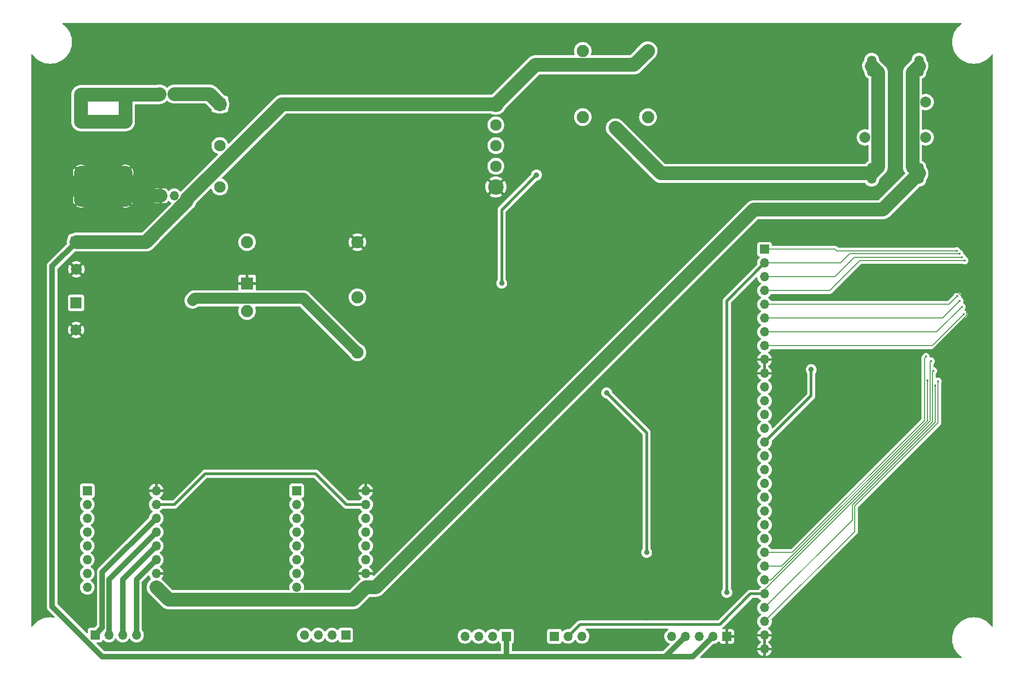
<source format=gbr>
%TF.GenerationSoftware,KiCad,Pcbnew,7.0.8*%
%TF.CreationDate,2023-10-25T10:12:33-06:00*%
%TF.ProjectId,GR-LRR-PCB,47522d4c-5252-42d5-9043-422e6b696361,rev?*%
%TF.SameCoordinates,Original*%
%TF.FileFunction,Copper,L2,Bot*%
%TF.FilePolarity,Positive*%
%FSLAX46Y46*%
G04 Gerber Fmt 4.6, Leading zero omitted, Abs format (unit mm)*
G04 Created by KiCad (PCBNEW 7.0.8) date 2023-10-25 10:12:33*
%MOMM*%
%LPD*%
G01*
G04 APERTURE LIST*
%TA.AperFunction,ComponentPad*%
%ADD10C,2.250000*%
%TD*%
%TA.AperFunction,ComponentPad*%
%ADD11R,2.100000X2.100000*%
%TD*%
%TA.AperFunction,ComponentPad*%
%ADD12C,2.100000*%
%TD*%
%TA.AperFunction,ComponentPad*%
%ADD13C,2.865000*%
%TD*%
%TA.AperFunction,ComponentPad*%
%ADD14R,2.250000X2.250000*%
%TD*%
%TA.AperFunction,ComponentPad*%
%ADD15R,1.700000X1.700000*%
%TD*%
%TA.AperFunction,ComponentPad*%
%ADD16O,1.700000X1.700000*%
%TD*%
%TA.AperFunction,ComponentPad*%
%ADD17R,2.000000X2.000000*%
%TD*%
%TA.AperFunction,ComponentPad*%
%ADD18C,2.000000*%
%TD*%
%TA.AperFunction,ComponentPad*%
%ADD19C,1.905000*%
%TD*%
%TA.AperFunction,ComponentPad*%
%ADD20O,1.700000X3.900000*%
%TD*%
%TA.AperFunction,ViaPad*%
%ADD21C,1.000000*%
%TD*%
%TA.AperFunction,ViaPad*%
%ADD22C,0.400000*%
%TD*%
%TA.AperFunction,ViaPad*%
%ADD23C,2.000000*%
%TD*%
%TA.AperFunction,Conductor*%
%ADD24C,2.500000*%
%TD*%
%TA.AperFunction,Conductor*%
%ADD25C,0.500000*%
%TD*%
%TA.AperFunction,Conductor*%
%ADD26C,1.000000*%
%TD*%
%TA.AperFunction,Conductor*%
%ADD27C,0.200000*%
%TD*%
%TA.AperFunction,Conductor*%
%ADD28C,2.000000*%
%TD*%
G04 APERTURE END LIST*
D10*
%TO.P,K1,1,COM*%
%TO.N,Net-(K1-COM)*%
X170805600Y-52595800D03*
%TO.P,K1,2,COIL_1*%
%TO.N,Net-(D1-A)*%
X176805600Y-50595800D03*
%TO.P,K1,3,NO*%
%TO.N,+24V*%
X176805600Y-38395800D03*
%TO.P,K1,4,NC*%
%TO.N,unconnected-(K1-NC-Pad4)*%
X164805600Y-38395800D03*
%TO.P,K1,5,COIL_2*%
%TO.N,+5V*%
X164805600Y-50595800D03*
%TD*%
D11*
%TO.P,PS1,1,VIN(+)*%
%TO.N,BATT_VIN*%
X98008100Y-48225800D03*
D12*
%TO.P,PS1,2,ON/OFF*%
%TO.N,unconnected-(PS1-ON{slash}OFF-Pad2)*%
X98008100Y-55845800D03*
%TO.P,PS1,3,VIN*%
%TO.N,BATT_GND*%
X98008100Y-63465800D03*
D13*
%TO.P,PS1,4,VOUT(-)*%
%TO.N,GND*%
X148808100Y-63465800D03*
D12*
%TO.P,PS1,5,SENSE(-)*%
%TO.N,unconnected-(PS1-SENSE(-)-Pad5)*%
X148808100Y-59655800D03*
%TO.P,PS1,6,TRIM*%
%TO.N,unconnected-(PS1-TRIM-Pad6)*%
X148808100Y-55845800D03*
%TO.P,PS1,7,SENSE(+)*%
%TO.N,unconnected-(PS1-SENSE(+)-Pad7)*%
X148808100Y-52035800D03*
D13*
%TO.P,PS1,8,VOUT(+)*%
%TO.N,+24V*%
X148808100Y-48225800D03*
%TD*%
D14*
%TO.P,PS2,1,GND*%
%TO.N,GND*%
X103025600Y-81255800D03*
D10*
%TO.P,PS2,2,VIN*%
%TO.N,Net-(PS2-VIN)*%
X103025600Y-86335800D03*
%TO.P,PS2,3,+VO*%
%TO.N,+5V*%
X123345600Y-93955800D03*
%TO.P,PS2,5,0V*%
%TO.N,GND*%
X123345600Y-73635800D03*
%TO.P,PS2,6,CTRL*%
%TO.N,unconnected-(PS2-CTRL-Pad6)*%
X103025600Y-73635800D03*
%TO.P,PS2,4,TRIM*%
%TO.N,unconnected-(PS2-TRIM-Pad4)*%
X123345600Y-83795800D03*
%TD*%
D15*
%TO.P,J8,1,Pin_1*%
%TO.N,VM*%
X124856313Y-137220800D03*
D16*
%TO.P,J8,2,Pin_2*%
%TO.N,GND*%
X124856313Y-134680800D03*
%TO.P,J8,3,Pin_3*%
%TO.N,OA2_2*%
X124856313Y-132140800D03*
%TO.P,J8,4,Pin_4*%
%TO.N,OA1_2*%
X124856313Y-129600800D03*
%TO.P,J8,5,Pin_5*%
%TO.N,OB1_2*%
X124856313Y-127060800D03*
%TO.P,J8,6,Pin_6*%
%TO.N,OB2_2*%
X124856313Y-124520800D03*
%TO.P,J8,7,Pin_7*%
%TO.N,+5V*%
X124856313Y-121980800D03*
%TO.P,J8,8,Pin_8*%
%TO.N,GND*%
X124856313Y-119440800D03*
%TD*%
D15*
%TO.P,J7,1,Pin_1*%
%TO.N,63_PWM2_D4*%
X112156313Y-119440800D03*
D16*
%TO.P,J7,2,Pin_2*%
%TO.N,65_PWM3_D3*%
X112156313Y-121980800D03*
%TO.P,J7,3,Pin_3*%
%TO.N,unconnected-(J7-Pin_3-Pad3)*%
X112156313Y-124520800D03*
%TO.P,J7,4,Pin_4*%
%TO.N,unconnected-(J7-Pin_4-Pad4)*%
X112156313Y-127060800D03*
%TO.P,J7,5,Pin_5*%
%TO.N,SPREAD1*%
X112156313Y-129600800D03*
%TO.P,J7,6,Pin_6*%
%TO.N,MS2_1*%
X112156313Y-132140800D03*
%TO.P,J7,7,Pin_7*%
%TO.N,MS1_1*%
X112156313Y-134680800D03*
%TO.P,J7,8,Pin_8*%
%TO.N,EN1*%
X112156313Y-137220800D03*
%TD*%
D15*
%TO.P,J13,1,Pin_1*%
%TO.N,GND*%
X191325600Y-146285800D03*
D16*
%TO.P,J13,2,Pin_2*%
%TO.N,+24V*%
X188785600Y-146285800D03*
%TO.P,J13,3,Pin_3*%
%TO.N,Net-(J13-Pin_3)*%
X186245600Y-146285800D03*
%TO.P,J13,4,Pin_4*%
%TO.N,+24V*%
X183705600Y-146285800D03*
%TO.P,J13,5,Pin_5*%
%TO.N,Net-(J13-Pin_5)*%
X181165600Y-146285800D03*
%TD*%
D15*
%TO.P,J14,1,Pin_1*%
%TO.N,BATT_VIN*%
X89643100Y-46355800D03*
D16*
%TO.P,J14,2,Pin_2*%
%TO.N,Net-(J14-Pin_2)*%
X87103100Y-46355800D03*
%TD*%
D17*
%TO.P,C0,1*%
%TO.N,+24V*%
X71608100Y-73628123D03*
D18*
%TO.P,C0,2*%
%TO.N,GND*%
X71608100Y-78628123D03*
%TD*%
D15*
%TO.P,J10,1,Pin_1*%
%TO.N,Net-(J10-Pin_1)*%
X159605600Y-146265800D03*
D16*
%TO.P,J10,2,Pin_2*%
%TO.N,52_GPIO3_PD5*%
X162145600Y-146265800D03*
%TO.P,J10,3,Pin_3*%
%TO.N,Net-(J10-Pin_3)*%
X164685600Y-146265800D03*
%TD*%
D15*
%TO.P,J6,1,Pin_1*%
%TO.N,VM*%
X86299886Y-137220800D03*
D16*
%TO.P,J6,2,Pin_2*%
%TO.N,GND*%
X86299886Y-134680800D03*
%TO.P,J6,3,Pin_3*%
%TO.N,OA2_1*%
X86299886Y-132140800D03*
%TO.P,J6,4,Pin_4*%
%TO.N,OA1_1*%
X86299886Y-129600800D03*
%TO.P,J6,5,Pin_5*%
%TO.N,OB1_1*%
X86299886Y-127060800D03*
%TO.P,J6,6,Pin_6*%
%TO.N,OB2_1*%
X86299886Y-124520800D03*
%TO.P,J6,7,Pin_7*%
%TO.N,+5V*%
X86299886Y-121980800D03*
%TO.P,J6,8,Pin_8*%
%TO.N,GND*%
X86299886Y-119440800D03*
%TD*%
D15*
%TO.P,J16,1,Pin_1*%
%TO.N,73_ANALOG_A0*%
X198272400Y-74955400D03*
D16*
%TO.P,J16,2,Pin_2*%
%TO.N,75_ANALOG_A1*%
X198272400Y-77495400D03*
%TO.P,J16,3,Pin_3*%
%TO.N,77_ANALOG_A2*%
X198272400Y-80035400D03*
%TO.P,J16,4,Pin_4*%
%TO.N,79_ANALOG_A3*%
X198272400Y-82575400D03*
%TO.P,J16,5,Pin_5*%
%TO.N,74_ANALOG_A4*%
X198272400Y-85115400D03*
%TO.P,J16,6,Pin_6*%
%TO.N,76_ANALOG_A5*%
X198272400Y-87655400D03*
%TO.P,J16,7,Pin_7*%
%TO.N,78_ANALOG_A6*%
X198272400Y-90195400D03*
%TO.P,J16,8,Pin_8*%
%TO.N,80_ANALOG_A7*%
X198272400Y-92735400D03*
%TO.P,J16,9,Pin_9*%
%TO.N,GND*%
X198272400Y-95275400D03*
%TO.P,J16,10,Pin_10*%
X198272400Y-97815400D03*
%TO.P,J16,11,Pin_11*%
%TO.N,59_PWM0_D6*%
X198272400Y-100355400D03*
%TO.P,J16,12,Pin_12*%
%TO.N,61_PWM1_D5*%
X198272400Y-102895400D03*
%TO.P,J16,13,Pin_13*%
%TO.N,63_PWM2_D4*%
X198272400Y-105435400D03*
%TO.P,J16,14,Pin_14*%
%TO.N,65_PWM3_D3*%
X198272400Y-107975400D03*
%TO.P,J16,15,Pin_15*%
%TO.N,67_PWM4_D2*%
X198272400Y-110515400D03*
%TO.P,J16,16,Pin_16*%
%TO.N,60_PWM5_D1*%
X198272400Y-113055400D03*
%TO.P,J16,17,Pin_17*%
%TO.N,62_PWM6_D0*%
X198272400Y-115595400D03*
%TO.P,J16,18,Pin_18*%
%TO.N,64_PWM7_PJ7*%
X198272400Y-118135400D03*
%TO.P,J16,19,Pin_19*%
%TO.N,66_PWM8_PJ10*%
X198272400Y-120675400D03*
%TO.P,J16,20,Pin_20*%
%TO.N,68_PWM9_PH6*%
X198272400Y-123215400D03*
%TO.P,J16,21,Pin_21*%
%TO.N,+5V*%
X198272400Y-125755400D03*
%TO.P,J16,22,Pin_22*%
X198272400Y-128295400D03*
%TO.P,J16,23,Pin_23*%
%TO.N,46_GPIO0_PC13*%
X198272400Y-130835400D03*
%TO.P,J16,24,Pin_24*%
%TO.N,48_GPIO1_PC15*%
X198272400Y-133375400D03*
%TO.P,J16,25,Pin_25*%
%TO.N,50_GPIO2_PD4*%
X198272400Y-135915400D03*
%TO.P,J16,26,Pin_26*%
%TO.N,52_GPIO3_PD5*%
X198272400Y-138455400D03*
%TO.P,J16,27,Pin_27*%
%TO.N,54_GPIO4_PE3*%
X198272400Y-140995400D03*
%TO.P,J16,28,Pin_28*%
%TO.N,56_GPIO5_PG3*%
X198272400Y-143535400D03*
%TO.P,J16,29,Pin_29*%
%TO.N,GND*%
X198272400Y-146075400D03*
%TO.P,J16,30,Pin_30*%
X198272400Y-148615400D03*
%TD*%
D15*
%TO.P,J9,1,Pin_1*%
%TO.N,+24V*%
X150745600Y-146265800D03*
D16*
%TO.P,J9,2,Pin_2*%
%TO.N,Net-(J9-Pin_2)*%
X148205600Y-146265800D03*
%TO.P,J9,3,Pin_3*%
%TO.N,Net-(J9-Pin_3)*%
X145665600Y-146265800D03*
%TO.P,J9,4,Pin_4*%
%TO.N,Net-(J9-Pin_4)*%
X143125600Y-146265800D03*
%TD*%
D15*
%TO.P,StepperMotor2,1,Pin_1*%
%TO.N,OA2_2*%
X121175599Y-146025800D03*
D16*
%TO.P,StepperMotor2,2,Pin_2*%
%TO.N,OA1_2*%
X118635599Y-146025800D03*
%TO.P,StepperMotor2,3,Pin_3*%
%TO.N,OB1_2*%
X116095599Y-146025800D03*
%TO.P,StepperMotor2,4,Pin_4*%
%TO.N,OB2_2*%
X113555599Y-146025800D03*
%TD*%
D15*
%TO.P,StepperMotor1,1,Pin_1*%
%TO.N,OB2_1*%
X75045600Y-146025800D03*
D16*
%TO.P,StepperMotor1,2,Pin_2*%
%TO.N,OB1_1*%
X77585600Y-146025800D03*
%TO.P,StepperMotor1,3,Pin_3*%
%TO.N,OA1_1*%
X80125600Y-146025800D03*
%TO.P,StepperMotor1,4,Pin_4*%
%TO.N,OA2_1*%
X82665600Y-146025800D03*
%TD*%
D19*
%TO.P,J3,1_1,1_1*%
%TO.N,Net-(J14-Pin_2)*%
X80628099Y-46455800D03*
%TO.P,J3,1_2,1_2*%
X72428100Y-46455800D03*
%TO.P,J3,2_1,2_1*%
X80628099Y-51455800D03*
%TO.P,J3,2_2,2_2*%
X72428100Y-51455800D03*
%TD*%
%TO.P,J4,1_1,1_1*%
%TO.N,GND*%
X80628099Y-60825699D03*
%TO.P,J4,1_2,1_2*%
X72428100Y-60825699D03*
%TO.P,J4,2_1,2_1*%
X80628099Y-65825699D03*
%TO.P,J4,2_2,2_2*%
X72428100Y-65825699D03*
%TD*%
D15*
%TO.P,J5,1,Pin_1*%
%TO.N,59_PWM0_D6*%
X73599886Y-119440800D03*
D16*
%TO.P,J5,2,Pin_2*%
%TO.N,61_PWM1_D5*%
X73599886Y-121980800D03*
%TO.P,J5,3,Pin_3*%
%TO.N,unconnected-(J5-Pin_3-Pad3)*%
X73599886Y-124520800D03*
%TO.P,J5,4,Pin_4*%
%TO.N,unconnected-(J5-Pin_4-Pad4)*%
X73599886Y-127060800D03*
%TO.P,J5,5,Pin_5*%
%TO.N,SPREAD1*%
X73599886Y-129600800D03*
%TO.P,J5,6,Pin_6*%
%TO.N,MS2_1*%
X73599886Y-132140800D03*
%TO.P,J5,7,Pin_7*%
%TO.N,MS1_1*%
X73599886Y-134680800D03*
%TO.P,J5,8,Pin_8*%
%TO.N,EN1*%
X73599886Y-137220800D03*
%TD*%
D15*
%TO.P,J17,1,Pin_1*%
%TO.N,GND*%
X87093100Y-65115800D03*
D16*
%TO.P,J17,2,Pin_2*%
%TO.N,BATT_GND*%
X89633100Y-65115800D03*
%TD*%
D17*
%TO.P,C3,1*%
%TO.N,Net-(PS2-VIN)*%
X71558100Y-84818123D03*
D18*
%TO.P,C3,2*%
%TO.N,GND*%
X71558100Y-89818123D03*
%TD*%
%TO.P,SW1,7*%
%TO.N,N/C*%
X227935600Y-54335800D03*
%TO.P,SW1,6*%
X216735600Y-54335800D03*
%TO.P,SW1,5*%
X227935600Y-47835800D03*
D20*
%TO.P,SW1,4*%
%TO.N,VM*%
X226685600Y-60985800D03*
%TO.P,SW1,3*%
%TO.N,Net-(K1-COM)*%
X217985600Y-60985800D03*
%TO.P,SW1,2*%
%TO.N,VM*%
X226685600Y-41185800D03*
%TO.P,SW1,1*%
%TO.N,Net-(K1-COM)*%
X217985600Y-41185800D03*
%TD*%
D21*
%TO.N,GND*%
X176479200Y-142925800D03*
X157861000Y-47066200D03*
X149885400Y-86741000D03*
X165328600Y-138353800D03*
X83997800Y-79781400D03*
X141808200Y-69748400D03*
%TO.N,67_PWM4_D2*%
X206857600Y-97129600D03*
%TO.N,GND*%
X77800200Y-92608400D03*
X86563200Y-92786200D03*
%TO.N,+3.3V*%
X169214800Y-101422200D03*
X176555400Y-130835400D03*
%TO.N,GND*%
X186105800Y-64465200D03*
%TO.N,75_ANALOG_A1*%
X191312800Y-138176000D03*
%TO.N,+3.3V*%
X149885400Y-81203800D03*
X156298100Y-61265800D03*
%TO.N,GND*%
X152984200Y-72263000D03*
X158673800Y-125730000D03*
D22*
X225501200Y-79578200D03*
X233146600Y-82956400D03*
X227203000Y-93522800D03*
%TO.N,46_GPIO0_PC13*%
X227990400Y-94767400D03*
%TO.N,48_GPIO1_PC15*%
X228262157Y-99161600D03*
%TO.N,50_GPIO2_PD4*%
X228903500Y-95580200D03*
%TO.N,52_GPIO3_PD5*%
X229303500Y-97358200D03*
%TO.N,54_GPIO4_PE3*%
X229675300Y-100101400D03*
%TO.N,56_GPIO5_PG3*%
X230174800Y-99314000D03*
%TO.N,80_ANALOG_A7*%
X234924600Y-86944200D03*
%TO.N,78_ANALOG_A6*%
X234569000Y-85598000D03*
%TO.N,76_ANALOG_A5*%
X234188000Y-84505800D03*
%TO.N,74_ANALOG_A4*%
X233781600Y-83540600D03*
%TO.N,73_ANALOG_A0*%
X233629200Y-75268700D03*
%TO.N,75_ANALOG_A1*%
X234137200Y-75768200D03*
%TO.N,77_ANALOG_A2*%
X234603000Y-76403200D03*
%TO.N,79_ANALOG_A3*%
X235102500Y-77012800D03*
D23*
%TO.N,+5V*%
X92995600Y-84385800D03*
D21*
%TO.N,GND*%
X90685600Y-109495800D03*
X71785600Y-109535800D03*
X78185600Y-109535800D03*
X84505600Y-109535800D03*
%TD*%
D24*
%TO.N,VM*%
X126736000Y-137220800D02*
X124856313Y-137220800D01*
X220005800Y-67665600D02*
X196291200Y-67665600D01*
X196291200Y-67665600D02*
X126736000Y-137220800D01*
X226685600Y-60985800D02*
X220005800Y-67665600D01*
D25*
%TO.N,52_GPIO3_PD5*%
X195681600Y-138455400D02*
X198272400Y-138455400D01*
X164291800Y-144119600D02*
X190017400Y-144119600D01*
X190017400Y-144119600D02*
X195681600Y-138455400D01*
X162145600Y-146265800D02*
X164291800Y-144119600D01*
D26*
%TO.N,+24V*%
X67157600Y-78078623D02*
X71608100Y-73628123D01*
X67157600Y-140766800D02*
X67157600Y-78078623D01*
X73495600Y-147104800D02*
X67157600Y-140766800D01*
X150723600Y-150037800D02*
X76367650Y-150037800D01*
X76367650Y-150037800D02*
X73495600Y-147165750D01*
X73495600Y-147165750D02*
X73495600Y-147104800D01*
X185033600Y-150037800D02*
X179953600Y-150037800D01*
X188785600Y-146285800D02*
X185033600Y-150037800D01*
X150745600Y-146265800D02*
X150745600Y-150015800D01*
X150745600Y-150015800D02*
X150723600Y-150037800D01*
X179953600Y-150037800D02*
X150723600Y-150037800D01*
X183705600Y-146285800D02*
X179953600Y-150037800D01*
D25*
%TO.N,+5V*%
X89626600Y-121980800D02*
X86299886Y-121980800D01*
X95300800Y-116306600D02*
X89626600Y-121980800D01*
X124856313Y-121980800D02*
X121295000Y-121980800D01*
X121295000Y-121980800D02*
X115620800Y-116306600D01*
X115620800Y-116306600D02*
X95300800Y-116306600D01*
%TO.N,67_PWM4_D2*%
X206857600Y-101930200D02*
X198272400Y-110515400D01*
X206857600Y-97129600D02*
X206857600Y-101930200D01*
%TO.N,+3.3V*%
X176555400Y-108762800D02*
X169214800Y-101422200D01*
X176555400Y-130835400D02*
X176555400Y-108762800D01*
%TO.N,75_ANALOG_A1*%
X191312800Y-84455000D02*
X191312800Y-138176000D01*
X198272400Y-77495400D02*
X191312800Y-84455000D01*
%TO.N,+3.3V*%
X149885400Y-67678500D02*
X156298100Y-61265800D01*
X149885400Y-81203800D02*
X149885400Y-67678500D01*
D27*
%TO.N,GND*%
X229082600Y-93522800D02*
X227203000Y-93522800D01*
X235424600Y-87180800D02*
X229082600Y-93522800D01*
X235424600Y-84476493D02*
X235424600Y-87180800D01*
X233904507Y-82956400D02*
X235424600Y-84476493D01*
X233146600Y-82956400D02*
X233904507Y-82956400D01*
X225450400Y-95275400D02*
X198272400Y-95275400D01*
X227203000Y-93522800D02*
X225450400Y-95275400D01*
%TO.N,46_GPIO0_PC13*%
X227700671Y-106517271D02*
X227700671Y-95057129D01*
X203382542Y-130835400D02*
X227700671Y-106517271D01*
X227700671Y-95057129D02*
X227990400Y-94767400D01*
X198272400Y-130835400D02*
X203382542Y-130835400D01*
%TO.N,48_GPIO1_PC15*%
X228262157Y-106392957D02*
X228262157Y-99161600D01*
X228326414Y-106457214D02*
X228262157Y-106392957D01*
X201408228Y-133375400D02*
X228326414Y-106457214D01*
X198272400Y-133375400D02*
X201408228Y-133375400D01*
%TO.N,50_GPIO2_PD4*%
X228761657Y-95722043D02*
X228903500Y-95580200D01*
X228761657Y-106587657D02*
X228761657Y-95722043D01*
X199433914Y-135915400D02*
X228761657Y-106587657D01*
X198272400Y-135915400D02*
X199433914Y-135915400D01*
%TO.N,52_GPIO3_PD5*%
X229175300Y-97486400D02*
X229303500Y-97358200D01*
X229175300Y-106739700D02*
X229175300Y-97486400D01*
X198272400Y-137642600D02*
X229175300Y-106739700D01*
X198272400Y-138455400D02*
X198272400Y-137642600D01*
%TO.N,54_GPIO4_PE3*%
X214433200Y-124834600D02*
X198272400Y-140995400D01*
X214433200Y-122109914D02*
X214433200Y-124834600D01*
X229666800Y-106876314D02*
X214433200Y-122109914D01*
X229666800Y-100109900D02*
X229666800Y-106876314D01*
X229675300Y-100101400D02*
X229666800Y-100109900D01*
%TO.N,56_GPIO5_PG3*%
X230174800Y-106934000D02*
X230174800Y-99314000D01*
X198272400Y-143535400D02*
X214833200Y-126974600D01*
X214833200Y-126974600D02*
X214833200Y-122275600D01*
X214833200Y-122275600D02*
X230174800Y-106934000D01*
%TO.N,80_ANALOG_A7*%
X229133400Y-92735400D02*
X234924600Y-86944200D01*
X198272400Y-92735400D02*
X229133400Y-92735400D01*
%TO.N,78_ANALOG_A6*%
X229971600Y-90195400D02*
X234569000Y-85598000D01*
X198272400Y-90195400D02*
X229971600Y-90195400D01*
%TO.N,76_ANALOG_A5*%
X231038400Y-87655400D02*
X234188000Y-84505800D01*
X198272400Y-87655400D02*
X231038400Y-87655400D01*
%TO.N,74_ANALOG_A4*%
X232206800Y-85115400D02*
X233781600Y-83540600D01*
X198272400Y-85115400D02*
X232206800Y-85115400D01*
%TO.N,73_ANALOG_A0*%
X233629200Y-75268700D02*
X211573500Y-75268700D01*
X211573500Y-75268700D02*
X211260200Y-74955400D01*
X211260200Y-74955400D02*
X198272400Y-74955400D01*
%TO.N,79_ANALOG_A3*%
X210261200Y-82575400D02*
X198272400Y-82575400D01*
X215798400Y-77038200D02*
X210261200Y-82575400D01*
X235077100Y-77038200D02*
X215798400Y-77038200D01*
X235102500Y-77012800D02*
X235077100Y-77038200D01*
%TO.N,75_ANALOG_A1*%
X212217000Y-77495400D02*
X198272400Y-77495400D01*
X213944200Y-75768200D02*
X212217000Y-77495400D01*
X234137200Y-75768200D02*
X213944200Y-75768200D01*
%TO.N,77_ANALOG_A2*%
X198297800Y-80010000D02*
X198272400Y-80035400D01*
X214807800Y-76403200D02*
X211201000Y-80010000D01*
X234603000Y-76403200D02*
X214807800Y-76403200D01*
X211201000Y-80010000D02*
X198297800Y-80010000D01*
D28*
%TO.N,+5V*%
X113400600Y-84010800D02*
X123345600Y-93955800D01*
X93370600Y-84010800D02*
X113400600Y-84010800D01*
X92995600Y-84385800D02*
X93370600Y-84010800D01*
D24*
%TO.N,GND*%
X80628099Y-60825699D02*
X80628099Y-65825699D01*
X72428100Y-65825699D02*
X72428100Y-60825699D01*
X87093100Y-65115800D02*
X81337998Y-65115800D01*
X81337998Y-65115800D02*
X80628099Y-65825699D01*
X80628099Y-60825699D02*
X72428100Y-60825699D01*
X72428100Y-65825699D02*
X80628099Y-65825699D01*
%TO.N,BATT_VIN*%
X89643100Y-46355800D02*
X96138100Y-46355800D01*
X96138100Y-46355800D02*
X98008100Y-48225800D01*
%TO.N,+24V*%
X176805600Y-38395800D02*
X174230600Y-40970800D01*
X84373469Y-73628123D02*
X71608100Y-73628123D01*
X174230600Y-40970800D02*
X156063100Y-40970800D01*
X156063100Y-40970800D02*
X148808100Y-48225800D01*
X109429724Y-48225800D02*
X91933100Y-65722424D01*
X91933100Y-65722424D02*
X91933100Y-66068492D01*
X148808100Y-48225800D02*
X109429724Y-48225800D01*
X91933100Y-66068492D02*
X84373469Y-73628123D01*
D26*
%TO.N,OA2_1*%
X82665600Y-135775086D02*
X82665600Y-146025800D01*
X86299886Y-132140800D02*
X82665600Y-135775086D01*
%TO.N,OA1_1*%
X80125600Y-135775086D02*
X80125600Y-146025800D01*
X86299886Y-129600800D02*
X80125600Y-135775086D01*
%TO.N,OB1_1*%
X86299886Y-127060800D02*
X77585600Y-135775086D01*
X77585600Y-135775086D02*
X77585600Y-146025800D01*
%TO.N,OB2_1*%
X76385600Y-134435086D02*
X76385600Y-144685800D01*
X76385600Y-144685800D02*
X75045600Y-146025800D01*
X86299886Y-124520800D02*
X76385600Y-134435086D01*
D24*
%TO.N,VM*%
X225485600Y-42385800D02*
X226685600Y-41185800D01*
X122556313Y-139520800D02*
X124856313Y-137220800D01*
X226685600Y-60985800D02*
X225485600Y-59785800D01*
X86299886Y-137220800D02*
X88599886Y-139520800D01*
X88599886Y-139520800D02*
X122556313Y-139520800D01*
X225485600Y-59785800D02*
X225485600Y-42385800D01*
%TO.N,Net-(K1-COM)*%
X219185600Y-42385800D02*
X219185600Y-59785800D01*
X179195600Y-60985800D02*
X170805600Y-52595800D01*
X217985600Y-41185800D02*
X219185600Y-42385800D01*
X219185600Y-59785800D02*
X217985600Y-60985800D01*
X217985600Y-60985800D02*
X179195600Y-60985800D01*
%TO.N,Net-(J14-Pin_2)*%
X86843100Y-46455800D02*
X86943100Y-46355800D01*
X72428100Y-46455800D02*
X72428100Y-51455800D01*
X72428100Y-51455800D02*
X80628099Y-51455800D01*
X72428100Y-46455800D02*
X80628099Y-46455800D01*
X80628099Y-46455800D02*
X86843100Y-46455800D01*
X80628099Y-51455800D02*
X80628099Y-46455800D01*
%TD*%
%TA.AperFunction,Conductor*%
%TO.N,GND*%
G36*
X234480178Y-33285985D02*
G01*
X234525933Y-33338789D01*
X234535877Y-33407947D01*
X234506852Y-33471503D01*
X234487006Y-33489898D01*
X234244643Y-33669646D01*
X233953407Y-33933607D01*
X233689446Y-34224843D01*
X233455292Y-34540563D01*
X233253220Y-34877699D01*
X233085162Y-35233027D01*
X233085161Y-35233029D01*
X232952743Y-35603115D01*
X232857237Y-35984393D01*
X232857236Y-35984400D01*
X232799562Y-36373209D01*
X232780275Y-36765800D01*
X232799562Y-37158391D01*
X232799562Y-37158397D01*
X232799563Y-37158399D01*
X232857237Y-37547206D01*
X232952743Y-37928484D01*
X233085161Y-38298570D01*
X233085162Y-38298572D01*
X233253220Y-38653900D01*
X233455292Y-38991036D01*
X233455294Y-38991039D01*
X233689102Y-39306293D01*
X233689446Y-39306756D01*
X233953407Y-39597992D01*
X234231892Y-39850396D01*
X234244649Y-39861958D01*
X234560361Y-40096106D01*
X234560363Y-40096107D01*
X234897499Y-40298179D01*
X234897502Y-40298180D01*
X234897503Y-40298181D01*
X235252828Y-40466238D01*
X235622916Y-40598657D01*
X236004200Y-40694164D01*
X236393009Y-40751838D01*
X236785600Y-40771125D01*
X237178191Y-40751838D01*
X237567000Y-40694164D01*
X237948284Y-40598657D01*
X238318372Y-40466238D01*
X238673697Y-40298181D01*
X239010839Y-40096106D01*
X239326551Y-39861958D01*
X239617792Y-39597992D01*
X239881758Y-39306751D01*
X240061504Y-39064391D01*
X240117248Y-39022273D01*
X240186917Y-39016977D01*
X240248389Y-39050188D01*
X240282147Y-39111361D01*
X240285100Y-39138260D01*
X240285100Y-144393339D01*
X240265415Y-144460378D01*
X240212611Y-144506133D01*
X240143453Y-144516077D01*
X240079897Y-144487052D01*
X240061502Y-144467206D01*
X240056438Y-144460378D01*
X239881758Y-144224849D01*
X239871231Y-144213234D01*
X239617792Y-143933607D01*
X239326556Y-143669646D01*
X239145546Y-143535400D01*
X239010839Y-143435494D01*
X238969356Y-143410630D01*
X238673700Y-143233420D01*
X238318372Y-143065362D01*
X238318370Y-143065361D01*
X237948284Y-142932943D01*
X237567006Y-142837437D01*
X237567001Y-142837436D01*
X237567000Y-142837436D01*
X237327232Y-142801870D01*
X237178199Y-142779763D01*
X237178197Y-142779762D01*
X237178191Y-142779762D01*
X236785600Y-142760475D01*
X236393009Y-142779762D01*
X236393003Y-142779762D01*
X236393000Y-142779763D01*
X236004193Y-142837437D01*
X235622915Y-142932943D01*
X235252829Y-143065361D01*
X235252827Y-143065362D01*
X234897499Y-143233420D01*
X234560363Y-143435492D01*
X234244643Y-143669646D01*
X233953407Y-143933607D01*
X233689446Y-144224843D01*
X233455292Y-144540563D01*
X233253220Y-144877699D01*
X233085162Y-145233027D01*
X233085161Y-145233029D01*
X232952743Y-145603115D01*
X232857237Y-145984393D01*
X232806654Y-146325400D01*
X232799562Y-146373209D01*
X232780275Y-146765800D01*
X232799562Y-147158391D01*
X232799562Y-147158397D01*
X232799563Y-147158399D01*
X232820524Y-147299705D01*
X232849364Y-147494134D01*
X232857237Y-147547206D01*
X232952743Y-147928484D01*
X233085161Y-148298570D01*
X233085162Y-148298572D01*
X233253220Y-148653900D01*
X233455292Y-148991036D01*
X233455294Y-148991039D01*
X233679227Y-149292978D01*
X233689446Y-149306756D01*
X233953407Y-149597992D01*
X234244643Y-149861953D01*
X234244649Y-149861958D01*
X234487006Y-150041702D01*
X234529126Y-150097449D01*
X234534422Y-150167117D01*
X234501211Y-150228589D01*
X234440037Y-150262347D01*
X234413139Y-150265300D01*
X186520383Y-150265300D01*
X186453344Y-150245615D01*
X186407589Y-150192811D01*
X186397645Y-150123653D01*
X186426670Y-150060097D01*
X186432702Y-150053619D01*
X186999839Y-149486482D01*
X188818631Y-147667688D01*
X188879952Y-147634205D01*
X188895496Y-147631844D01*
X189021008Y-147620863D01*
X189249263Y-147559703D01*
X189463430Y-147459835D01*
X189657001Y-147324295D01*
X189779317Y-147201978D01*
X189840636Y-147168496D01*
X189910328Y-147173480D01*
X189966262Y-147215351D01*
X189983177Y-147246328D01*
X190032246Y-147377888D01*
X190032249Y-147377893D01*
X190118409Y-147492987D01*
X190118412Y-147492990D01*
X190233506Y-147579150D01*
X190233513Y-147579154D01*
X190368220Y-147629396D01*
X190368227Y-147629398D01*
X190427755Y-147635799D01*
X190427772Y-147635800D01*
X191075600Y-147635800D01*
X191075600Y-146721301D01*
X191183285Y-146770480D01*
X191289837Y-146785800D01*
X191361363Y-146785800D01*
X191467915Y-146770480D01*
X191575600Y-146721301D01*
X191575600Y-147635800D01*
X192223428Y-147635800D01*
X192223444Y-147635799D01*
X192282972Y-147629398D01*
X192282979Y-147629396D01*
X192417686Y-147579154D01*
X192417693Y-147579150D01*
X192532787Y-147492990D01*
X192532790Y-147492987D01*
X192618950Y-147377893D01*
X192618954Y-147377886D01*
X192669196Y-147243179D01*
X192669198Y-147243172D01*
X192675599Y-147183644D01*
X192675600Y-147183627D01*
X192675600Y-146535800D01*
X191759286Y-146535800D01*
X191785093Y-146495644D01*
X191825600Y-146357689D01*
X191825600Y-146213911D01*
X191785093Y-146075956D01*
X191759286Y-146035800D01*
X192675600Y-146035800D01*
X192675600Y-145387972D01*
X192675599Y-145387955D01*
X192669198Y-145328427D01*
X192669196Y-145328420D01*
X192618954Y-145193713D01*
X192618950Y-145193706D01*
X192532790Y-145078612D01*
X192532787Y-145078609D01*
X192417693Y-144992449D01*
X192417686Y-144992445D01*
X192282979Y-144942203D01*
X192282972Y-144942201D01*
X192223444Y-144935800D01*
X191575600Y-144935800D01*
X191575600Y-145850298D01*
X191467915Y-145801120D01*
X191361363Y-145785800D01*
X191289837Y-145785800D01*
X191183285Y-145801120D01*
X191075600Y-145850298D01*
X191075600Y-144935800D01*
X190560157Y-144935800D01*
X190493118Y-144916115D01*
X190447363Y-144863311D01*
X190437419Y-144794153D01*
X190466444Y-144730597D01*
X190483245Y-144714535D01*
X190491723Y-144707831D01*
X190491760Y-144707878D01*
X190497604Y-144703118D01*
X190497564Y-144703071D01*
X190503091Y-144698432D01*
X190503096Y-144698430D01*
X190527592Y-144672466D01*
X190555786Y-144642581D01*
X195956148Y-139242219D01*
X196017471Y-139208734D01*
X196043829Y-139205900D01*
X197084699Y-139205900D01*
X197151738Y-139225585D01*
X197186273Y-139258776D01*
X197233905Y-139326801D01*
X197400997Y-139493893D01*
X197401003Y-139493898D01*
X197586558Y-139623825D01*
X197630183Y-139678402D01*
X197637377Y-139747900D01*
X197605854Y-139810255D01*
X197586558Y-139826975D01*
X197400997Y-139956905D01*
X197233905Y-140123997D01*
X197098365Y-140317569D01*
X197098364Y-140317571D01*
X196998498Y-140531735D01*
X196998494Y-140531744D01*
X196937338Y-140759986D01*
X196937336Y-140759996D01*
X196916741Y-140995399D01*
X196916741Y-140995400D01*
X196937336Y-141230803D01*
X196937338Y-141230813D01*
X196998494Y-141459055D01*
X196998496Y-141459059D01*
X196998497Y-141459063D01*
X197015578Y-141495693D01*
X197098365Y-141673230D01*
X197098367Y-141673234D01*
X197233901Y-141866795D01*
X197233906Y-141866802D01*
X197400997Y-142033893D01*
X197401003Y-142033898D01*
X197586558Y-142163825D01*
X197630183Y-142218402D01*
X197637377Y-142287900D01*
X197605854Y-142350255D01*
X197586558Y-142366975D01*
X197400997Y-142496905D01*
X197233905Y-142663997D01*
X197098365Y-142857569D01*
X197098364Y-142857571D01*
X196998498Y-143071735D01*
X196998494Y-143071744D01*
X196937338Y-143299986D01*
X196937336Y-143299996D01*
X196916741Y-143535399D01*
X196916741Y-143535400D01*
X196937336Y-143770803D01*
X196937338Y-143770813D01*
X196998494Y-143999055D01*
X196998496Y-143999059D01*
X196998497Y-143999063D01*
X197098365Y-144213230D01*
X197098367Y-144213234D01*
X197206681Y-144367921D01*
X197233905Y-144406801D01*
X197400999Y-144573895D01*
X197585548Y-144703118D01*
X197586994Y-144704130D01*
X197630619Y-144758707D01*
X197637813Y-144828205D01*
X197606290Y-144890560D01*
X197586995Y-144907280D01*
X197401322Y-145037290D01*
X197401320Y-145037291D01*
X197234291Y-145204320D01*
X197234286Y-145204326D01*
X197098800Y-145397820D01*
X197098799Y-145397822D01*
X196998970Y-145611907D01*
X196998967Y-145611913D01*
X196941764Y-145825399D01*
X196941764Y-145825400D01*
X197838714Y-145825400D01*
X197812907Y-145865556D01*
X197772400Y-146003511D01*
X197772400Y-146147289D01*
X197812907Y-146285244D01*
X197838714Y-146325400D01*
X196941764Y-146325400D01*
X196998967Y-146538886D01*
X196998970Y-146538892D01*
X197098799Y-146752978D01*
X197234294Y-146946482D01*
X197401317Y-147113505D01*
X197587431Y-147243825D01*
X197631056Y-147298403D01*
X197638248Y-147367901D01*
X197606726Y-147430256D01*
X197587431Y-147446975D01*
X197401322Y-147577290D01*
X197401320Y-147577291D01*
X197234291Y-147744320D01*
X197234286Y-147744326D01*
X197098800Y-147937820D01*
X197098799Y-147937822D01*
X196998970Y-148151907D01*
X196998967Y-148151913D01*
X196941764Y-148365399D01*
X196941764Y-148365400D01*
X197838714Y-148365400D01*
X197812907Y-148405556D01*
X197772400Y-148543511D01*
X197772400Y-148687289D01*
X197812907Y-148825244D01*
X197838714Y-148865400D01*
X196941764Y-148865400D01*
X196998967Y-149078886D01*
X196998970Y-149078892D01*
X197098799Y-149292978D01*
X197234294Y-149486482D01*
X197401317Y-149653505D01*
X197594821Y-149789000D01*
X197808907Y-149888829D01*
X197808916Y-149888833D01*
X198022400Y-149946034D01*
X198022400Y-149050901D01*
X198130085Y-149100080D01*
X198236637Y-149115400D01*
X198308163Y-149115400D01*
X198414715Y-149100080D01*
X198522400Y-149050901D01*
X198522400Y-149946033D01*
X198735883Y-149888833D01*
X198735892Y-149888829D01*
X198949978Y-149789000D01*
X199143482Y-149653505D01*
X199310505Y-149486482D01*
X199446000Y-149292978D01*
X199545829Y-149078892D01*
X199545832Y-149078886D01*
X199603036Y-148865400D01*
X198706086Y-148865400D01*
X198731893Y-148825244D01*
X198772400Y-148687289D01*
X198772400Y-148543511D01*
X198731893Y-148405556D01*
X198706086Y-148365400D01*
X199603036Y-148365400D01*
X199603035Y-148365399D01*
X199545832Y-148151913D01*
X199545829Y-148151907D01*
X199446000Y-147937822D01*
X199445999Y-147937820D01*
X199310513Y-147744326D01*
X199310508Y-147744320D01*
X199143482Y-147577294D01*
X198957368Y-147446975D01*
X198913744Y-147392398D01*
X198906551Y-147322899D01*
X198938073Y-147260545D01*
X198957368Y-147243825D01*
X199143482Y-147113505D01*
X199310505Y-146946482D01*
X199446000Y-146752978D01*
X199545829Y-146538892D01*
X199545832Y-146538886D01*
X199603036Y-146325400D01*
X198706086Y-146325400D01*
X198731893Y-146285244D01*
X198772400Y-146147289D01*
X198772400Y-146003511D01*
X198731893Y-145865556D01*
X198706086Y-145825400D01*
X199603036Y-145825400D01*
X199603035Y-145825399D01*
X199545832Y-145611913D01*
X199545829Y-145611907D01*
X199446000Y-145397822D01*
X199445999Y-145397820D01*
X199310513Y-145204326D01*
X199310508Y-145204320D01*
X199143478Y-145037290D01*
X198957805Y-144907279D01*
X198914180Y-144852702D01*
X198906988Y-144783204D01*
X198938510Y-144720849D01*
X198957806Y-144704130D01*
X199143801Y-144573895D01*
X199310895Y-144406801D01*
X199446435Y-144213230D01*
X199546303Y-143999063D01*
X199607463Y-143770808D01*
X199628059Y-143535400D01*
X199607463Y-143299992D01*
X199573071Y-143171639D01*
X199574734Y-143101793D01*
X199605163Y-143051870D01*
X215227122Y-127429911D01*
X215233199Y-127424583D01*
X215261482Y-127402882D01*
X215357736Y-127277441D01*
X215418244Y-127131362D01*
X215433700Y-127013961D01*
X215438882Y-126974600D01*
X215434230Y-126939269D01*
X215433700Y-126931171D01*
X215433700Y-122575696D01*
X215453385Y-122508657D01*
X215470014Y-122488020D01*
X230568723Y-107389310D01*
X230574798Y-107383984D01*
X230603082Y-107362282D01*
X230699336Y-107236841D01*
X230759844Y-107090762D01*
X230775300Y-106973361D01*
X230780482Y-106934000D01*
X230775830Y-106898669D01*
X230775300Y-106890571D01*
X230775300Y-99715800D01*
X230794985Y-99648761D01*
X230797229Y-99645389D01*
X230799618Y-99641930D01*
X230859940Y-99482872D01*
X230880445Y-99314000D01*
X230859940Y-99145128D01*
X230799618Y-98986070D01*
X230797857Y-98983519D01*
X230708114Y-98853505D01*
X230702983Y-98846071D01*
X230575652Y-98733266D01*
X230575649Y-98733263D01*
X230425026Y-98654210D01*
X230259856Y-98613500D01*
X230089744Y-98613500D01*
X229929475Y-98653002D01*
X229859672Y-98649933D01*
X229802610Y-98609613D01*
X229776405Y-98544843D01*
X229775800Y-98532605D01*
X229775800Y-97931444D01*
X229795485Y-97864405D01*
X229817570Y-97838631D01*
X229831683Y-97826129D01*
X229928318Y-97686130D01*
X229988640Y-97527072D01*
X230009145Y-97358200D01*
X229988640Y-97189328D01*
X229928318Y-97030270D01*
X229831683Y-96890271D01*
X229704352Y-96777466D01*
X229704349Y-96777463D01*
X229553726Y-96698410D01*
X229456482Y-96674442D01*
X229396102Y-96639286D01*
X229364313Y-96577067D01*
X229362157Y-96554045D01*
X229362157Y-96165531D01*
X229381842Y-96098492D01*
X229403931Y-96072715D01*
X229431682Y-96048130D01*
X229528317Y-95908131D01*
X229528316Y-95908131D01*
X229528318Y-95908130D01*
X229588640Y-95749072D01*
X229609145Y-95580200D01*
X229588640Y-95411328D01*
X229528318Y-95252270D01*
X229431683Y-95112271D01*
X229304352Y-94999466D01*
X229304349Y-94999463D01*
X229153726Y-94920410D01*
X228988556Y-94879700D01*
X228819535Y-94879700D01*
X228752496Y-94860015D01*
X228706741Y-94807211D01*
X228696439Y-94770647D01*
X228687380Y-94696043D01*
X228675540Y-94598528D01*
X228675271Y-94597820D01*
X228615217Y-94439468D01*
X228580876Y-94389718D01*
X228518583Y-94299471D01*
X228391252Y-94186666D01*
X228391249Y-94186663D01*
X228240626Y-94107610D01*
X228075456Y-94066900D01*
X227905344Y-94066900D01*
X227740173Y-94107610D01*
X227589550Y-94186663D01*
X227462216Y-94299472D01*
X227365582Y-94439468D01*
X227365582Y-94439469D01*
X227315030Y-94572764D01*
X227277832Y-94622791D01*
X227278138Y-94623097D01*
X227276063Y-94625171D01*
X227274583Y-94627163D01*
X227272389Y-94628846D01*
X227248221Y-94660344D01*
X227176132Y-94754291D01*
X227176132Y-94754292D01*
X227115628Y-94900363D01*
X227115626Y-94900368D01*
X227094989Y-95057127D01*
X227094989Y-95057129D01*
X227099640Y-95092455D01*
X227100171Y-95100556D01*
X227100171Y-106217174D01*
X227080486Y-106284213D01*
X227063852Y-106304855D01*
X203170126Y-130198581D01*
X203108803Y-130232066D01*
X203082445Y-130234900D01*
X199561491Y-130234900D01*
X199494452Y-130215215D01*
X199449111Y-130163309D01*
X199446437Y-130157575D01*
X199446434Y-130157570D01*
X199446433Y-130157569D01*
X199310895Y-129963999D01*
X199310894Y-129963997D01*
X199143802Y-129796906D01*
X199143796Y-129796901D01*
X198958242Y-129666975D01*
X198914617Y-129612398D01*
X198907423Y-129542900D01*
X198938946Y-129480545D01*
X198958242Y-129463825D01*
X198980426Y-129448291D01*
X199143801Y-129333895D01*
X199310895Y-129166801D01*
X199446435Y-128973230D01*
X199546303Y-128759063D01*
X199607463Y-128530808D01*
X199628059Y-128295400D01*
X199607463Y-128059992D01*
X199546303Y-127831737D01*
X199446435Y-127617571D01*
X199381241Y-127524463D01*
X199310894Y-127423997D01*
X199143802Y-127256906D01*
X199143796Y-127256901D01*
X198958242Y-127126975D01*
X198914617Y-127072398D01*
X198907423Y-127002900D01*
X198938946Y-126940545D01*
X198958242Y-126923825D01*
X198980426Y-126908291D01*
X199143801Y-126793895D01*
X199310895Y-126626801D01*
X199446435Y-126433230D01*
X199546303Y-126219063D01*
X199607463Y-125990808D01*
X199628059Y-125755400D01*
X199607463Y-125519992D01*
X199546303Y-125291737D01*
X199446435Y-125077571D01*
X199381241Y-124984463D01*
X199310894Y-124883997D01*
X199143802Y-124716906D01*
X199143796Y-124716901D01*
X198958242Y-124586975D01*
X198914617Y-124532398D01*
X198907423Y-124462900D01*
X198938946Y-124400545D01*
X198958242Y-124383825D01*
X198980426Y-124368291D01*
X199143801Y-124253895D01*
X199310895Y-124086801D01*
X199446435Y-123893230D01*
X199546303Y-123679063D01*
X199607463Y-123450808D01*
X199628059Y-123215400D01*
X199607463Y-122979992D01*
X199546303Y-122751737D01*
X199446435Y-122537571D01*
X199444392Y-122534652D01*
X199310894Y-122343997D01*
X199143802Y-122176906D01*
X199143796Y-122176901D01*
X198958242Y-122046975D01*
X198914617Y-121992398D01*
X198907423Y-121922900D01*
X198938946Y-121860545D01*
X198958242Y-121843825D01*
X198980426Y-121828291D01*
X199143801Y-121713895D01*
X199310895Y-121546801D01*
X199446435Y-121353230D01*
X199546303Y-121139063D01*
X199607463Y-120910808D01*
X199628059Y-120675400D01*
X199607463Y-120439992D01*
X199546303Y-120211737D01*
X199446435Y-119997571D01*
X199381117Y-119904286D01*
X199310894Y-119803997D01*
X199143802Y-119636906D01*
X199143796Y-119636901D01*
X198958242Y-119506975D01*
X198914617Y-119452398D01*
X198907423Y-119382900D01*
X198938946Y-119320545D01*
X198958242Y-119303825D01*
X198980426Y-119288291D01*
X199143801Y-119173895D01*
X199310895Y-119006801D01*
X199446435Y-118813230D01*
X199546303Y-118599063D01*
X199607463Y-118370808D01*
X199628059Y-118135400D01*
X199607463Y-117899992D01*
X199546303Y-117671737D01*
X199446435Y-117457571D01*
X199310895Y-117263999D01*
X199310894Y-117263997D01*
X199143802Y-117096906D01*
X199143796Y-117096901D01*
X198958242Y-116966975D01*
X198914617Y-116912398D01*
X198907423Y-116842900D01*
X198938946Y-116780545D01*
X198958242Y-116763825D01*
X198980426Y-116748291D01*
X199143801Y-116633895D01*
X199310895Y-116466801D01*
X199446435Y-116273230D01*
X199546303Y-116059063D01*
X199607463Y-115830808D01*
X199628059Y-115595400D01*
X199607463Y-115359992D01*
X199546303Y-115131737D01*
X199446435Y-114917571D01*
X199310895Y-114723999D01*
X199310894Y-114723997D01*
X199143802Y-114556906D01*
X199143796Y-114556901D01*
X198958242Y-114426975D01*
X198914617Y-114372398D01*
X198907423Y-114302900D01*
X198938946Y-114240545D01*
X198958242Y-114223825D01*
X198980426Y-114208291D01*
X199143801Y-114093895D01*
X199310895Y-113926801D01*
X199446435Y-113733230D01*
X199546303Y-113519063D01*
X199607463Y-113290808D01*
X199628059Y-113055400D01*
X199607463Y-112819992D01*
X199546303Y-112591737D01*
X199446435Y-112377571D01*
X199310895Y-112183999D01*
X199310894Y-112183997D01*
X199143802Y-112016906D01*
X199143796Y-112016901D01*
X198958242Y-111886975D01*
X198914617Y-111832398D01*
X198907423Y-111762900D01*
X198938946Y-111700545D01*
X198958242Y-111683825D01*
X198980426Y-111668291D01*
X199143801Y-111553895D01*
X199310895Y-111386801D01*
X199446435Y-111193230D01*
X199546303Y-110979063D01*
X199607463Y-110750808D01*
X199628059Y-110515400D01*
X199609422Y-110302385D01*
X199623188Y-110233886D01*
X199645266Y-110203900D01*
X207343238Y-102505927D01*
X207356867Y-102494150D01*
X207376130Y-102479810D01*
X207376132Y-102479806D01*
X207376134Y-102479806D01*
X207398799Y-102452793D01*
X207409713Y-102439785D01*
X207413367Y-102435799D01*
X207419189Y-102429978D01*
X207425956Y-102421420D01*
X207439527Y-102404255D01*
X207488902Y-102345414D01*
X207488904Y-102345409D01*
X207492872Y-102339379D01*
X207492923Y-102339412D01*
X207496969Y-102333060D01*
X207496917Y-102333028D01*
X207500709Y-102326879D01*
X207500711Y-102326877D01*
X207533169Y-102257269D01*
X207567640Y-102188633D01*
X207567643Y-102188617D01*
X207570110Y-102181844D01*
X207570168Y-102181865D01*
X207572643Y-102174746D01*
X207572585Y-102174727D01*
X207574856Y-102167872D01*
X207590384Y-102092667D01*
X207608100Y-102017920D01*
X207608939Y-102010748D01*
X207608997Y-102010754D01*
X207609764Y-102003256D01*
X207609704Y-102003251D01*
X207610333Y-101996060D01*
X207608100Y-101919303D01*
X207608100Y-97836576D01*
X207627785Y-97769537D01*
X207636232Y-97757929D01*
X207693510Y-97688138D01*
X207759115Y-97565400D01*
X207786411Y-97514333D01*
X207786411Y-97514332D01*
X207786414Y-97514327D01*
X207843624Y-97325732D01*
X207862941Y-97129600D01*
X207843624Y-96933468D01*
X207786414Y-96744873D01*
X207786411Y-96744869D01*
X207786411Y-96744866D01*
X207693513Y-96571067D01*
X207693509Y-96571060D01*
X207568483Y-96418716D01*
X207416139Y-96293690D01*
X207416132Y-96293686D01*
X207242333Y-96200788D01*
X207242327Y-96200786D01*
X207053732Y-96143576D01*
X207053729Y-96143575D01*
X206857600Y-96124259D01*
X206661470Y-96143575D01*
X206472866Y-96200788D01*
X206299067Y-96293686D01*
X206299060Y-96293690D01*
X206146716Y-96418716D01*
X206021690Y-96571060D01*
X206021686Y-96571067D01*
X205928788Y-96744866D01*
X205871575Y-96933470D01*
X205852259Y-97129600D01*
X205871575Y-97325729D01*
X205871576Y-97325732D01*
X205891207Y-97390448D01*
X205928788Y-97514333D01*
X206021684Y-97688129D01*
X206021687Y-97688133D01*
X206021690Y-97688138D01*
X206078954Y-97757914D01*
X206106266Y-97822220D01*
X206107100Y-97836576D01*
X206107100Y-101567969D01*
X206087415Y-101635008D01*
X206070781Y-101655650D01*
X199825984Y-107900446D01*
X199764661Y-107933931D01*
X199694969Y-107928947D01*
X199639036Y-107887075D01*
X199614775Y-107823572D01*
X199607463Y-107739997D01*
X199607463Y-107739996D01*
X199607463Y-107739992D01*
X199546303Y-107511737D01*
X199446435Y-107297571D01*
X199403913Y-107236842D01*
X199310894Y-107103997D01*
X199143802Y-106936906D01*
X199143796Y-106936901D01*
X198958242Y-106806975D01*
X198914617Y-106752398D01*
X198907423Y-106682900D01*
X198938946Y-106620545D01*
X198958242Y-106603825D01*
X198980426Y-106588291D01*
X199143801Y-106473895D01*
X199310895Y-106306801D01*
X199446435Y-106113230D01*
X199546303Y-105899063D01*
X199607463Y-105670808D01*
X199628059Y-105435400D01*
X199607463Y-105199992D01*
X199546303Y-104971737D01*
X199446435Y-104757571D01*
X199310895Y-104563999D01*
X199310894Y-104563997D01*
X199143802Y-104396906D01*
X199143796Y-104396901D01*
X198958242Y-104266975D01*
X198914617Y-104212398D01*
X198907423Y-104142900D01*
X198938946Y-104080545D01*
X198958242Y-104063825D01*
X198980426Y-104048291D01*
X199143801Y-103933895D01*
X199310895Y-103766801D01*
X199446435Y-103573230D01*
X199546303Y-103359063D01*
X199607463Y-103130808D01*
X199628059Y-102895400D01*
X199607463Y-102659992D01*
X199547905Y-102437714D01*
X199546305Y-102431744D01*
X199546304Y-102431743D01*
X199546303Y-102431737D01*
X199446435Y-102217571D01*
X199426173Y-102188633D01*
X199310894Y-102023997D01*
X199143802Y-101856906D01*
X199143796Y-101856901D01*
X198958242Y-101726975D01*
X198914617Y-101672398D01*
X198907423Y-101602900D01*
X198938946Y-101540545D01*
X198958242Y-101523825D01*
X199103377Y-101422200D01*
X199143801Y-101393895D01*
X199310895Y-101226801D01*
X199446435Y-101033230D01*
X199546303Y-100819063D01*
X199607463Y-100590808D01*
X199628059Y-100355400D01*
X199607463Y-100119992D01*
X199546303Y-99891737D01*
X199446435Y-99677571D01*
X199446148Y-99677160D01*
X199310894Y-99483997D01*
X199143802Y-99316906D01*
X199143801Y-99316905D01*
X198957805Y-99186669D01*
X198914181Y-99132092D01*
X198906988Y-99062593D01*
X198938510Y-99000239D01*
X198957805Y-98983519D01*
X199143482Y-98853505D01*
X199310505Y-98686482D01*
X199446000Y-98492978D01*
X199545829Y-98278892D01*
X199545832Y-98278886D01*
X199603036Y-98065400D01*
X198706086Y-98065400D01*
X198731893Y-98025244D01*
X198772400Y-97887289D01*
X198772400Y-97743511D01*
X198731893Y-97605556D01*
X198706086Y-97565400D01*
X199603036Y-97565400D01*
X199603035Y-97565399D01*
X199545832Y-97351913D01*
X199545829Y-97351907D01*
X199446000Y-97137822D01*
X199445999Y-97137820D01*
X199310513Y-96944326D01*
X199310508Y-96944320D01*
X199143482Y-96777294D01*
X198957368Y-96646975D01*
X198913744Y-96592398D01*
X198906551Y-96522899D01*
X198938073Y-96460545D01*
X198957368Y-96443825D01*
X199143482Y-96313505D01*
X199310505Y-96146482D01*
X199446000Y-95952978D01*
X199545829Y-95738892D01*
X199545832Y-95738886D01*
X199603036Y-95525400D01*
X198706086Y-95525400D01*
X198731893Y-95485244D01*
X198772400Y-95347289D01*
X198772400Y-95203511D01*
X198731893Y-95065556D01*
X198706086Y-95025400D01*
X199603036Y-95025400D01*
X199603035Y-95025399D01*
X199545832Y-94811913D01*
X199545829Y-94811907D01*
X199446000Y-94597822D01*
X199445999Y-94597820D01*
X199310513Y-94404326D01*
X199310508Y-94404320D01*
X199143478Y-94237290D01*
X198957805Y-94107279D01*
X198914180Y-94052702D01*
X198906988Y-93983204D01*
X198938510Y-93920849D01*
X198957806Y-93904130D01*
X199143801Y-93773895D01*
X199310895Y-93606801D01*
X199446435Y-93413230D01*
X199449107Y-93407497D01*
X199495278Y-93355058D01*
X199561491Y-93335900D01*
X229089972Y-93335900D01*
X229098070Y-93336430D01*
X229133400Y-93341082D01*
X229133401Y-93341082D01*
X229185654Y-93334202D01*
X229290162Y-93320444D01*
X229436241Y-93259936D01*
X229515572Y-93199063D01*
X229561682Y-93163682D01*
X229583383Y-93135399D01*
X229588711Y-93129322D01*
X235069722Y-87648311D01*
X235127724Y-87615598D01*
X235174825Y-87603990D01*
X235325452Y-87524934D01*
X235452783Y-87412129D01*
X235549418Y-87272130D01*
X235609740Y-87113072D01*
X235630245Y-86944200D01*
X235609740Y-86775328D01*
X235549418Y-86616270D01*
X235531881Y-86590864D01*
X235456299Y-86481365D01*
X235452783Y-86476271D01*
X235357916Y-86392226D01*
X235325449Y-86363463D01*
X235174826Y-86284410D01*
X235150543Y-86278425D01*
X235090162Y-86243269D01*
X235058374Y-86181049D01*
X235065270Y-86111521D01*
X235093015Y-86072258D01*
X235092209Y-86071544D01*
X235097181Y-86065931D01*
X235097181Y-86065930D01*
X235097183Y-86065929D01*
X235193818Y-85925930D01*
X235254140Y-85766872D01*
X235274645Y-85598000D01*
X235254140Y-85429128D01*
X235193818Y-85270070D01*
X235179004Y-85248609D01*
X235159476Y-85220318D01*
X235097183Y-85130071D01*
X234969852Y-85017266D01*
X234960061Y-85012127D01*
X234878104Y-84969112D01*
X234827892Y-84920527D01*
X234811918Y-84852508D01*
X234819787Y-84815353D01*
X234873140Y-84674672D01*
X234893645Y-84505800D01*
X234873140Y-84336928D01*
X234812818Y-84177870D01*
X234809329Y-84172816D01*
X234743126Y-84076905D01*
X234716183Y-84037871D01*
X234595251Y-83930735D01*
X234588849Y-83925063D01*
X234516091Y-83886877D01*
X234465878Y-83838292D01*
X234449904Y-83770273D01*
X234457776Y-83733108D01*
X234466738Y-83709476D01*
X234466740Y-83709472D01*
X234487245Y-83540600D01*
X234466740Y-83371728D01*
X234406418Y-83212670D01*
X234309783Y-83072671D01*
X234182452Y-82959866D01*
X234182449Y-82959863D01*
X234031826Y-82880810D01*
X233866656Y-82840100D01*
X233696544Y-82840100D01*
X233531373Y-82880810D01*
X233380750Y-82959863D01*
X233253416Y-83072672D01*
X233156782Y-83212668D01*
X233156782Y-83212669D01*
X233102980Y-83354534D01*
X233074719Y-83398244D01*
X231994384Y-84478581D01*
X231933061Y-84512066D01*
X231906703Y-84514900D01*
X199561491Y-84514900D01*
X199494452Y-84495215D01*
X199449111Y-84443309D01*
X199446437Y-84437575D01*
X199446434Y-84437570D01*
X199446433Y-84437569D01*
X199310895Y-84243999D01*
X199310894Y-84243997D01*
X199143802Y-84076906D01*
X199143796Y-84076901D01*
X198958242Y-83946975D01*
X198914617Y-83892398D01*
X198907423Y-83822900D01*
X198938946Y-83760545D01*
X198958242Y-83743825D01*
X199029101Y-83694209D01*
X199143801Y-83613895D01*
X199310895Y-83446801D01*
X199446435Y-83253230D01*
X199449107Y-83247497D01*
X199495278Y-83195058D01*
X199561491Y-83175900D01*
X210217772Y-83175900D01*
X210225870Y-83176430D01*
X210261200Y-83181082D01*
X210261201Y-83181082D01*
X210313454Y-83174202D01*
X210417962Y-83160444D01*
X210564041Y-83099936D01*
X210579401Y-83088150D01*
X210689482Y-83003682D01*
X210711184Y-82975398D01*
X210716510Y-82969323D01*
X216010816Y-77675019D01*
X216072139Y-77641534D01*
X216098497Y-77638700D01*
X234757141Y-77638700D01*
X234814766Y-77652903D01*
X234852275Y-77672590D01*
X235017444Y-77713300D01*
X235187556Y-77713300D01*
X235352725Y-77672590D01*
X235432192Y-77630881D01*
X235503349Y-77593536D01*
X235503350Y-77593534D01*
X235503352Y-77593534D01*
X235630683Y-77480729D01*
X235727318Y-77340730D01*
X235787640Y-77181672D01*
X235808145Y-77012800D01*
X235787640Y-76843928D01*
X235777643Y-76817569D01*
X235727317Y-76684868D01*
X235685301Y-76623999D01*
X235630683Y-76544871D01*
X235531390Y-76456905D01*
X235503349Y-76432063D01*
X235356760Y-76355127D01*
X235306547Y-76306542D01*
X235291290Y-76260274D01*
X235289945Y-76249196D01*
X235288140Y-76234328D01*
X235227818Y-76075270D01*
X235131183Y-75935271D01*
X235003852Y-75822466D01*
X234896545Y-75766146D01*
X234846336Y-75717564D01*
X234831078Y-75671297D01*
X234830372Y-75665483D01*
X234822340Y-75599328D01*
X234762018Y-75440270D01*
X234665383Y-75300271D01*
X234563139Y-75209691D01*
X234538049Y-75187463D01*
X234387425Y-75108409D01*
X234373578Y-75104996D01*
X234313199Y-75069837D01*
X234287316Y-75028571D01*
X234259385Y-74954923D01*
X234254018Y-74940770D01*
X234236187Y-74914938D01*
X234219676Y-74891018D01*
X234157383Y-74800771D01*
X234030052Y-74687966D01*
X234030049Y-74687963D01*
X233879426Y-74608910D01*
X233714256Y-74568200D01*
X233544144Y-74568200D01*
X233378975Y-74608909D01*
X233335208Y-74631881D01*
X233293071Y-74653996D01*
X233235446Y-74668200D01*
X211873597Y-74668200D01*
X211806558Y-74648515D01*
X211785916Y-74631881D01*
X211751746Y-74597711D01*
X211715520Y-74561485D01*
X211710180Y-74555395D01*
X211688482Y-74527118D01*
X211563041Y-74430864D01*
X211416962Y-74370356D01*
X211416960Y-74370355D01*
X211299561Y-74354900D01*
X211260200Y-74349718D01*
X211224870Y-74354369D01*
X211216772Y-74354900D01*
X199746899Y-74354900D01*
X199679860Y-74335215D01*
X199634105Y-74282411D01*
X199622899Y-74230900D01*
X199622899Y-74057529D01*
X199622898Y-74057523D01*
X199622897Y-74057516D01*
X199616491Y-73997917D01*
X199610253Y-73981193D01*
X199566197Y-73863071D01*
X199566193Y-73863064D01*
X199479947Y-73747855D01*
X199479944Y-73747852D01*
X199364735Y-73661606D01*
X199364728Y-73661602D01*
X199229882Y-73611308D01*
X199229883Y-73611308D01*
X199170283Y-73604901D01*
X199170281Y-73604900D01*
X199170273Y-73604900D01*
X199170264Y-73604900D01*
X197374529Y-73604900D01*
X197374523Y-73604901D01*
X197314916Y-73611308D01*
X197180071Y-73661602D01*
X197180064Y-73661606D01*
X197064855Y-73747852D01*
X197064852Y-73747855D01*
X196978606Y-73863064D01*
X196978602Y-73863071D01*
X196928308Y-73997917D01*
X196926649Y-74013353D01*
X196921901Y-74057523D01*
X196921900Y-74057535D01*
X196921900Y-75853270D01*
X196921901Y-75853276D01*
X196928308Y-75912883D01*
X196978602Y-76047728D01*
X196978606Y-76047735D01*
X197064852Y-76162944D01*
X197064855Y-76162947D01*
X197180064Y-76249193D01*
X197180071Y-76249197D01*
X197311481Y-76298210D01*
X197367415Y-76340081D01*
X197391832Y-76405545D01*
X197376980Y-76473818D01*
X197355830Y-76502073D01*
X197233903Y-76624000D01*
X197098365Y-76817569D01*
X197098364Y-76817571D01*
X196998498Y-77031735D01*
X196998494Y-77031744D01*
X196937338Y-77259986D01*
X196937336Y-77259996D01*
X196916741Y-77495399D01*
X196916741Y-77495401D01*
X196935377Y-77708413D01*
X196921610Y-77776913D01*
X196899530Y-77806901D01*
X190827158Y-83879272D01*
X190813529Y-83891051D01*
X190794268Y-83905390D01*
X190760698Y-83945397D01*
X190757053Y-83949376D01*
X190751209Y-83955222D01*
X190730859Y-83980959D01*
X190681495Y-84039789D01*
X190677529Y-84045819D01*
X190677482Y-84045788D01*
X190673430Y-84052147D01*
X190673479Y-84052177D01*
X190669689Y-84058321D01*
X190637224Y-84127941D01*
X190602760Y-84196566D01*
X190600288Y-84203357D01*
X190600232Y-84203336D01*
X190597760Y-84210450D01*
X190597815Y-84210469D01*
X190595542Y-84217327D01*
X190590036Y-84243997D01*
X190580007Y-84292565D01*
X190578326Y-84299660D01*
X190562298Y-84367286D01*
X190561461Y-84374454D01*
X190561401Y-84374447D01*
X190560635Y-84381945D01*
X190560695Y-84381951D01*
X190560065Y-84389140D01*
X190562300Y-84465916D01*
X190562300Y-137469021D01*
X190542615Y-137536060D01*
X190534153Y-137547686D01*
X190476891Y-137617460D01*
X190476886Y-137617467D01*
X190383988Y-137791266D01*
X190326775Y-137979870D01*
X190307459Y-138176000D01*
X190326775Y-138372129D01*
X190383988Y-138560733D01*
X190476886Y-138734532D01*
X190476890Y-138734539D01*
X190601916Y-138886883D01*
X190754260Y-139011909D01*
X190754267Y-139011913D01*
X190928066Y-139104811D01*
X190928069Y-139104811D01*
X190928073Y-139104814D01*
X191116668Y-139162024D01*
X191312800Y-139181341D01*
X191508932Y-139162024D01*
X191697527Y-139104814D01*
X191871338Y-139011910D01*
X192023683Y-138886883D01*
X192148710Y-138734538D01*
X192241614Y-138560727D01*
X192298824Y-138372132D01*
X192318141Y-138176000D01*
X192298824Y-137979868D01*
X192241614Y-137791273D01*
X192241611Y-137791269D01*
X192241611Y-137791266D01*
X192148713Y-137617467D01*
X192148711Y-137617465D01*
X192148710Y-137617462D01*
X192132336Y-137597511D01*
X192091447Y-137547686D01*
X192064134Y-137483376D01*
X192063300Y-137469021D01*
X192063300Y-84817229D01*
X192082985Y-84750190D01*
X192099614Y-84729553D01*
X196718817Y-80110349D01*
X196780138Y-80076866D01*
X196849830Y-80081850D01*
X196905763Y-80123722D01*
X196930024Y-80187224D01*
X196937336Y-80270803D01*
X196937338Y-80270813D01*
X196998494Y-80499055D01*
X196998496Y-80499059D01*
X196998497Y-80499063D01*
X197066670Y-80645260D01*
X197098365Y-80713230D01*
X197098367Y-80713234D01*
X197233901Y-80906795D01*
X197233906Y-80906802D01*
X197400997Y-81073893D01*
X197401003Y-81073898D01*
X197586558Y-81203825D01*
X197630183Y-81258402D01*
X197637377Y-81327900D01*
X197605854Y-81390255D01*
X197586558Y-81406975D01*
X197400997Y-81536905D01*
X197233905Y-81703997D01*
X197098365Y-81897569D01*
X197098364Y-81897571D01*
X196998498Y-82111735D01*
X196998494Y-82111744D01*
X196937338Y-82339986D01*
X196937336Y-82339996D01*
X196916741Y-82575399D01*
X196916741Y-82575400D01*
X196937336Y-82810803D01*
X196937338Y-82810813D01*
X196998494Y-83039055D01*
X196998496Y-83039059D01*
X196998497Y-83039063D01*
X197062553Y-83176431D01*
X197098365Y-83253230D01*
X197098367Y-83253234D01*
X197233901Y-83446795D01*
X197233906Y-83446802D01*
X197400997Y-83613893D01*
X197401003Y-83613898D01*
X197586558Y-83743825D01*
X197630183Y-83798402D01*
X197637377Y-83867900D01*
X197605854Y-83930255D01*
X197586558Y-83946975D01*
X197400997Y-84076905D01*
X197233905Y-84243997D01*
X197098365Y-84437569D01*
X197098364Y-84437571D01*
X196998498Y-84651735D01*
X196998494Y-84651744D01*
X196937338Y-84879986D01*
X196937336Y-84879996D01*
X196916741Y-85115399D01*
X196916741Y-85115400D01*
X196937336Y-85350803D01*
X196937338Y-85350813D01*
X196998494Y-85579055D01*
X196998496Y-85579059D01*
X196998497Y-85579063D01*
X197072825Y-85738460D01*
X197098365Y-85793230D01*
X197098367Y-85793234D01*
X197233901Y-85986795D01*
X197233906Y-85986802D01*
X197400997Y-86153893D01*
X197401003Y-86153898D01*
X197586558Y-86283825D01*
X197630183Y-86338402D01*
X197637377Y-86407900D01*
X197605854Y-86470255D01*
X197586558Y-86486975D01*
X197400997Y-86616905D01*
X197233905Y-86783997D01*
X197098365Y-86977569D01*
X197098364Y-86977571D01*
X196998498Y-87191735D01*
X196998494Y-87191744D01*
X196937338Y-87419986D01*
X196937336Y-87419996D01*
X196916741Y-87655399D01*
X196916741Y-87655400D01*
X196937336Y-87890803D01*
X196937338Y-87890813D01*
X196998494Y-88119055D01*
X196998496Y-88119059D01*
X196998497Y-88119063D01*
X197095693Y-88327499D01*
X197098365Y-88333230D01*
X197098367Y-88333234D01*
X197233901Y-88526795D01*
X197233906Y-88526802D01*
X197400997Y-88693893D01*
X197401003Y-88693898D01*
X197586558Y-88823825D01*
X197630183Y-88878402D01*
X197637377Y-88947900D01*
X197605854Y-89010255D01*
X197586558Y-89026975D01*
X197400997Y-89156905D01*
X197233905Y-89323997D01*
X197098365Y-89517569D01*
X197098364Y-89517571D01*
X196998498Y-89731735D01*
X196998494Y-89731744D01*
X196937338Y-89959986D01*
X196937336Y-89959996D01*
X196916741Y-90195399D01*
X196916741Y-90195400D01*
X196937336Y-90430803D01*
X196937338Y-90430813D01*
X196998494Y-90659055D01*
X196998496Y-90659059D01*
X196998497Y-90659063D01*
X197062811Y-90796984D01*
X197098365Y-90873230D01*
X197098367Y-90873234D01*
X197154534Y-90953448D01*
X197216351Y-91041732D01*
X197233901Y-91066795D01*
X197233906Y-91066802D01*
X197400997Y-91233893D01*
X197401003Y-91233898D01*
X197586558Y-91363825D01*
X197630183Y-91418402D01*
X197637377Y-91487900D01*
X197605854Y-91550255D01*
X197586558Y-91566975D01*
X197400997Y-91696905D01*
X197233905Y-91863997D01*
X197098365Y-92057569D01*
X197098364Y-92057571D01*
X196998498Y-92271735D01*
X196998494Y-92271744D01*
X196937338Y-92499986D01*
X196937336Y-92499996D01*
X196916741Y-92735399D01*
X196916741Y-92735400D01*
X196937336Y-92970803D01*
X196937338Y-92970813D01*
X196998494Y-93199055D01*
X196998497Y-93199063D01*
X197098365Y-93413230D01*
X197098367Y-93413234D01*
X197233901Y-93606795D01*
X197233906Y-93606802D01*
X197400997Y-93773893D01*
X197401003Y-93773898D01*
X197586994Y-93904130D01*
X197630619Y-93958707D01*
X197637813Y-94028205D01*
X197606290Y-94090560D01*
X197586995Y-94107280D01*
X197401322Y-94237290D01*
X197401320Y-94237291D01*
X197234291Y-94404320D01*
X197234286Y-94404326D01*
X197098800Y-94597820D01*
X197098799Y-94597822D01*
X196998970Y-94811907D01*
X196998967Y-94811913D01*
X196941764Y-95025399D01*
X196941764Y-95025400D01*
X197838714Y-95025400D01*
X197812907Y-95065556D01*
X197772400Y-95203511D01*
X197772400Y-95347289D01*
X197812907Y-95485244D01*
X197838714Y-95525400D01*
X196941764Y-95525400D01*
X196998967Y-95738886D01*
X196998970Y-95738892D01*
X197098799Y-95952978D01*
X197234294Y-96146482D01*
X197401317Y-96313505D01*
X197587431Y-96443825D01*
X197631056Y-96498403D01*
X197638248Y-96567901D01*
X197606726Y-96630256D01*
X197587431Y-96646975D01*
X197401322Y-96777290D01*
X197401320Y-96777291D01*
X197234291Y-96944320D01*
X197234286Y-96944326D01*
X197098800Y-97137820D01*
X197098799Y-97137822D01*
X196998970Y-97351907D01*
X196998967Y-97351913D01*
X196941764Y-97565399D01*
X196941764Y-97565400D01*
X197838714Y-97565400D01*
X197812907Y-97605556D01*
X197772400Y-97743511D01*
X197772400Y-97887289D01*
X197812907Y-98025244D01*
X197838714Y-98065400D01*
X196941764Y-98065400D01*
X196998967Y-98278886D01*
X196998970Y-98278892D01*
X197098799Y-98492978D01*
X197234294Y-98686482D01*
X197401317Y-98853505D01*
X197586995Y-98983519D01*
X197630619Y-99038096D01*
X197637812Y-99107595D01*
X197606290Y-99169949D01*
X197586995Y-99186669D01*
X197400994Y-99316908D01*
X197233905Y-99483997D01*
X197098365Y-99677569D01*
X197098364Y-99677571D01*
X196998498Y-99891735D01*
X196998494Y-99891744D01*
X196937338Y-100119986D01*
X196937336Y-100119996D01*
X196916741Y-100355399D01*
X196916741Y-100355400D01*
X196937336Y-100590803D01*
X196937338Y-100590813D01*
X196998494Y-100819055D01*
X196998496Y-100819059D01*
X196998497Y-100819063D01*
X197098365Y-101033230D01*
X197098367Y-101033234D01*
X197233901Y-101226795D01*
X197233906Y-101226802D01*
X197400997Y-101393893D01*
X197401003Y-101393898D01*
X197586558Y-101523825D01*
X197630183Y-101578402D01*
X197637377Y-101647900D01*
X197605854Y-101710255D01*
X197586558Y-101726975D01*
X197400997Y-101856905D01*
X197233905Y-102023997D01*
X197098365Y-102217569D01*
X197098364Y-102217571D01*
X196998498Y-102431735D01*
X196998494Y-102431744D01*
X196937338Y-102659986D01*
X196937336Y-102659996D01*
X196916741Y-102895399D01*
X196916741Y-102895400D01*
X196937336Y-103130803D01*
X196937338Y-103130813D01*
X196998494Y-103359055D01*
X196998496Y-103359059D01*
X196998497Y-103359063D01*
X197098365Y-103573230D01*
X197098367Y-103573234D01*
X197233901Y-103766795D01*
X197233906Y-103766802D01*
X197400997Y-103933893D01*
X197401003Y-103933898D01*
X197586558Y-104063825D01*
X197630183Y-104118402D01*
X197637377Y-104187900D01*
X197605854Y-104250255D01*
X197586558Y-104266975D01*
X197400997Y-104396905D01*
X197233905Y-104563997D01*
X197098365Y-104757569D01*
X197098364Y-104757571D01*
X196998498Y-104971735D01*
X196998494Y-104971744D01*
X196937338Y-105199986D01*
X196937336Y-105199996D01*
X196916741Y-105435399D01*
X196916741Y-105435400D01*
X196937336Y-105670803D01*
X196937338Y-105670813D01*
X196998494Y-105899055D01*
X196998496Y-105899059D01*
X196998497Y-105899063D01*
X197098365Y-106113230D01*
X197098367Y-106113234D01*
X197171147Y-106217174D01*
X197232542Y-106304855D01*
X197233901Y-106306795D01*
X197233906Y-106306802D01*
X197400997Y-106473893D01*
X197401003Y-106473898D01*
X197586558Y-106603825D01*
X197630183Y-106658402D01*
X197637377Y-106727900D01*
X197605854Y-106790255D01*
X197586558Y-106806975D01*
X197400997Y-106936905D01*
X197233905Y-107103997D01*
X197098365Y-107297569D01*
X197098364Y-107297571D01*
X196998498Y-107511735D01*
X196998494Y-107511744D01*
X196937338Y-107739986D01*
X196937336Y-107739996D01*
X196916741Y-107975399D01*
X196916741Y-107975400D01*
X196937336Y-108210803D01*
X196937338Y-108210813D01*
X196998494Y-108439055D01*
X196998496Y-108439059D01*
X196998497Y-108439063D01*
X197068202Y-108588545D01*
X197098365Y-108653230D01*
X197098367Y-108653234D01*
X197233901Y-108846795D01*
X197233906Y-108846802D01*
X197400997Y-109013893D01*
X197401003Y-109013898D01*
X197586558Y-109143825D01*
X197630183Y-109198402D01*
X197637377Y-109267900D01*
X197605854Y-109330255D01*
X197586558Y-109346975D01*
X197400997Y-109476905D01*
X197233905Y-109643997D01*
X197098365Y-109837569D01*
X197098364Y-109837571D01*
X196998498Y-110051735D01*
X196998494Y-110051744D01*
X196937338Y-110279986D01*
X196937336Y-110279996D01*
X196916741Y-110515399D01*
X196916741Y-110515400D01*
X196937336Y-110750803D01*
X196937338Y-110750813D01*
X196998494Y-110979055D01*
X196998496Y-110979059D01*
X196998497Y-110979063D01*
X197098365Y-111193230D01*
X197098367Y-111193234D01*
X197233901Y-111386795D01*
X197233906Y-111386802D01*
X197400997Y-111553893D01*
X197401003Y-111553898D01*
X197586558Y-111683825D01*
X197630183Y-111738402D01*
X197637377Y-111807900D01*
X197605854Y-111870255D01*
X197586558Y-111886975D01*
X197400997Y-112016905D01*
X197233905Y-112183997D01*
X197098365Y-112377569D01*
X197098364Y-112377571D01*
X196998498Y-112591735D01*
X196998494Y-112591744D01*
X196937338Y-112819986D01*
X196937336Y-112819996D01*
X196916741Y-113055399D01*
X196916741Y-113055400D01*
X196937336Y-113290803D01*
X196937338Y-113290813D01*
X196998494Y-113519055D01*
X196998496Y-113519059D01*
X196998497Y-113519063D01*
X197098365Y-113733230D01*
X197098367Y-113733234D01*
X197233901Y-113926795D01*
X197233906Y-113926802D01*
X197400997Y-114093893D01*
X197401003Y-114093898D01*
X197586558Y-114223825D01*
X197630183Y-114278402D01*
X197637377Y-114347900D01*
X197605854Y-114410255D01*
X197586558Y-114426975D01*
X197400997Y-114556905D01*
X197233905Y-114723997D01*
X197098365Y-114917569D01*
X197098364Y-114917571D01*
X196998498Y-115131735D01*
X196998494Y-115131744D01*
X196937338Y-115359986D01*
X196937336Y-115359996D01*
X196916741Y-115595399D01*
X196916741Y-115595400D01*
X196937336Y-115830803D01*
X196937338Y-115830813D01*
X196998494Y-116059055D01*
X196998496Y-116059059D01*
X196998497Y-116059063D01*
X197098365Y-116273230D01*
X197098367Y-116273234D01*
X197233901Y-116466795D01*
X197233906Y-116466802D01*
X197400997Y-116633893D01*
X197401003Y-116633898D01*
X197586558Y-116763825D01*
X197630183Y-116818402D01*
X197637377Y-116887900D01*
X197605854Y-116950255D01*
X197586558Y-116966975D01*
X197400997Y-117096905D01*
X197233905Y-117263997D01*
X197098365Y-117457569D01*
X197098364Y-117457571D01*
X196998498Y-117671735D01*
X196998494Y-117671744D01*
X196937338Y-117899986D01*
X196937336Y-117899996D01*
X196916741Y-118135399D01*
X196916741Y-118135400D01*
X196937336Y-118370803D01*
X196937338Y-118370813D01*
X196998494Y-118599055D01*
X196998496Y-118599059D01*
X196998497Y-118599063D01*
X197075045Y-118763220D01*
X197098365Y-118813230D01*
X197098367Y-118813234D01*
X197233901Y-119006795D01*
X197233906Y-119006802D01*
X197400997Y-119173893D01*
X197401003Y-119173898D01*
X197586558Y-119303825D01*
X197630183Y-119358402D01*
X197637377Y-119427900D01*
X197605854Y-119490255D01*
X197586558Y-119506975D01*
X197400997Y-119636905D01*
X197233905Y-119803997D01*
X197098365Y-119997569D01*
X197098364Y-119997571D01*
X196998498Y-120211735D01*
X196998494Y-120211744D01*
X196937338Y-120439986D01*
X196937336Y-120439996D01*
X196916741Y-120675399D01*
X196916741Y-120675400D01*
X196937336Y-120910803D01*
X196937338Y-120910813D01*
X196998494Y-121139055D01*
X196998496Y-121139059D01*
X196998497Y-121139063D01*
X197039720Y-121227466D01*
X197098365Y-121353230D01*
X197098367Y-121353234D01*
X197233901Y-121546795D01*
X197233906Y-121546802D01*
X197400997Y-121713893D01*
X197401003Y-121713898D01*
X197586558Y-121843825D01*
X197630183Y-121898402D01*
X197637377Y-121967900D01*
X197605854Y-122030255D01*
X197586558Y-122046975D01*
X197400997Y-122176905D01*
X197233905Y-122343997D01*
X197098365Y-122537569D01*
X197098364Y-122537571D01*
X196998498Y-122751735D01*
X196998494Y-122751744D01*
X196937338Y-122979986D01*
X196937336Y-122979996D01*
X196916741Y-123215399D01*
X196916741Y-123215400D01*
X196937336Y-123450803D01*
X196937338Y-123450813D01*
X196998494Y-123679055D01*
X196998496Y-123679059D01*
X196998497Y-123679063D01*
X197074928Y-123842969D01*
X197098365Y-123893230D01*
X197098367Y-123893234D01*
X197233901Y-124086795D01*
X197233906Y-124086802D01*
X197400997Y-124253893D01*
X197401003Y-124253898D01*
X197586558Y-124383825D01*
X197630183Y-124438402D01*
X197637377Y-124507900D01*
X197605854Y-124570255D01*
X197586558Y-124586975D01*
X197400997Y-124716905D01*
X197233905Y-124883997D01*
X197098365Y-125077569D01*
X197098364Y-125077571D01*
X196998498Y-125291735D01*
X196998494Y-125291744D01*
X196937338Y-125519986D01*
X196937336Y-125519996D01*
X196916741Y-125755399D01*
X196916741Y-125755400D01*
X196937336Y-125990803D01*
X196937338Y-125990813D01*
X196998494Y-126219055D01*
X196998496Y-126219059D01*
X196998497Y-126219063D01*
X197074928Y-126382969D01*
X197098365Y-126433230D01*
X197098367Y-126433234D01*
X197233901Y-126626795D01*
X197233906Y-126626802D01*
X197400997Y-126793893D01*
X197401003Y-126793898D01*
X197586558Y-126923825D01*
X197630183Y-126978402D01*
X197637377Y-127047900D01*
X197605854Y-127110255D01*
X197586558Y-127126975D01*
X197400997Y-127256905D01*
X197233905Y-127423997D01*
X197098365Y-127617569D01*
X197098364Y-127617571D01*
X196998498Y-127831735D01*
X196998494Y-127831744D01*
X196937338Y-128059986D01*
X196937336Y-128059996D01*
X196916741Y-128295399D01*
X196916741Y-128295400D01*
X196937336Y-128530803D01*
X196937338Y-128530813D01*
X196998494Y-128759055D01*
X196998496Y-128759059D01*
X196998497Y-128759063D01*
X197074928Y-128922969D01*
X197098365Y-128973230D01*
X197098367Y-128973234D01*
X197233901Y-129166795D01*
X197233906Y-129166802D01*
X197400997Y-129333893D01*
X197401003Y-129333898D01*
X197586558Y-129463825D01*
X197630183Y-129518402D01*
X197637377Y-129587900D01*
X197605854Y-129650255D01*
X197586558Y-129666975D01*
X197400997Y-129796905D01*
X197233905Y-129963997D01*
X197098365Y-130157569D01*
X197098364Y-130157571D01*
X196998498Y-130371735D01*
X196998494Y-130371744D01*
X196937338Y-130599986D01*
X196937336Y-130599996D01*
X196916741Y-130835399D01*
X196916741Y-130835400D01*
X196937336Y-131070803D01*
X196937338Y-131070813D01*
X196998494Y-131299055D01*
X196998496Y-131299059D01*
X196998497Y-131299063D01*
X197071239Y-131455058D01*
X197098365Y-131513230D01*
X197098367Y-131513234D01*
X197233901Y-131706795D01*
X197233906Y-131706802D01*
X197400997Y-131873893D01*
X197401003Y-131873898D01*
X197586558Y-132003825D01*
X197630183Y-132058402D01*
X197637377Y-132127900D01*
X197605854Y-132190255D01*
X197586558Y-132206975D01*
X197400997Y-132336905D01*
X197233905Y-132503997D01*
X197098365Y-132697569D01*
X197098364Y-132697571D01*
X196998498Y-132911735D01*
X196998494Y-132911744D01*
X196937338Y-133139986D01*
X196937336Y-133139996D01*
X196916741Y-133375399D01*
X196916741Y-133375400D01*
X196937336Y-133610803D01*
X196937338Y-133610813D01*
X196998494Y-133839055D01*
X196998496Y-133839059D01*
X196998497Y-133839063D01*
X197071239Y-133995058D01*
X197098365Y-134053230D01*
X197098367Y-134053234D01*
X197233901Y-134246795D01*
X197233906Y-134246802D01*
X197400997Y-134413893D01*
X197401003Y-134413898D01*
X197586558Y-134543825D01*
X197630183Y-134598402D01*
X197637377Y-134667900D01*
X197605854Y-134730255D01*
X197586558Y-134746975D01*
X197400997Y-134876905D01*
X197233905Y-135043997D01*
X197098365Y-135237569D01*
X197098364Y-135237571D01*
X196998498Y-135451735D01*
X196998494Y-135451744D01*
X196937338Y-135679986D01*
X196937336Y-135679996D01*
X196916741Y-135915399D01*
X196916741Y-135915400D01*
X196937336Y-136150803D01*
X196937338Y-136150813D01*
X196998494Y-136379055D01*
X196998496Y-136379059D01*
X196998497Y-136379063D01*
X197063669Y-136518825D01*
X197098365Y-136593230D01*
X197098367Y-136593234D01*
X197206681Y-136747921D01*
X197219670Y-136766472D01*
X197233901Y-136786795D01*
X197233906Y-136786802D01*
X197400997Y-136953893D01*
X197401003Y-136953898D01*
X197586558Y-137083825D01*
X197630183Y-137138402D01*
X197637377Y-137207900D01*
X197605854Y-137270255D01*
X197586558Y-137286975D01*
X197400997Y-137416905D01*
X197233906Y-137583996D01*
X197186274Y-137652023D01*
X197131697Y-137695648D01*
X197084699Y-137704900D01*
X195745305Y-137704900D01*
X195727335Y-137703591D01*
X195703572Y-137700110D01*
X195658490Y-137704055D01*
X195651533Y-137704664D01*
X195646132Y-137704900D01*
X195637888Y-137704900D01*
X195605307Y-137708708D01*
X195528799Y-137715401D01*
X195521733Y-137716861D01*
X195521721Y-137716804D01*
X195514354Y-137718438D01*
X195514368Y-137718494D01*
X195507351Y-137720156D01*
X195435173Y-137746426D01*
X195362262Y-137770587D01*
X195355719Y-137773638D01*
X195355694Y-137773586D01*
X195348914Y-137776868D01*
X195348940Y-137776920D01*
X195342481Y-137780164D01*
X195278309Y-137822370D01*
X195212945Y-137862688D01*
X195207277Y-137867170D01*
X195207241Y-137867124D01*
X195201398Y-137871884D01*
X195201435Y-137871928D01*
X195195910Y-137876564D01*
X195143197Y-137932435D01*
X189742851Y-143332781D01*
X189681528Y-143366266D01*
X189655170Y-143369100D01*
X164355505Y-143369100D01*
X164337535Y-143367791D01*
X164313772Y-143364310D01*
X164268690Y-143368255D01*
X164261733Y-143368864D01*
X164256332Y-143369100D01*
X164248087Y-143369100D01*
X164222022Y-143372146D01*
X164215505Y-143372908D01*
X164210203Y-143373371D01*
X164139001Y-143379601D01*
X164131934Y-143381061D01*
X164131922Y-143381004D01*
X164124553Y-143382638D01*
X164124567Y-143382695D01*
X164117539Y-143384360D01*
X164062336Y-143404452D01*
X164045363Y-143410630D01*
X163972466Y-143434786D01*
X163972464Y-143434786D01*
X163972461Y-143434788D01*
X163965922Y-143437837D01*
X163965897Y-143437785D01*
X163959108Y-143441071D01*
X163959134Y-143441122D01*
X163952684Y-143444361D01*
X163888516Y-143486564D01*
X163823147Y-143526885D01*
X163817477Y-143531369D01*
X163817441Y-143531323D01*
X163811598Y-143536084D01*
X163811635Y-143536128D01*
X163806110Y-143540764D01*
X163753414Y-143596617D01*
X162457100Y-144892930D01*
X162395777Y-144926415D01*
X162358612Y-144928777D01*
X162145602Y-144910141D01*
X162145599Y-144910141D01*
X161910196Y-144930736D01*
X161910186Y-144930738D01*
X161681944Y-144991894D01*
X161681935Y-144991898D01*
X161467771Y-145091764D01*
X161467769Y-145091765D01*
X161274200Y-145227303D01*
X161152273Y-145349230D01*
X161090950Y-145382714D01*
X161021258Y-145377730D01*
X160965325Y-145335858D01*
X160948410Y-145304881D01*
X160899397Y-145173471D01*
X160899393Y-145173464D01*
X160813147Y-145058255D01*
X160813144Y-145058252D01*
X160697935Y-144972006D01*
X160697928Y-144972002D01*
X160563082Y-144921708D01*
X160563083Y-144921708D01*
X160503483Y-144915301D01*
X160503481Y-144915300D01*
X160503473Y-144915300D01*
X160503464Y-144915300D01*
X158707729Y-144915300D01*
X158707723Y-144915301D01*
X158648116Y-144921708D01*
X158513271Y-144972002D01*
X158513264Y-144972006D01*
X158398055Y-145058252D01*
X158398052Y-145058255D01*
X158311806Y-145173464D01*
X158311802Y-145173471D01*
X158261508Y-145308317D01*
X158255101Y-145367916D01*
X158255101Y-145367923D01*
X158255100Y-145367935D01*
X158255100Y-147163670D01*
X158255101Y-147163676D01*
X158261508Y-147223283D01*
X158311802Y-147358128D01*
X158311806Y-147358135D01*
X158398052Y-147473344D01*
X158398055Y-147473347D01*
X158513264Y-147559593D01*
X158513271Y-147559597D01*
X158648117Y-147609891D01*
X158648116Y-147609891D01*
X158655044Y-147610635D01*
X158707727Y-147616300D01*
X160503472Y-147616299D01*
X160563083Y-147609891D01*
X160697931Y-147559596D01*
X160813146Y-147473346D01*
X160899396Y-147358131D01*
X160948410Y-147226716D01*
X160990281Y-147170784D01*
X161055745Y-147146366D01*
X161124018Y-147161217D01*
X161152273Y-147182369D01*
X161274199Y-147304295D01*
X161365038Y-147367901D01*
X161467765Y-147439832D01*
X161467767Y-147439833D01*
X161467770Y-147439835D01*
X161681937Y-147539703D01*
X161681943Y-147539704D01*
X161681944Y-147539705D01*
X161709939Y-147547206D01*
X161910192Y-147600863D01*
X162086634Y-147616300D01*
X162145599Y-147621459D01*
X162145600Y-147621459D01*
X162145601Y-147621459D01*
X162204566Y-147616300D01*
X162381008Y-147600863D01*
X162609263Y-147539703D01*
X162823430Y-147439835D01*
X163017001Y-147304295D01*
X163184095Y-147137201D01*
X163314025Y-146951642D01*
X163368602Y-146908017D01*
X163438100Y-146900823D01*
X163500455Y-146932346D01*
X163517175Y-146951642D01*
X163647100Y-147137195D01*
X163647105Y-147137201D01*
X163814199Y-147304295D01*
X163905038Y-147367901D01*
X164007765Y-147439832D01*
X164007767Y-147439833D01*
X164007770Y-147439835D01*
X164221937Y-147539703D01*
X164221943Y-147539704D01*
X164221944Y-147539705D01*
X164249939Y-147547206D01*
X164450192Y-147600863D01*
X164626634Y-147616300D01*
X164685599Y-147621459D01*
X164685600Y-147621459D01*
X164685601Y-147621459D01*
X164744566Y-147616300D01*
X164921008Y-147600863D01*
X165149263Y-147539703D01*
X165363430Y-147439835D01*
X165557001Y-147304295D01*
X165724095Y-147137201D01*
X165859635Y-146943630D01*
X165959503Y-146729463D01*
X166020663Y-146501208D01*
X166041259Y-146265800D01*
X166020663Y-146030392D01*
X165974226Y-145857085D01*
X165959505Y-145802144D01*
X165959504Y-145802143D01*
X165959503Y-145802137D01*
X165859635Y-145587971D01*
X165854025Y-145579958D01*
X165724094Y-145394397D01*
X165557002Y-145227306D01*
X165556996Y-145227301D01*
X165369014Y-145095675D01*
X165325389Y-145041098D01*
X165318195Y-144971600D01*
X165349718Y-144909245D01*
X165409948Y-144873831D01*
X165440137Y-144870100D01*
X180446695Y-144870100D01*
X180513734Y-144889785D01*
X180559489Y-144942589D01*
X180569433Y-145011747D01*
X180540408Y-145075303D01*
X180499100Y-145106482D01*
X180487771Y-145111764D01*
X180487769Y-145111765D01*
X180294197Y-145247305D01*
X180127105Y-145414397D01*
X179991565Y-145607969D01*
X179991564Y-145607971D01*
X179891698Y-145822135D01*
X179891694Y-145822144D01*
X179830538Y-146050386D01*
X179830536Y-146050396D01*
X179809941Y-146285799D01*
X179809941Y-146285800D01*
X179830536Y-146521203D01*
X179830538Y-146521213D01*
X179891694Y-146749455D01*
X179891696Y-146749459D01*
X179891697Y-146749463D01*
X179972932Y-146923672D01*
X179991565Y-146963630D01*
X179991567Y-146963634D01*
X180096509Y-147113505D01*
X180127105Y-147157201D01*
X180294199Y-147324295D01*
X180368470Y-147376300D01*
X180487765Y-147459832D01*
X180487767Y-147459833D01*
X180487770Y-147459835D01*
X180701937Y-147559703D01*
X180701942Y-147559704D01*
X180701946Y-147559706D01*
X180742785Y-147570648D01*
X180802446Y-147607012D01*
X180832976Y-147669858D01*
X180824682Y-147739234D01*
X180798374Y-147778104D01*
X179575499Y-149000981D01*
X179514176Y-149034466D01*
X179487818Y-149037300D01*
X151870100Y-149037300D01*
X151803061Y-149017615D01*
X151757306Y-148964811D01*
X151746100Y-148913300D01*
X151746100Y-147679941D01*
X151765785Y-147612902D01*
X151818589Y-147567147D01*
X151826749Y-147563766D01*
X151837931Y-147559596D01*
X151953146Y-147473346D01*
X152039396Y-147358131D01*
X152089691Y-147223283D01*
X152096100Y-147163673D01*
X152096099Y-145367928D01*
X152089691Y-145308317D01*
X152088410Y-145304883D01*
X152039397Y-145173471D01*
X152039393Y-145173464D01*
X151953147Y-145058255D01*
X151953144Y-145058252D01*
X151837935Y-144972006D01*
X151837928Y-144972002D01*
X151703082Y-144921708D01*
X151703083Y-144921708D01*
X151643483Y-144915301D01*
X151643481Y-144915300D01*
X151643473Y-144915300D01*
X151643464Y-144915300D01*
X149847729Y-144915300D01*
X149847723Y-144915301D01*
X149788116Y-144921708D01*
X149653271Y-144972002D01*
X149653264Y-144972006D01*
X149538055Y-145058252D01*
X149538052Y-145058255D01*
X149451806Y-145173464D01*
X149451803Y-145173469D01*
X149402789Y-145304883D01*
X149360917Y-145360816D01*
X149295453Y-145385233D01*
X149227180Y-145370381D01*
X149198926Y-145349230D01*
X149077002Y-145227306D01*
X149076995Y-145227301D01*
X148883434Y-145091767D01*
X148883430Y-145091765D01*
X148835704Y-145069510D01*
X148669263Y-144991897D01*
X148669259Y-144991896D01*
X148669255Y-144991894D01*
X148441013Y-144930738D01*
X148441003Y-144930736D01*
X148205601Y-144910141D01*
X148205599Y-144910141D01*
X147970196Y-144930736D01*
X147970186Y-144930738D01*
X147741944Y-144991894D01*
X147741935Y-144991898D01*
X147527771Y-145091764D01*
X147527769Y-145091765D01*
X147334197Y-145227305D01*
X147167105Y-145394397D01*
X147037175Y-145579958D01*
X146982598Y-145623583D01*
X146913100Y-145630777D01*
X146850745Y-145599254D01*
X146834025Y-145579958D01*
X146704094Y-145394397D01*
X146537002Y-145227306D01*
X146536995Y-145227301D01*
X146343434Y-145091767D01*
X146343430Y-145091765D01*
X146295704Y-145069510D01*
X146129263Y-144991897D01*
X146129259Y-144991896D01*
X146129255Y-144991894D01*
X145901013Y-144930738D01*
X145901003Y-144930736D01*
X145665601Y-144910141D01*
X145665599Y-144910141D01*
X145430196Y-144930736D01*
X145430186Y-144930738D01*
X145201944Y-144991894D01*
X145201935Y-144991898D01*
X144987771Y-145091764D01*
X144987769Y-145091765D01*
X144794197Y-145227305D01*
X144627105Y-145394397D01*
X144497175Y-145579958D01*
X144442598Y-145623583D01*
X144373100Y-145630777D01*
X144310745Y-145599254D01*
X144294025Y-145579958D01*
X144164094Y-145394397D01*
X143997002Y-145227306D01*
X143996995Y-145227301D01*
X143803434Y-145091767D01*
X143803430Y-145091765D01*
X143755704Y-145069510D01*
X143589263Y-144991897D01*
X143589259Y-144991896D01*
X143589255Y-144991894D01*
X143361013Y-144930738D01*
X143361003Y-144930736D01*
X143125601Y-144910141D01*
X143125599Y-144910141D01*
X142890196Y-144930736D01*
X142890186Y-144930738D01*
X142661944Y-144991894D01*
X142661935Y-144991898D01*
X142447771Y-145091764D01*
X142447769Y-145091765D01*
X142254197Y-145227305D01*
X142087105Y-145394397D01*
X141951565Y-145587969D01*
X141951564Y-145587971D01*
X141851698Y-145802135D01*
X141851694Y-145802144D01*
X141790538Y-146030386D01*
X141790536Y-146030396D01*
X141769941Y-146265799D01*
X141769941Y-146265800D01*
X141790536Y-146501203D01*
X141790538Y-146501213D01*
X141851694Y-146729455D01*
X141851696Y-146729459D01*
X141851697Y-146729463D01*
X141934958Y-146908017D01*
X141951565Y-146943630D01*
X141951567Y-146943634D01*
X142036058Y-147064298D01*
X142087105Y-147137201D01*
X142254199Y-147304295D01*
X142345038Y-147367901D01*
X142447765Y-147439832D01*
X142447767Y-147439833D01*
X142447770Y-147439835D01*
X142661937Y-147539703D01*
X142661943Y-147539704D01*
X142661944Y-147539705D01*
X142689939Y-147547206D01*
X142890192Y-147600863D01*
X143066634Y-147616300D01*
X143125599Y-147621459D01*
X143125600Y-147621459D01*
X143125601Y-147621459D01*
X143184566Y-147616300D01*
X143361008Y-147600863D01*
X143589263Y-147539703D01*
X143803430Y-147439835D01*
X143997001Y-147304295D01*
X144164095Y-147137201D01*
X144294025Y-146951642D01*
X144348602Y-146908017D01*
X144418100Y-146900823D01*
X144480455Y-146932346D01*
X144497175Y-146951642D01*
X144627100Y-147137195D01*
X144627105Y-147137201D01*
X144794199Y-147304295D01*
X144885038Y-147367901D01*
X144987765Y-147439832D01*
X144987767Y-147439833D01*
X144987770Y-147439835D01*
X145201937Y-147539703D01*
X145201943Y-147539704D01*
X145201944Y-147539705D01*
X145229939Y-147547206D01*
X145430192Y-147600863D01*
X145606634Y-147616300D01*
X145665599Y-147621459D01*
X145665600Y-147621459D01*
X145665601Y-147621459D01*
X145724566Y-147616300D01*
X145901008Y-147600863D01*
X146129263Y-147539703D01*
X146343430Y-147439835D01*
X146537001Y-147304295D01*
X146704095Y-147137201D01*
X146834025Y-146951642D01*
X146888602Y-146908017D01*
X146958100Y-146900823D01*
X147020455Y-146932346D01*
X147037175Y-146951642D01*
X147167100Y-147137195D01*
X147167105Y-147137201D01*
X147334199Y-147304295D01*
X147425038Y-147367901D01*
X147527765Y-147439832D01*
X147527767Y-147439833D01*
X147527770Y-147439835D01*
X147741937Y-147539703D01*
X147741943Y-147539704D01*
X147741944Y-147539705D01*
X147769939Y-147547206D01*
X147970192Y-147600863D01*
X148146634Y-147616300D01*
X148205599Y-147621459D01*
X148205600Y-147621459D01*
X148205601Y-147621459D01*
X148264566Y-147616300D01*
X148441008Y-147600863D01*
X148669263Y-147539703D01*
X148883430Y-147439835D01*
X149077001Y-147304295D01*
X149198929Y-147182366D01*
X149260248Y-147148884D01*
X149329940Y-147153868D01*
X149385874Y-147195739D01*
X149402789Y-147226717D01*
X149451802Y-147358128D01*
X149451806Y-147358135D01*
X149538052Y-147473344D01*
X149538055Y-147473347D01*
X149653265Y-147559594D01*
X149653267Y-147559594D01*
X149653269Y-147559596D01*
X149664430Y-147563758D01*
X149720364Y-147605626D01*
X149744784Y-147671089D01*
X149745100Y-147679941D01*
X149745100Y-148913300D01*
X149725415Y-148980339D01*
X149672611Y-149026094D01*
X149621100Y-149037300D01*
X76833433Y-149037300D01*
X76766394Y-149017615D01*
X76745752Y-149000981D01*
X76043341Y-148298570D01*
X75332749Y-147587979D01*
X75299265Y-147526657D01*
X75304249Y-147456965D01*
X75346121Y-147401032D01*
X75411585Y-147376615D01*
X75420431Y-147376299D01*
X75943471Y-147376299D01*
X75943472Y-147376299D01*
X76003083Y-147369891D01*
X76137931Y-147319596D01*
X76253146Y-147233346D01*
X76339396Y-147118131D01*
X76388410Y-146986716D01*
X76430281Y-146930784D01*
X76495745Y-146906366D01*
X76564018Y-146921217D01*
X76592273Y-146942369D01*
X76714199Y-147064295D01*
X76810984Y-147132065D01*
X76907765Y-147199832D01*
X76907767Y-147199833D01*
X76907770Y-147199835D01*
X77121937Y-147299703D01*
X77121943Y-147299704D01*
X77121944Y-147299705D01*
X77139086Y-147304298D01*
X77350192Y-147360863D01*
X77526634Y-147376300D01*
X77585599Y-147381459D01*
X77585600Y-147381459D01*
X77585601Y-147381459D01*
X77644566Y-147376300D01*
X77821008Y-147360863D01*
X78049263Y-147299703D01*
X78263430Y-147199835D01*
X78457001Y-147064295D01*
X78624095Y-146897201D01*
X78754025Y-146711642D01*
X78808602Y-146668017D01*
X78878100Y-146660823D01*
X78940455Y-146692346D01*
X78957175Y-146711642D01*
X79087100Y-146897195D01*
X79087105Y-146897201D01*
X79254199Y-147064295D01*
X79350984Y-147132065D01*
X79447765Y-147199832D01*
X79447767Y-147199833D01*
X79447770Y-147199835D01*
X79661937Y-147299703D01*
X79661943Y-147299704D01*
X79661944Y-147299705D01*
X79679086Y-147304298D01*
X79890192Y-147360863D01*
X80066634Y-147376300D01*
X80125599Y-147381459D01*
X80125600Y-147381459D01*
X80125601Y-147381459D01*
X80184566Y-147376300D01*
X80361008Y-147360863D01*
X80589263Y-147299703D01*
X80803430Y-147199835D01*
X80997001Y-147064295D01*
X81164095Y-146897201D01*
X81294025Y-146711642D01*
X81348602Y-146668017D01*
X81418100Y-146660823D01*
X81480455Y-146692346D01*
X81497175Y-146711642D01*
X81627100Y-146897195D01*
X81627105Y-146897201D01*
X81794199Y-147064295D01*
X81890984Y-147132065D01*
X81987765Y-147199832D01*
X81987767Y-147199833D01*
X81987770Y-147199835D01*
X82201937Y-147299703D01*
X82201943Y-147299704D01*
X82201944Y-147299705D01*
X82219086Y-147304298D01*
X82430192Y-147360863D01*
X82606634Y-147376300D01*
X82665599Y-147381459D01*
X82665600Y-147381459D01*
X82665601Y-147381459D01*
X82724566Y-147376300D01*
X82901008Y-147360863D01*
X83129263Y-147299703D01*
X83343430Y-147199835D01*
X83537001Y-147064295D01*
X83704095Y-146897201D01*
X83839635Y-146703630D01*
X83939503Y-146489463D01*
X84000663Y-146261208D01*
X84021259Y-146025800D01*
X112199940Y-146025800D01*
X112220535Y-146261203D01*
X112220537Y-146261213D01*
X112281693Y-146489455D01*
X112281695Y-146489459D01*
X112281696Y-146489463D01*
X112340980Y-146616598D01*
X112381564Y-146703630D01*
X112381566Y-146703634D01*
X112439100Y-146785800D01*
X112517104Y-146897201D01*
X112684198Y-147064295D01*
X112780983Y-147132065D01*
X112877764Y-147199832D01*
X112877766Y-147199833D01*
X112877769Y-147199835D01*
X113091936Y-147299703D01*
X113091942Y-147299704D01*
X113091943Y-147299705D01*
X113109085Y-147304298D01*
X113320191Y-147360863D01*
X113496633Y-147376300D01*
X113555598Y-147381459D01*
X113555599Y-147381459D01*
X113555600Y-147381459D01*
X113614565Y-147376300D01*
X113791007Y-147360863D01*
X114019262Y-147299703D01*
X114233429Y-147199835D01*
X114427000Y-147064295D01*
X114594094Y-146897201D01*
X114724024Y-146711642D01*
X114778601Y-146668017D01*
X114848099Y-146660823D01*
X114910454Y-146692346D01*
X114927174Y-146711642D01*
X115057099Y-146897195D01*
X115057104Y-146897201D01*
X115224198Y-147064295D01*
X115320983Y-147132065D01*
X115417764Y-147199832D01*
X115417766Y-147199833D01*
X115417769Y-147199835D01*
X115631936Y-147299703D01*
X115631942Y-147299704D01*
X115631943Y-147299705D01*
X115649085Y-147304298D01*
X115860191Y-147360863D01*
X116036633Y-147376300D01*
X116095598Y-147381459D01*
X116095599Y-147381459D01*
X116095600Y-147381459D01*
X116154565Y-147376300D01*
X116331007Y-147360863D01*
X116559262Y-147299703D01*
X116773429Y-147199835D01*
X116967000Y-147064295D01*
X117134094Y-146897201D01*
X117264024Y-146711642D01*
X117318601Y-146668017D01*
X117388099Y-146660823D01*
X117450454Y-146692346D01*
X117467174Y-146711642D01*
X117597099Y-146897195D01*
X117597104Y-146897201D01*
X117764198Y-147064295D01*
X117860983Y-147132065D01*
X117957764Y-147199832D01*
X117957766Y-147199833D01*
X117957769Y-147199835D01*
X118171936Y-147299703D01*
X118171942Y-147299704D01*
X118171943Y-147299705D01*
X118189085Y-147304298D01*
X118400191Y-147360863D01*
X118576633Y-147376300D01*
X118635598Y-147381459D01*
X118635599Y-147381459D01*
X118635600Y-147381459D01*
X118694565Y-147376300D01*
X118871007Y-147360863D01*
X119099262Y-147299703D01*
X119313429Y-147199835D01*
X119507000Y-147064295D01*
X119628928Y-146942366D01*
X119690247Y-146908884D01*
X119759939Y-146913868D01*
X119815873Y-146955739D01*
X119832788Y-146986717D01*
X119881801Y-147118128D01*
X119881805Y-147118135D01*
X119968051Y-147233344D01*
X119968054Y-147233347D01*
X120083263Y-147319593D01*
X120083270Y-147319597D01*
X120218116Y-147369891D01*
X120218115Y-147369891D01*
X120225043Y-147370635D01*
X120277726Y-147376300D01*
X122073471Y-147376299D01*
X122133082Y-147369891D01*
X122267930Y-147319596D01*
X122383145Y-147233346D01*
X122469395Y-147118131D01*
X122519690Y-146983283D01*
X122526099Y-146923673D01*
X122526098Y-145127928D01*
X122520441Y-145075303D01*
X122519690Y-145068316D01*
X122469396Y-144933471D01*
X122469392Y-144933464D01*
X122383146Y-144818255D01*
X122383143Y-144818252D01*
X122267934Y-144732006D01*
X122267927Y-144732002D01*
X122133081Y-144681708D01*
X122133082Y-144681708D01*
X122073482Y-144675301D01*
X122073480Y-144675300D01*
X122073472Y-144675300D01*
X122073463Y-144675300D01*
X120277728Y-144675300D01*
X120277722Y-144675301D01*
X120218115Y-144681708D01*
X120083270Y-144732002D01*
X120083263Y-144732006D01*
X119968054Y-144818252D01*
X119968051Y-144818255D01*
X119881805Y-144933464D01*
X119881802Y-144933469D01*
X119832788Y-145064883D01*
X119790916Y-145120816D01*
X119725452Y-145145233D01*
X119657179Y-145130381D01*
X119628925Y-145109230D01*
X119507001Y-144987306D01*
X119506994Y-144987301D01*
X119313433Y-144851767D01*
X119313429Y-144851765D01*
X119263696Y-144828574D01*
X119099262Y-144751897D01*
X119099258Y-144751896D01*
X119099254Y-144751894D01*
X118871012Y-144690738D01*
X118871002Y-144690736D01*
X118635600Y-144670141D01*
X118635598Y-144670141D01*
X118400195Y-144690736D01*
X118400185Y-144690738D01*
X118171943Y-144751894D01*
X118171934Y-144751898D01*
X117957770Y-144851764D01*
X117957768Y-144851765D01*
X117764196Y-144987305D01*
X117597104Y-145154397D01*
X117467174Y-145339958D01*
X117412597Y-145383583D01*
X117343099Y-145390777D01*
X117280744Y-145359254D01*
X117264024Y-145339958D01*
X117134093Y-145154397D01*
X116967001Y-144987306D01*
X116966994Y-144987301D01*
X116773433Y-144851767D01*
X116773429Y-144851765D01*
X116723696Y-144828574D01*
X116559262Y-144751897D01*
X116559258Y-144751896D01*
X116559254Y-144751894D01*
X116331012Y-144690738D01*
X116331002Y-144690736D01*
X116095600Y-144670141D01*
X116095598Y-144670141D01*
X115860195Y-144690736D01*
X115860185Y-144690738D01*
X115631943Y-144751894D01*
X115631934Y-144751898D01*
X115417770Y-144851764D01*
X115417768Y-144851765D01*
X115224196Y-144987305D01*
X115057104Y-145154397D01*
X114927174Y-145339958D01*
X114872597Y-145383583D01*
X114803099Y-145390777D01*
X114740744Y-145359254D01*
X114724024Y-145339958D01*
X114594093Y-145154397D01*
X114427001Y-144987306D01*
X114426994Y-144987301D01*
X114233433Y-144851767D01*
X114233429Y-144851765D01*
X114183696Y-144828574D01*
X114019262Y-144751897D01*
X114019258Y-144751896D01*
X114019254Y-144751894D01*
X113791012Y-144690738D01*
X113791002Y-144690736D01*
X113555600Y-144670141D01*
X113555598Y-144670141D01*
X113320195Y-144690736D01*
X113320185Y-144690738D01*
X113091943Y-144751894D01*
X113091934Y-144751898D01*
X112877770Y-144851764D01*
X112877768Y-144851765D01*
X112684196Y-144987305D01*
X112517104Y-145154397D01*
X112381564Y-145347969D01*
X112381563Y-145347971D01*
X112281697Y-145562135D01*
X112281693Y-145562144D01*
X112220537Y-145790386D01*
X112220535Y-145790396D01*
X112199940Y-146025799D01*
X112199940Y-146025800D01*
X84021259Y-146025800D01*
X84000663Y-145790392D01*
X83951784Y-145607971D01*
X83939505Y-145562144D01*
X83939504Y-145562143D01*
X83939503Y-145562137D01*
X83839635Y-145347971D01*
X83834025Y-145339958D01*
X83704094Y-145154397D01*
X83702419Y-145152722D01*
X83701915Y-145151800D01*
X83700614Y-145150249D01*
X83700925Y-145149987D01*
X83668934Y-145091399D01*
X83666100Y-145065041D01*
X83666100Y-136240868D01*
X83685785Y-136173829D01*
X83702414Y-136153192D01*
X84807994Y-135047611D01*
X84869312Y-135014130D01*
X84939003Y-135019114D01*
X84994937Y-135060985D01*
X85015445Y-135103202D01*
X85026453Y-135144285D01*
X85026456Y-135144292D01*
X85126285Y-135358378D01*
X85261780Y-135551882D01*
X85309173Y-135599275D01*
X85342658Y-135660598D01*
X85337674Y-135730290D01*
X85295802Y-135786223D01*
X85295125Y-135786726D01*
X85154858Y-135890246D01*
X84969336Y-136075768D01*
X84890709Y-136182306D01*
X84813540Y-136286867D01*
X84690945Y-136518827D01*
X84682497Y-136542971D01*
X84604290Y-136766472D01*
X84604289Y-136766477D01*
X84555515Y-137024257D01*
X84545704Y-137286435D01*
X84575080Y-137547145D01*
X84575080Y-137547149D01*
X84642985Y-137800573D01*
X84642986Y-137800575D01*
X84747903Y-138041047D01*
X84887488Y-138263197D01*
X84887491Y-138263200D01*
X84887493Y-138263203D01*
X85015776Y-138412271D01*
X85015776Y-138412270D01*
X85015784Y-138412279D01*
X86227330Y-139623825D01*
X87338956Y-140735451D01*
X87405903Y-140807604D01*
X87482865Y-140868978D01*
X87557489Y-140933198D01*
X87582373Y-140948833D01*
X87588049Y-140952860D01*
X87611029Y-140971186D01*
X87696283Y-141020407D01*
X87779639Y-141072783D01*
X87806569Y-141084532D01*
X87806581Y-141084537D01*
X87812786Y-141087670D01*
X87838243Y-141102368D01*
X87838244Y-141102368D01*
X87838247Y-141102370D01*
X87838249Y-141102371D01*
X87887579Y-141121731D01*
X87929886Y-141138335D01*
X88020111Y-141177700D01*
X88048506Y-141185308D01*
X88055105Y-141187480D01*
X88055108Y-141187481D01*
X88082470Y-141198220D01*
X88082475Y-141198221D01*
X88082478Y-141198222D01*
X88178455Y-141220128D01*
X88273536Y-141245605D01*
X88302735Y-141248894D01*
X88309584Y-141250057D01*
X88338256Y-141256602D01*
X88338260Y-141256602D01*
X88338265Y-141256603D01*
X88436427Y-141263958D01*
X88436440Y-141263959D01*
X88534249Y-141274980D01*
X88632600Y-141271300D01*
X122523582Y-141271300D01*
X122621948Y-141274981D01*
X122621948Y-141274980D01*
X122621949Y-141274981D01*
X122719773Y-141263958D01*
X122817943Y-141256602D01*
X122833980Y-141252941D01*
X122846600Y-141250061D01*
X122853460Y-141248895D01*
X122856355Y-141248568D01*
X122882663Y-141245605D01*
X122946049Y-141228620D01*
X122977744Y-141220128D01*
X123073721Y-141198222D01*
X123073722Y-141198221D01*
X123073729Y-141198220D01*
X123101103Y-141187475D01*
X123107685Y-141185309D01*
X123136088Y-141177700D01*
X123226312Y-141138335D01*
X123317956Y-141102368D01*
X123343432Y-141087657D01*
X123349600Y-141084544D01*
X123376560Y-141072783D01*
X123459915Y-141020407D01*
X123545170Y-140971186D01*
X123568158Y-140952852D01*
X123573805Y-140948845D01*
X123598710Y-140933198D01*
X123673333Y-140868978D01*
X123705706Y-140843162D01*
X123750282Y-140807615D01*
X123750284Y-140807612D01*
X123750294Y-140807605D01*
X123817242Y-140735451D01*
X125545075Y-139007619D01*
X125606398Y-138974134D01*
X125632756Y-138971300D01*
X126703269Y-138971300D01*
X126801635Y-138974981D01*
X126801635Y-138974980D01*
X126801636Y-138974981D01*
X126899460Y-138963958D01*
X126997630Y-138956602D01*
X127013667Y-138952941D01*
X127026287Y-138950061D01*
X127033147Y-138948895D01*
X127036042Y-138948568D01*
X127062350Y-138945605D01*
X127125736Y-138928620D01*
X127157431Y-138920128D01*
X127253408Y-138898222D01*
X127253409Y-138898221D01*
X127253416Y-138898220D01*
X127280790Y-138887475D01*
X127287372Y-138885309D01*
X127315775Y-138877700D01*
X127405999Y-138838335D01*
X127497643Y-138802368D01*
X127523119Y-138787657D01*
X127529287Y-138784544D01*
X127556247Y-138772783D01*
X127639602Y-138720407D01*
X127724857Y-138671186D01*
X127747845Y-138652852D01*
X127753492Y-138648845D01*
X127778397Y-138633198D01*
X127853020Y-138568978D01*
X127869469Y-138555861D01*
X127929969Y-138507615D01*
X127929971Y-138507612D01*
X127929981Y-138507605D01*
X127996929Y-138435451D01*
X165010181Y-101422200D01*
X168209459Y-101422200D01*
X168228775Y-101618329D01*
X168285988Y-101806933D01*
X168378886Y-101980732D01*
X168378890Y-101980739D01*
X168503916Y-102133083D01*
X168656260Y-102258109D01*
X168656267Y-102258113D01*
X168830066Y-102351011D01*
X168830069Y-102351011D01*
X168830073Y-102351014D01*
X169018668Y-102408224D01*
X169108497Y-102417071D01*
X169173285Y-102443231D01*
X169184025Y-102452793D01*
X175768581Y-109037349D01*
X175802066Y-109098672D01*
X175804900Y-109125030D01*
X175804900Y-130128421D01*
X175785215Y-130195460D01*
X175776753Y-130207086D01*
X175719491Y-130276860D01*
X175719486Y-130276867D01*
X175626588Y-130450666D01*
X175569375Y-130639270D01*
X175550059Y-130835400D01*
X175569375Y-131031529D01*
X175626588Y-131220133D01*
X175719486Y-131393932D01*
X175719490Y-131393939D01*
X175844516Y-131546283D01*
X175996860Y-131671309D01*
X175996867Y-131671313D01*
X176170666Y-131764211D01*
X176170669Y-131764211D01*
X176170673Y-131764214D01*
X176359268Y-131821424D01*
X176555400Y-131840741D01*
X176751532Y-131821424D01*
X176940127Y-131764214D01*
X177113938Y-131671310D01*
X177266283Y-131546283D01*
X177391310Y-131393938D01*
X177484214Y-131220127D01*
X177541424Y-131031532D01*
X177560741Y-130835400D01*
X177541424Y-130639268D01*
X177484214Y-130450673D01*
X177484211Y-130450669D01*
X177484211Y-130450666D01*
X177391313Y-130276867D01*
X177391311Y-130276865D01*
X177391310Y-130276862D01*
X177354547Y-130232066D01*
X177334047Y-130207086D01*
X177306734Y-130142776D01*
X177305900Y-130128421D01*
X177305900Y-108826505D01*
X177307209Y-108808535D01*
X177307529Y-108806347D01*
X177310689Y-108784777D01*
X177306135Y-108732731D01*
X177305900Y-108727328D01*
X177305900Y-108719097D01*
X177305900Y-108719091D01*
X177302093Y-108686524D01*
X177299181Y-108653234D01*
X177295399Y-108610001D01*
X177293939Y-108602929D01*
X177293997Y-108602916D01*
X177292365Y-108595557D01*
X177292306Y-108595572D01*
X177290641Y-108588551D01*
X177290641Y-108588545D01*
X177264374Y-108516376D01*
X177240214Y-108443466D01*
X177240213Y-108443465D01*
X177240213Y-108443463D01*
X177237164Y-108436924D01*
X177237217Y-108436899D01*
X177233931Y-108430111D01*
X177233879Y-108430138D01*
X177230636Y-108423682D01*
X177188434Y-108359516D01*
X177148114Y-108294147D01*
X177143634Y-108288481D01*
X177143680Y-108288443D01*
X177138919Y-108282599D01*
X177138874Y-108282638D01*
X177134234Y-108277108D01*
X177078382Y-108224413D01*
X170245393Y-101391425D01*
X170211908Y-101330102D01*
X170209671Y-101315897D01*
X170200896Y-101226801D01*
X170200824Y-101226068D01*
X170143614Y-101037473D01*
X170143611Y-101037469D01*
X170143611Y-101037466D01*
X170050713Y-100863667D01*
X170050709Y-100863660D01*
X169925683Y-100711316D01*
X169773339Y-100586290D01*
X169773332Y-100586286D01*
X169599533Y-100493388D01*
X169599527Y-100493386D01*
X169410932Y-100436176D01*
X169410929Y-100436175D01*
X169214800Y-100416859D01*
X169018670Y-100436175D01*
X168830066Y-100493388D01*
X168656267Y-100586286D01*
X168656260Y-100586290D01*
X168503916Y-100711316D01*
X168378890Y-100863660D01*
X168378886Y-100863667D01*
X168285988Y-101037466D01*
X168228775Y-101226070D01*
X168209459Y-101422200D01*
X165010181Y-101422200D01*
X196979962Y-69452419D01*
X197041285Y-69418934D01*
X197067643Y-69416100D01*
X219973069Y-69416100D01*
X220071435Y-69419781D01*
X220071435Y-69419780D01*
X220071436Y-69419781D01*
X220169260Y-69408758D01*
X220267430Y-69401402D01*
X220283467Y-69397741D01*
X220296087Y-69394861D01*
X220302947Y-69393695D01*
X220305842Y-69393368D01*
X220332150Y-69390405D01*
X220395536Y-69373420D01*
X220427231Y-69364928D01*
X220523208Y-69343022D01*
X220523209Y-69343021D01*
X220523216Y-69343020D01*
X220550590Y-69332275D01*
X220557172Y-69330109D01*
X220585575Y-69322500D01*
X220675799Y-69283135D01*
X220767443Y-69247168D01*
X220792919Y-69232457D01*
X220799087Y-69229344D01*
X220826047Y-69217583D01*
X220909402Y-69165207D01*
X220994657Y-69115986D01*
X221017645Y-69097652D01*
X221023292Y-69093645D01*
X221048197Y-69077998D01*
X221122820Y-69013778D01*
X221199769Y-68952415D01*
X221199771Y-68952412D01*
X221199781Y-68952405D01*
X221266729Y-68880251D01*
X226675520Y-63471459D01*
X226736841Y-63437976D01*
X226752382Y-63435615D01*
X226921008Y-63420863D01*
X227149263Y-63359703D01*
X227363429Y-63259835D01*
X227557001Y-63124295D01*
X227724095Y-62957201D01*
X227859635Y-62763629D01*
X227959503Y-62549463D01*
X228020663Y-62321208D01*
X228036100Y-62144766D01*
X228036100Y-62146133D01*
X228055785Y-62079094D01*
X228066112Y-62065249D01*
X228097998Y-62028197D01*
X228106001Y-62015460D01*
X228131718Y-61974529D01*
X228134328Y-61970702D01*
X228159289Y-61936882D01*
X228171946Y-61919733D01*
X228201563Y-61863692D01*
X228203845Y-61859739D01*
X228237584Y-61806047D01*
X228262933Y-61747943D01*
X228264933Y-61743790D01*
X228294541Y-61687773D01*
X228315476Y-61627939D01*
X228317151Y-61623672D01*
X228342501Y-61565574D01*
X228358902Y-61504359D01*
X228360267Y-61499936D01*
X228381194Y-61440132D01*
X228392975Y-61377862D01*
X228393998Y-61373379D01*
X228410405Y-61312150D01*
X228417502Y-61249152D01*
X228418185Y-61244621D01*
X228429970Y-61182343D01*
X228432339Y-61119006D01*
X228432682Y-61114431D01*
X228439781Y-61051436D01*
X228437410Y-60988079D01*
X228437410Y-60983491D01*
X228439780Y-60920163D01*
X228432683Y-60857179D01*
X228432340Y-60852605D01*
X228429970Y-60789257D01*
X228418189Y-60726993D01*
X228417501Y-60722433D01*
X228410405Y-60659450D01*
X228394001Y-60598230D01*
X228392974Y-60593728D01*
X228381194Y-60531467D01*
X228360260Y-60471641D01*
X228358901Y-60467237D01*
X228342500Y-60406025D01*
X228337822Y-60395303D01*
X228317164Y-60347953D01*
X228315470Y-60343636D01*
X228301323Y-60303208D01*
X228294541Y-60283827D01*
X228264931Y-60227804D01*
X228262919Y-60223625D01*
X228237583Y-60165553D01*
X228237582Y-60165551D01*
X228237581Y-60165549D01*
X228203870Y-60111900D01*
X228201550Y-60107882D01*
X228188370Y-60082944D01*
X228171946Y-60051867D01*
X228168671Y-60047430D01*
X228134325Y-60000892D01*
X228131712Y-59997059D01*
X228097998Y-59943403D01*
X228066112Y-59906351D01*
X228037303Y-59842698D01*
X228036100Y-59825467D01*
X228036100Y-59826834D01*
X228020663Y-59650392D01*
X227959503Y-59422137D01*
X227859635Y-59207971D01*
X227853341Y-59198981D01*
X227724094Y-59014397D01*
X227557002Y-58847306D01*
X227556995Y-58847301D01*
X227363431Y-58711765D01*
X227363424Y-58711761D01*
X227307694Y-58685773D01*
X227255255Y-58639600D01*
X227236100Y-58573392D01*
X227236100Y-55855793D01*
X227255785Y-55788754D01*
X227308589Y-55742999D01*
X227377747Y-55733055D01*
X227400358Y-55738510D01*
X227565986Y-55795371D01*
X227811265Y-55836300D01*
X228059935Y-55836300D01*
X228305214Y-55795371D01*
X228540410Y-55714628D01*
X228759109Y-55596274D01*
X228955344Y-55443538D01*
X229123764Y-55260585D01*
X229259773Y-55052407D01*
X229359663Y-54824681D01*
X229420708Y-54583621D01*
X229430950Y-54460022D01*
X229441243Y-54335805D01*
X229441243Y-54335794D01*
X229420709Y-54087987D01*
X229420707Y-54087975D01*
X229359663Y-53846918D01*
X229259773Y-53619193D01*
X229123766Y-53411017D01*
X229016098Y-53294059D01*
X228955344Y-53228062D01*
X228759109Y-53075326D01*
X228759107Y-53075325D01*
X228759106Y-53075324D01*
X228540411Y-52956972D01*
X228540402Y-52956969D01*
X228305216Y-52876229D01*
X228059935Y-52835300D01*
X227811265Y-52835300D01*
X227565983Y-52876229D01*
X227400363Y-52933087D01*
X227330564Y-52936237D01*
X227270143Y-52901151D01*
X227238282Y-52838968D01*
X227236100Y-52815806D01*
X227236100Y-49355793D01*
X227255785Y-49288754D01*
X227308589Y-49242999D01*
X227377747Y-49233055D01*
X227400358Y-49238510D01*
X227565986Y-49295371D01*
X227811265Y-49336300D01*
X228059935Y-49336300D01*
X228305214Y-49295371D01*
X228540410Y-49214628D01*
X228759109Y-49096274D01*
X228955344Y-48943538D01*
X229123764Y-48760585D01*
X229259773Y-48552407D01*
X229359663Y-48324681D01*
X229420708Y-48083621D01*
X229420709Y-48083612D01*
X229441243Y-47835805D01*
X229441243Y-47835794D01*
X229420709Y-47587987D01*
X229420707Y-47587975D01*
X229359663Y-47346918D01*
X229259773Y-47119193D01*
X229123766Y-46911017D01*
X229038372Y-46818255D01*
X228955344Y-46728062D01*
X228759109Y-46575326D01*
X228759107Y-46575325D01*
X228759106Y-46575324D01*
X228540411Y-46456972D01*
X228540402Y-46456969D01*
X228305216Y-46376229D01*
X228059935Y-46335300D01*
X227811265Y-46335300D01*
X227565983Y-46376229D01*
X227400363Y-46433087D01*
X227330564Y-46436237D01*
X227270143Y-46401151D01*
X227238282Y-46338968D01*
X227236100Y-46315806D01*
X227236100Y-43598205D01*
X227255785Y-43531166D01*
X227307694Y-43485824D01*
X227363429Y-43459835D01*
X227557001Y-43324295D01*
X227724095Y-43157201D01*
X227859635Y-42963629D01*
X227959503Y-42749463D01*
X228020663Y-42521208D01*
X228036100Y-42344766D01*
X228036100Y-42346132D01*
X228055785Y-42279093D01*
X228066113Y-42265247D01*
X228097997Y-42228198D01*
X228097996Y-42228198D01*
X228097998Y-42228197D01*
X228237583Y-42006047D01*
X228342500Y-41765575D01*
X228410405Y-41512150D01*
X228426282Y-41371242D01*
X228439780Y-41251438D01*
X228439780Y-41251436D01*
X228429970Y-40989257D01*
X228381196Y-40731477D01*
X228381195Y-40731472D01*
X228381194Y-40731471D01*
X228381194Y-40731467D01*
X228294541Y-40483827D01*
X228171946Y-40251867D01*
X228060329Y-40100629D01*
X228036359Y-40035000D01*
X228036100Y-40026996D01*
X228036100Y-40026834D01*
X228020663Y-39850396D01*
X228020663Y-39850392D01*
X227959503Y-39622137D01*
X227859635Y-39407971D01*
X227856807Y-39403931D01*
X227724094Y-39214397D01*
X227557002Y-39047306D01*
X227556995Y-39047301D01*
X227363434Y-38911767D01*
X227363430Y-38911765D01*
X227337471Y-38899660D01*
X227149263Y-38811897D01*
X227149259Y-38811896D01*
X227149255Y-38811894D01*
X226921013Y-38750738D01*
X226921003Y-38750736D01*
X226685601Y-38730141D01*
X226685599Y-38730141D01*
X226450196Y-38750736D01*
X226450186Y-38750738D01*
X226221944Y-38811894D01*
X226221935Y-38811898D01*
X226007771Y-38911764D01*
X226007769Y-38911765D01*
X225814197Y-39047305D01*
X225647105Y-39214397D01*
X225511565Y-39407969D01*
X225511564Y-39407971D01*
X225411698Y-39622135D01*
X225411694Y-39622144D01*
X225350538Y-39850386D01*
X225350536Y-39850396D01*
X225335784Y-40019008D01*
X225310331Y-40084077D01*
X225299937Y-40095881D01*
X224270949Y-41124869D01*
X224198804Y-41191809D01*
X224198794Y-41191819D01*
X224137421Y-41268779D01*
X224073200Y-41343404D01*
X224057561Y-41368293D01*
X224053537Y-41373964D01*
X224035217Y-41396937D01*
X223985991Y-41482198D01*
X223933622Y-41565542D01*
X223933616Y-41565554D01*
X223921864Y-41592489D01*
X223918731Y-41598695D01*
X223904030Y-41624160D01*
X223868064Y-41715800D01*
X223828700Y-41806023D01*
X223828698Y-41806028D01*
X223821093Y-41834412D01*
X223818920Y-41841015D01*
X223808180Y-41868384D01*
X223786271Y-41964369D01*
X223760794Y-42059449D01*
X223760794Y-42059451D01*
X223757503Y-42088649D01*
X223756339Y-42095503D01*
X223749797Y-42124172D01*
X223749796Y-42124175D01*
X223742441Y-42222339D01*
X223731419Y-42320163D01*
X223731418Y-42320163D01*
X223735100Y-42418531D01*
X223735100Y-59753068D01*
X223731418Y-59851435D01*
X223742441Y-59949260D01*
X223749796Y-60047424D01*
X223749797Y-60047429D01*
X223756338Y-60076085D01*
X223757504Y-60082944D01*
X223760794Y-60112149D01*
X223786271Y-60207230D01*
X223808181Y-60303220D01*
X223818917Y-60330577D01*
X223821091Y-60337182D01*
X223828698Y-60365568D01*
X223828700Y-60365576D01*
X223868064Y-60455799D01*
X223904031Y-60547441D01*
X223904032Y-60547445D01*
X223918726Y-60572894D01*
X223921861Y-60579104D01*
X223933614Y-60606041D01*
X223933619Y-60606051D01*
X223985992Y-60689402D01*
X224035213Y-60774656D01*
X224053536Y-60797632D01*
X224057561Y-60803306D01*
X224073202Y-60828197D01*
X224134330Y-60899229D01*
X224163139Y-60962883D01*
X224152961Y-61032007D01*
X224128023Y-61067794D01*
X219317038Y-65878781D01*
X219255715Y-65912266D01*
X219229357Y-65915100D01*
X196323914Y-65915100D01*
X196225562Y-65911419D01*
X196225561Y-65911419D01*
X196127754Y-65922440D01*
X196029580Y-65929796D01*
X196029570Y-65929798D01*
X196000904Y-65936339D01*
X195994049Y-65937504D01*
X195964850Y-65940794D01*
X195964849Y-65940794D01*
X195869769Y-65966271D01*
X195773784Y-65988180D01*
X195773780Y-65988181D01*
X195773778Y-65988182D01*
X195759607Y-65993743D01*
X195746415Y-65998920D01*
X195739812Y-66001093D01*
X195711428Y-66008698D01*
X195711423Y-66008700D01*
X195621200Y-66048064D01*
X195529560Y-66084030D01*
X195504095Y-66098731D01*
X195497889Y-66101864D01*
X195470954Y-66113616D01*
X195470942Y-66113622D01*
X195387598Y-66165991D01*
X195302337Y-66215217D01*
X195279364Y-66233537D01*
X195273693Y-66237561D01*
X195248804Y-66253200D01*
X195174179Y-66317421D01*
X195097219Y-66378794D01*
X195097216Y-66378797D01*
X195030270Y-66450948D01*
X126381140Y-135100078D01*
X126319817Y-135133563D01*
X126250125Y-135128579D01*
X126194192Y-135086707D01*
X126169775Y-135021243D01*
X126173684Y-134980303D01*
X126186949Y-134930800D01*
X125289999Y-134930800D01*
X125315806Y-134890644D01*
X125356313Y-134752689D01*
X125356313Y-134608911D01*
X125315806Y-134470956D01*
X125289999Y-134430800D01*
X126186949Y-134430800D01*
X126186948Y-134430799D01*
X126129745Y-134217313D01*
X126129742Y-134217307D01*
X126029913Y-134003222D01*
X126029912Y-134003220D01*
X125894426Y-133809726D01*
X125894421Y-133809720D01*
X125727391Y-133642690D01*
X125541718Y-133512679D01*
X125498093Y-133458102D01*
X125490901Y-133388604D01*
X125522423Y-133326249D01*
X125541719Y-133309530D01*
X125542155Y-133309225D01*
X125727714Y-133179295D01*
X125894808Y-133012201D01*
X126030348Y-132818630D01*
X126130216Y-132604463D01*
X126191376Y-132376208D01*
X126211972Y-132140800D01*
X126191376Y-131905392D01*
X126130216Y-131677137D01*
X126030348Y-131462971D01*
X126025177Y-131455585D01*
X125894807Y-131269397D01*
X125727715Y-131102306D01*
X125727709Y-131102301D01*
X125542155Y-130972375D01*
X125498530Y-130917798D01*
X125491336Y-130848300D01*
X125522859Y-130785945D01*
X125542155Y-130769225D01*
X125564339Y-130753691D01*
X125727714Y-130639295D01*
X125894808Y-130472201D01*
X126030348Y-130278630D01*
X126130216Y-130064463D01*
X126191376Y-129836208D01*
X126211972Y-129600800D01*
X126191376Y-129365392D01*
X126130216Y-129137137D01*
X126030348Y-128922971D01*
X125915574Y-128759055D01*
X125894807Y-128729397D01*
X125727715Y-128562306D01*
X125727709Y-128562301D01*
X125542155Y-128432375D01*
X125498530Y-128377798D01*
X125491336Y-128308300D01*
X125522859Y-128245945D01*
X125542155Y-128229225D01*
X125564339Y-128213691D01*
X125727714Y-128099295D01*
X125894808Y-127932201D01*
X126030348Y-127738630D01*
X126130216Y-127524463D01*
X126191376Y-127296208D01*
X126211972Y-127060800D01*
X126191376Y-126825392D01*
X126130216Y-126597137D01*
X126030348Y-126382971D01*
X125915574Y-126219055D01*
X125894807Y-126189397D01*
X125727715Y-126022306D01*
X125727709Y-126022301D01*
X125542155Y-125892375D01*
X125498530Y-125837798D01*
X125491336Y-125768300D01*
X125522859Y-125705945D01*
X125542155Y-125689225D01*
X125564339Y-125673691D01*
X125727714Y-125559295D01*
X125894808Y-125392201D01*
X126030348Y-125198630D01*
X126130216Y-124984463D01*
X126191376Y-124756208D01*
X126211972Y-124520800D01*
X126191376Y-124285392D01*
X126130216Y-124057137D01*
X126030348Y-123842971D01*
X125915574Y-123679055D01*
X125894807Y-123649397D01*
X125727715Y-123482306D01*
X125727709Y-123482301D01*
X125542155Y-123352375D01*
X125498530Y-123297798D01*
X125491336Y-123228300D01*
X125522859Y-123165945D01*
X125542155Y-123149225D01*
X125591442Y-123114714D01*
X125727714Y-123019295D01*
X125894808Y-122852201D01*
X126030348Y-122658630D01*
X126130216Y-122444463D01*
X126191376Y-122216208D01*
X126211972Y-121980800D01*
X126191376Y-121745392D01*
X126130216Y-121517137D01*
X126030348Y-121302971D01*
X125979464Y-121230300D01*
X125894807Y-121109397D01*
X125727715Y-120942306D01*
X125727714Y-120942305D01*
X125541718Y-120812069D01*
X125498094Y-120757492D01*
X125490901Y-120687993D01*
X125522423Y-120625639D01*
X125541718Y-120608919D01*
X125727395Y-120478905D01*
X125894418Y-120311882D01*
X126029913Y-120118378D01*
X126129742Y-119904292D01*
X126129745Y-119904286D01*
X126186949Y-119690800D01*
X125289999Y-119690800D01*
X125315806Y-119650644D01*
X125356313Y-119512689D01*
X125356313Y-119368911D01*
X125315806Y-119230956D01*
X125289999Y-119190800D01*
X126186949Y-119190800D01*
X126186948Y-119190799D01*
X126129745Y-118977313D01*
X126129742Y-118977307D01*
X126029913Y-118763222D01*
X126029912Y-118763220D01*
X125894426Y-118569726D01*
X125894421Y-118569720D01*
X125727395Y-118402694D01*
X125533891Y-118267199D01*
X125319805Y-118167370D01*
X125319799Y-118167367D01*
X125106313Y-118110164D01*
X125106313Y-119005298D01*
X124998628Y-118956120D01*
X124892076Y-118940800D01*
X124820550Y-118940800D01*
X124713998Y-118956120D01*
X124606313Y-119005298D01*
X124606313Y-118110164D01*
X124606312Y-118110164D01*
X124392826Y-118167367D01*
X124392820Y-118167370D01*
X124178735Y-118267199D01*
X124178733Y-118267200D01*
X123985239Y-118402686D01*
X123985233Y-118402691D01*
X123818204Y-118569720D01*
X123818199Y-118569726D01*
X123682713Y-118763220D01*
X123682712Y-118763222D01*
X123582883Y-118977307D01*
X123582880Y-118977313D01*
X123525677Y-119190799D01*
X123525677Y-119190800D01*
X124422627Y-119190800D01*
X124396820Y-119230956D01*
X124356313Y-119368911D01*
X124356313Y-119512689D01*
X124396820Y-119650644D01*
X124422627Y-119690800D01*
X123525677Y-119690800D01*
X123582880Y-119904286D01*
X123582883Y-119904292D01*
X123682712Y-120118378D01*
X123818207Y-120311882D01*
X123985230Y-120478905D01*
X124170908Y-120608919D01*
X124214532Y-120663496D01*
X124221725Y-120732995D01*
X124190203Y-120795349D01*
X124170908Y-120812069D01*
X123984907Y-120942308D01*
X123817819Y-121109396D01*
X123770187Y-121177423D01*
X123715610Y-121221048D01*
X123668612Y-121230300D01*
X121657229Y-121230300D01*
X121590190Y-121210615D01*
X121569548Y-121193981D01*
X116196529Y-115820961D01*
X116184749Y-115807330D01*
X116177282Y-115797301D01*
X116170412Y-115788072D01*
X116170410Y-115788070D01*
X116130387Y-115754486D01*
X116126412Y-115750844D01*
X116123490Y-115747922D01*
X116120580Y-115745011D01*
X116094840Y-115724659D01*
X116036009Y-115675294D01*
X116029980Y-115671329D01*
X116030012Y-115671280D01*
X116023653Y-115667228D01*
X116023622Y-115667279D01*
X116017480Y-115663491D01*
X116017478Y-115663490D01*
X116017477Y-115663489D01*
X115978274Y-115645208D01*
X115947858Y-115631024D01*
X115913694Y-115613867D01*
X115879233Y-115596560D01*
X115879231Y-115596559D01*
X115879230Y-115596559D01*
X115872445Y-115594089D01*
X115872465Y-115594033D01*
X115865349Y-115591559D01*
X115865331Y-115591615D01*
X115858471Y-115589342D01*
X115830641Y-115583596D01*
X115783234Y-115573807D01*
X115734272Y-115562203D01*
X115708519Y-115556099D01*
X115701347Y-115555261D01*
X115701353Y-115555201D01*
X115693855Y-115554435D01*
X115693850Y-115554495D01*
X115686660Y-115553865D01*
X115609883Y-115556100D01*
X95364505Y-115556100D01*
X95346535Y-115554791D01*
X95322772Y-115551310D01*
X95278312Y-115555201D01*
X95270731Y-115555864D01*
X95265330Y-115556100D01*
X95257089Y-115556100D01*
X95235379Y-115558637D01*
X95224524Y-115559906D01*
X95209219Y-115561245D01*
X95147999Y-115566601D01*
X95140932Y-115568060D01*
X95140920Y-115568004D01*
X95133563Y-115569635D01*
X95133577Y-115569692D01*
X95126543Y-115571359D01*
X95054375Y-115597625D01*
X94981475Y-115621781D01*
X94974926Y-115624836D01*
X94974901Y-115624783D01*
X94968108Y-115628071D01*
X94968134Y-115628123D01*
X94961680Y-115631364D01*
X94897508Y-115673571D01*
X94832147Y-115713885D01*
X94826483Y-115718365D01*
X94826447Y-115718319D01*
X94820598Y-115723084D01*
X94820635Y-115723128D01*
X94815110Y-115727764D01*
X94762397Y-115783635D01*
X89352051Y-121193981D01*
X89290728Y-121227466D01*
X89264370Y-121230300D01*
X87487587Y-121230300D01*
X87420548Y-121210615D01*
X87386012Y-121177423D01*
X87338380Y-121109397D01*
X87171288Y-120942306D01*
X87171287Y-120942305D01*
X86985291Y-120812069D01*
X86941667Y-120757492D01*
X86934474Y-120687993D01*
X86965996Y-120625639D01*
X86985291Y-120608919D01*
X87170968Y-120478905D01*
X87337991Y-120311882D01*
X87473486Y-120118378D01*
X87573315Y-119904292D01*
X87573318Y-119904286D01*
X87630522Y-119690800D01*
X86733572Y-119690800D01*
X86759379Y-119650644D01*
X86799886Y-119512689D01*
X86799886Y-119368911D01*
X86759379Y-119230956D01*
X86733572Y-119190800D01*
X87630522Y-119190800D01*
X87630521Y-119190799D01*
X87573318Y-118977313D01*
X87573315Y-118977307D01*
X87473486Y-118763222D01*
X87473485Y-118763220D01*
X87337999Y-118569726D01*
X87337994Y-118569720D01*
X87170968Y-118402694D01*
X86977464Y-118267199D01*
X86763378Y-118167370D01*
X86763372Y-118167367D01*
X86549886Y-118110164D01*
X86549886Y-119005298D01*
X86442201Y-118956120D01*
X86335649Y-118940800D01*
X86264123Y-118940800D01*
X86157571Y-118956120D01*
X86049886Y-119005298D01*
X86049886Y-118110164D01*
X86049885Y-118110164D01*
X85836399Y-118167367D01*
X85836393Y-118167370D01*
X85622308Y-118267199D01*
X85622306Y-118267200D01*
X85428812Y-118402686D01*
X85428806Y-118402691D01*
X85261777Y-118569720D01*
X85261772Y-118569726D01*
X85126286Y-118763220D01*
X85126285Y-118763222D01*
X85026456Y-118977307D01*
X85026453Y-118977313D01*
X84969250Y-119190799D01*
X84969250Y-119190800D01*
X85866200Y-119190800D01*
X85840393Y-119230956D01*
X85799886Y-119368911D01*
X85799886Y-119512689D01*
X85840393Y-119650644D01*
X85866200Y-119690800D01*
X84969250Y-119690800D01*
X85026453Y-119904286D01*
X85026456Y-119904292D01*
X85126285Y-120118378D01*
X85261780Y-120311882D01*
X85428803Y-120478905D01*
X85614481Y-120608919D01*
X85658105Y-120663496D01*
X85665298Y-120732995D01*
X85633776Y-120795349D01*
X85614481Y-120812069D01*
X85428480Y-120942308D01*
X85261391Y-121109397D01*
X85125851Y-121302969D01*
X85125850Y-121302971D01*
X85025984Y-121517135D01*
X85025980Y-121517144D01*
X84964824Y-121745386D01*
X84964822Y-121745396D01*
X84944227Y-121980799D01*
X84944227Y-121980800D01*
X84964822Y-122216203D01*
X84964824Y-122216213D01*
X85025980Y-122444455D01*
X85025982Y-122444459D01*
X85025983Y-122444463D01*
X85082516Y-122565698D01*
X85125851Y-122658630D01*
X85125853Y-122658634D01*
X85261387Y-122852195D01*
X85261392Y-122852202D01*
X85428483Y-123019293D01*
X85428489Y-123019298D01*
X85614044Y-123149225D01*
X85657669Y-123203802D01*
X85664863Y-123273300D01*
X85633340Y-123335655D01*
X85614044Y-123352375D01*
X85428483Y-123482305D01*
X85261391Y-123649397D01*
X85125851Y-123842969D01*
X85125850Y-123842971D01*
X85025984Y-124057135D01*
X85025980Y-124057144D01*
X84964824Y-124285386D01*
X84964822Y-124285396D01*
X84953841Y-124410898D01*
X84928388Y-124475966D01*
X84917994Y-124487770D01*
X75687132Y-133718632D01*
X75622546Y-133780028D01*
X75587499Y-133830380D01*
X75584662Y-133834142D01*
X75545902Y-133881678D01*
X75545899Y-133881683D01*
X75529992Y-133912133D01*
X75525924Y-133918847D01*
X75506302Y-133947040D01*
X75482109Y-134003416D01*
X75480088Y-134007670D01*
X75451691Y-134062037D01*
X75451690Y-134062038D01*
X75442240Y-134095061D01*
X75439607Y-134102457D01*
X75426059Y-134134029D01*
X75413713Y-134194105D01*
X75412590Y-134198681D01*
X75395713Y-134257663D01*
X75395713Y-134257665D01*
X75393103Y-134291927D01*
X75392014Y-134299694D01*
X75386580Y-134326138D01*
X75385100Y-134333344D01*
X75385100Y-134394683D01*
X75384921Y-134399392D01*
X75380262Y-134460560D01*
X75382307Y-134476613D01*
X75384603Y-134494646D01*
X75385100Y-134502474D01*
X75385100Y-144220016D01*
X75365415Y-144287055D01*
X75348781Y-144307697D01*
X75017497Y-144638981D01*
X74956174Y-144672466D01*
X74929816Y-144675300D01*
X74147729Y-144675300D01*
X74147723Y-144675301D01*
X74088116Y-144681708D01*
X73953271Y-144732002D01*
X73953264Y-144732006D01*
X73838055Y-144818252D01*
X73838052Y-144818255D01*
X73751806Y-144933464D01*
X73751802Y-144933471D01*
X73701508Y-145068317D01*
X73695101Y-145127916D01*
X73695101Y-145127923D01*
X73695100Y-145127935D01*
X73695100Y-145590018D01*
X73675415Y-145657057D01*
X73622611Y-145702812D01*
X73553453Y-145712756D01*
X73489897Y-145683731D01*
X73483419Y-145677699D01*
X68194419Y-140388699D01*
X68160934Y-140327376D01*
X68158100Y-140301018D01*
X68158100Y-137220800D01*
X72244227Y-137220800D01*
X72264822Y-137456203D01*
X72264824Y-137456213D01*
X72325980Y-137684455D01*
X72325982Y-137684459D01*
X72325983Y-137684463D01*
X72411181Y-137867170D01*
X72425851Y-137898630D01*
X72425853Y-137898634D01*
X72534167Y-138053321D01*
X72561391Y-138092201D01*
X72728485Y-138259295D01*
X72825270Y-138327065D01*
X72922051Y-138394832D01*
X72922053Y-138394833D01*
X72922056Y-138394835D01*
X73136223Y-138494703D01*
X73136229Y-138494704D01*
X73136230Y-138494705D01*
X73184412Y-138507615D01*
X73364478Y-138555863D01*
X73552804Y-138572339D01*
X73599885Y-138576459D01*
X73599886Y-138576459D01*
X73599887Y-138576459D01*
X73639120Y-138573026D01*
X73835294Y-138555863D01*
X74063549Y-138494703D01*
X74277716Y-138394835D01*
X74471287Y-138259295D01*
X74638381Y-138092201D01*
X74773921Y-137898630D01*
X74873789Y-137684463D01*
X74934949Y-137456208D01*
X74955545Y-137220800D01*
X74934949Y-136985392D01*
X74873789Y-136757137D01*
X74773921Y-136542971D01*
X74757016Y-136518827D01*
X74638380Y-136349397D01*
X74471288Y-136182306D01*
X74471282Y-136182301D01*
X74285728Y-136052375D01*
X74242103Y-135997798D01*
X74234909Y-135928300D01*
X74266432Y-135865945D01*
X74285728Y-135849225D01*
X74344029Y-135808402D01*
X74471287Y-135719295D01*
X74638381Y-135552201D01*
X74773921Y-135358630D01*
X74873789Y-135144463D01*
X74934949Y-134916208D01*
X74955545Y-134680800D01*
X74934949Y-134445392D01*
X74873789Y-134217137D01*
X74773921Y-134002971D01*
X74768750Y-133995585D01*
X74638380Y-133809397D01*
X74471288Y-133642306D01*
X74471282Y-133642301D01*
X74285728Y-133512375D01*
X74242103Y-133457798D01*
X74234909Y-133388300D01*
X74266432Y-133325945D01*
X74285728Y-133309225D01*
X74307912Y-133293691D01*
X74471287Y-133179295D01*
X74638381Y-133012201D01*
X74773921Y-132818630D01*
X74873789Y-132604463D01*
X74934949Y-132376208D01*
X74955545Y-132140800D01*
X74934949Y-131905392D01*
X74873789Y-131677137D01*
X74773921Y-131462971D01*
X74768750Y-131455585D01*
X74638380Y-131269397D01*
X74471288Y-131102306D01*
X74471282Y-131102301D01*
X74285728Y-130972375D01*
X74242103Y-130917798D01*
X74234909Y-130848300D01*
X74266432Y-130785945D01*
X74285728Y-130769225D01*
X74307912Y-130753691D01*
X74471287Y-130639295D01*
X74638381Y-130472201D01*
X74773921Y-130278630D01*
X74873789Y-130064463D01*
X74934949Y-129836208D01*
X74955545Y-129600800D01*
X74934949Y-129365392D01*
X74873789Y-129137137D01*
X74773921Y-128922971D01*
X74659147Y-128759055D01*
X74638380Y-128729397D01*
X74471288Y-128562306D01*
X74471282Y-128562301D01*
X74285728Y-128432375D01*
X74242103Y-128377798D01*
X74234909Y-128308300D01*
X74266432Y-128245945D01*
X74285728Y-128229225D01*
X74307912Y-128213691D01*
X74471287Y-128099295D01*
X74638381Y-127932201D01*
X74773921Y-127738630D01*
X74873789Y-127524463D01*
X74934949Y-127296208D01*
X74955545Y-127060800D01*
X74934949Y-126825392D01*
X74873789Y-126597137D01*
X74773921Y-126382971D01*
X74659147Y-126219055D01*
X74638380Y-126189397D01*
X74471288Y-126022306D01*
X74471282Y-126022301D01*
X74285728Y-125892375D01*
X74242103Y-125837798D01*
X74234909Y-125768300D01*
X74266432Y-125705945D01*
X74285728Y-125689225D01*
X74307912Y-125673691D01*
X74471287Y-125559295D01*
X74638381Y-125392201D01*
X74773921Y-125198630D01*
X74873789Y-124984463D01*
X74934949Y-124756208D01*
X74955545Y-124520800D01*
X74934949Y-124285392D01*
X74873789Y-124057137D01*
X74773921Y-123842971D01*
X74659147Y-123679055D01*
X74638380Y-123649397D01*
X74471288Y-123482306D01*
X74471282Y-123482301D01*
X74285728Y-123352375D01*
X74242103Y-123297798D01*
X74234909Y-123228300D01*
X74266432Y-123165945D01*
X74285728Y-123149225D01*
X74335015Y-123114714D01*
X74471287Y-123019295D01*
X74638381Y-122852201D01*
X74773921Y-122658630D01*
X74873789Y-122444463D01*
X74934949Y-122216208D01*
X74955545Y-121980800D01*
X74934949Y-121745392D01*
X74873789Y-121517137D01*
X74773921Y-121302971D01*
X74723036Y-121230300D01*
X74638382Y-121109400D01*
X74638378Y-121109396D01*
X74516453Y-120987471D01*
X74482970Y-120926151D01*
X74487954Y-120856459D01*
X74529825Y-120800525D01*
X74560801Y-120783610D01*
X74692217Y-120734596D01*
X74807432Y-120648346D01*
X74893682Y-120533131D01*
X74943977Y-120398283D01*
X74950386Y-120338673D01*
X74950385Y-118542928D01*
X74943977Y-118483317D01*
X74913905Y-118402691D01*
X74893683Y-118348471D01*
X74893679Y-118348464D01*
X74807433Y-118233255D01*
X74807430Y-118233252D01*
X74692221Y-118147006D01*
X74692214Y-118147002D01*
X74557368Y-118096708D01*
X74557369Y-118096708D01*
X74497769Y-118090301D01*
X74497767Y-118090300D01*
X74497759Y-118090300D01*
X74497750Y-118090300D01*
X72702015Y-118090300D01*
X72702009Y-118090301D01*
X72642402Y-118096708D01*
X72507557Y-118147002D01*
X72507550Y-118147006D01*
X72392341Y-118233252D01*
X72392338Y-118233255D01*
X72306092Y-118348464D01*
X72306088Y-118348471D01*
X72255794Y-118483317D01*
X72249387Y-118542916D01*
X72249387Y-118542923D01*
X72249386Y-118542935D01*
X72249386Y-120338670D01*
X72249387Y-120338676D01*
X72255794Y-120398283D01*
X72306088Y-120533128D01*
X72306092Y-120533135D01*
X72392338Y-120648344D01*
X72392341Y-120648347D01*
X72507550Y-120734593D01*
X72507557Y-120734597D01*
X72638967Y-120783610D01*
X72694901Y-120825481D01*
X72719318Y-120890945D01*
X72704466Y-120959218D01*
X72683316Y-120987473D01*
X72561389Y-121109400D01*
X72425851Y-121302969D01*
X72425850Y-121302971D01*
X72325984Y-121517135D01*
X72325980Y-121517144D01*
X72264824Y-121745386D01*
X72264822Y-121745396D01*
X72244227Y-121980799D01*
X72244227Y-121980800D01*
X72264822Y-122216203D01*
X72264824Y-122216213D01*
X72325980Y-122444455D01*
X72325982Y-122444459D01*
X72325983Y-122444463D01*
X72382516Y-122565698D01*
X72425851Y-122658630D01*
X72425853Y-122658634D01*
X72561387Y-122852195D01*
X72561392Y-122852202D01*
X72728483Y-123019293D01*
X72728489Y-123019298D01*
X72914044Y-123149225D01*
X72957669Y-123203802D01*
X72964863Y-123273300D01*
X72933340Y-123335655D01*
X72914044Y-123352375D01*
X72728483Y-123482305D01*
X72561391Y-123649397D01*
X72425851Y-123842969D01*
X72425850Y-123842971D01*
X72325984Y-124057135D01*
X72325980Y-124057144D01*
X72264824Y-124285386D01*
X72264822Y-124285396D01*
X72244227Y-124520799D01*
X72244227Y-124520800D01*
X72264822Y-124756203D01*
X72264824Y-124756213D01*
X72325980Y-124984455D01*
X72325982Y-124984459D01*
X72325983Y-124984463D01*
X72369399Y-125077569D01*
X72425851Y-125198630D01*
X72425853Y-125198634D01*
X72561387Y-125392195D01*
X72561392Y-125392202D01*
X72728483Y-125559293D01*
X72728489Y-125559298D01*
X72914044Y-125689225D01*
X72957669Y-125743802D01*
X72964863Y-125813300D01*
X72933340Y-125875655D01*
X72914044Y-125892375D01*
X72728483Y-126022305D01*
X72561391Y-126189397D01*
X72425851Y-126382969D01*
X72425850Y-126382971D01*
X72325984Y-126597135D01*
X72325980Y-126597144D01*
X72264824Y-126825386D01*
X72264822Y-126825396D01*
X72244227Y-127060799D01*
X72244227Y-127060800D01*
X72264822Y-127296203D01*
X72264824Y-127296213D01*
X72325980Y-127524455D01*
X72325982Y-127524459D01*
X72325983Y-127524463D01*
X72369399Y-127617569D01*
X72425851Y-127738630D01*
X72425853Y-127738634D01*
X72561387Y-127932195D01*
X72561392Y-127932202D01*
X72728483Y-128099293D01*
X72728489Y-128099298D01*
X72914044Y-128229225D01*
X72957669Y-128283802D01*
X72964863Y-128353300D01*
X72933340Y-128415655D01*
X72914044Y-128432375D01*
X72728483Y-128562305D01*
X72561391Y-128729397D01*
X72425851Y-128922969D01*
X72425850Y-128922971D01*
X72325984Y-129137135D01*
X72325980Y-129137144D01*
X72264824Y-129365386D01*
X72264822Y-129365396D01*
X72244227Y-129600799D01*
X72244227Y-129600800D01*
X72264822Y-129836203D01*
X72264824Y-129836213D01*
X72325980Y-130064455D01*
X72325982Y-130064459D01*
X72325983Y-130064463D01*
X72396280Y-130215215D01*
X72425851Y-130278630D01*
X72425853Y-130278634D01*
X72561387Y-130472195D01*
X72561392Y-130472202D01*
X72728483Y-130639293D01*
X72728489Y-130639298D01*
X72914044Y-130769225D01*
X72957669Y-130823802D01*
X72964863Y-130893300D01*
X72933340Y-130955655D01*
X72914044Y-130972375D01*
X72728483Y-131102305D01*
X72561391Y-131269397D01*
X72425851Y-131462969D01*
X72425850Y-131462971D01*
X72325984Y-131677135D01*
X72325980Y-131677144D01*
X72264824Y-131905386D01*
X72264822Y-131905396D01*
X72244227Y-132140799D01*
X72244227Y-132140800D01*
X72264822Y-132376203D01*
X72264824Y-132376213D01*
X72325980Y-132604455D01*
X72325982Y-132604459D01*
X72325983Y-132604463D01*
X72396280Y-132755215D01*
X72425851Y-132818630D01*
X72425853Y-132818634D01*
X72561387Y-133012195D01*
X72561392Y-133012202D01*
X72728483Y-133179293D01*
X72728489Y-133179298D01*
X72914044Y-133309225D01*
X72957669Y-133363802D01*
X72964863Y-133433300D01*
X72933340Y-133495655D01*
X72914044Y-133512375D01*
X72728483Y-133642305D01*
X72561391Y-133809397D01*
X72425851Y-134002969D01*
X72425850Y-134002971D01*
X72325984Y-134217135D01*
X72325980Y-134217144D01*
X72264824Y-134445386D01*
X72264822Y-134445396D01*
X72244227Y-134680799D01*
X72244227Y-134680800D01*
X72264822Y-134916203D01*
X72264824Y-134916213D01*
X72325980Y-135144455D01*
X72325982Y-135144459D01*
X72325983Y-135144463D01*
X72369399Y-135237569D01*
X72425851Y-135358630D01*
X72425853Y-135358634D01*
X72509183Y-135477640D01*
X72555214Y-135543380D01*
X72561387Y-135552195D01*
X72561392Y-135552202D01*
X72728483Y-135719293D01*
X72728489Y-135719298D01*
X72914044Y-135849225D01*
X72957669Y-135903802D01*
X72964863Y-135973300D01*
X72933340Y-136035655D01*
X72914044Y-136052375D01*
X72728483Y-136182305D01*
X72561391Y-136349397D01*
X72425851Y-136542969D01*
X72425850Y-136542971D01*
X72325984Y-136757135D01*
X72325980Y-136757144D01*
X72264824Y-136985386D01*
X72264822Y-136985396D01*
X72244227Y-137220799D01*
X72244227Y-137220800D01*
X68158100Y-137220800D01*
X68158100Y-89818128D01*
X70052959Y-89818128D01*
X70073485Y-90065852D01*
X70073487Y-90065861D01*
X70134512Y-90306840D01*
X70234366Y-90534487D01*
X70334664Y-90688005D01*
X71075023Y-89947646D01*
X71098607Y-90027967D01*
X71176339Y-90148921D01*
X71285000Y-90243075D01*
X71415785Y-90302803D01*
X71425566Y-90304209D01*
X70688042Y-91041732D01*
X70734868Y-91078178D01*
X70734870Y-91078179D01*
X70953485Y-91196487D01*
X70953496Y-91196492D01*
X71188606Y-91277206D01*
X71433807Y-91318123D01*
X71682393Y-91318123D01*
X71927593Y-91277206D01*
X72162703Y-91196492D01*
X72162714Y-91196487D01*
X72381328Y-91078180D01*
X72381331Y-91078178D01*
X72428156Y-91041732D01*
X71690633Y-90304209D01*
X71700415Y-90302803D01*
X71831200Y-90243075D01*
X71939861Y-90148921D01*
X72017593Y-90027967D01*
X72041176Y-89947647D01*
X72781534Y-90688005D01*
X72881831Y-90534492D01*
X72981687Y-90306840D01*
X73042712Y-90065861D01*
X73042714Y-90065852D01*
X73063241Y-89818128D01*
X73063241Y-89818117D01*
X73042714Y-89570393D01*
X73042712Y-89570384D01*
X72981687Y-89329405D01*
X72881831Y-89101753D01*
X72781534Y-88948239D01*
X72041176Y-89688598D01*
X72017593Y-89608279D01*
X71939861Y-89487325D01*
X71831200Y-89393171D01*
X71700415Y-89333443D01*
X71690634Y-89332036D01*
X72428157Y-88594513D01*
X72428156Y-88594512D01*
X72381329Y-88558066D01*
X72162714Y-88439758D01*
X72162703Y-88439753D01*
X71927593Y-88359039D01*
X71682393Y-88318123D01*
X71433807Y-88318123D01*
X71188606Y-88359039D01*
X70953496Y-88439753D01*
X70953490Y-88439755D01*
X70734861Y-88558072D01*
X70688042Y-88594511D01*
X70688042Y-88594513D01*
X71425566Y-89332036D01*
X71415785Y-89333443D01*
X71285000Y-89393171D01*
X71176339Y-89487325D01*
X71098607Y-89608279D01*
X71075023Y-89688598D01*
X70334664Y-88948239D01*
X70234367Y-89101755D01*
X70134512Y-89329405D01*
X70073487Y-89570384D01*
X70073485Y-89570393D01*
X70052959Y-89818117D01*
X70052959Y-89818128D01*
X68158100Y-89818128D01*
X68158100Y-85865993D01*
X70057600Y-85865993D01*
X70057601Y-85865999D01*
X70064008Y-85925606D01*
X70114302Y-86060451D01*
X70114306Y-86060458D01*
X70200552Y-86175667D01*
X70200555Y-86175670D01*
X70315764Y-86261916D01*
X70315771Y-86261920D01*
X70450617Y-86312214D01*
X70450616Y-86312214D01*
X70457544Y-86312958D01*
X70510227Y-86318623D01*
X72605972Y-86318622D01*
X72665583Y-86312214D01*
X72800431Y-86261919D01*
X72915646Y-86175669D01*
X73001896Y-86060454D01*
X73052191Y-85925606D01*
X73058600Y-85865996D01*
X73058599Y-84385804D01*
X91489957Y-84385804D01*
X91492212Y-84413035D01*
X91492371Y-84420719D01*
X91491242Y-84448015D01*
X91491243Y-84448019D01*
X91491243Y-84448021D01*
X91495052Y-84478581D01*
X91502786Y-84540632D01*
X91510491Y-84633621D01*
X91510491Y-84633622D01*
X91517198Y-84660105D01*
X91518620Y-84667660D01*
X91522000Y-84694774D01*
X91522001Y-84694781D01*
X91548633Y-84784236D01*
X91571534Y-84874674D01*
X91571536Y-84874678D01*
X91571537Y-84874681D01*
X91576172Y-84885248D01*
X91582513Y-84899706D01*
X91585158Y-84906923D01*
X91592955Y-84933111D01*
X91592956Y-84933113D01*
X91633947Y-85016963D01*
X91671425Y-85102405D01*
X91686366Y-85125273D01*
X91690165Y-85131958D01*
X91702169Y-85156512D01*
X91702170Y-85156515D01*
X91702171Y-85156516D01*
X91756399Y-85232466D01*
X91807436Y-85310585D01*
X91823627Y-85328173D01*
X91825943Y-85330689D01*
X91830791Y-85336659D01*
X91846667Y-85358896D01*
X91912649Y-85424878D01*
X91944253Y-85459208D01*
X91975856Y-85493538D01*
X91990851Y-85505209D01*
X91997421Y-85510323D01*
X92003179Y-85515407D01*
X92022504Y-85534732D01*
X92084582Y-85579055D01*
X92098445Y-85588953D01*
X92172082Y-85646268D01*
X92172086Y-85646270D01*
X92172091Y-85646274D01*
X92196119Y-85659277D01*
X92202639Y-85663346D01*
X92224884Y-85679229D01*
X92299897Y-85715900D01*
X92308719Y-85720213D01*
X92390779Y-85764623D01*
X92390785Y-85764625D01*
X92390790Y-85764628D01*
X92416646Y-85773504D01*
X92423737Y-85776442D01*
X92448287Y-85788444D01*
X92448289Y-85788444D01*
X92448290Y-85788445D01*
X92470087Y-85794934D01*
X92537727Y-85815071D01*
X92625986Y-85845371D01*
X92652928Y-85849866D01*
X92660425Y-85851600D01*
X92686619Y-85859399D01*
X92779238Y-85870943D01*
X92871265Y-85886300D01*
X92898581Y-85886300D01*
X92906252Y-85886775D01*
X92933379Y-85890157D01*
X93026635Y-85886300D01*
X93119935Y-85886300D01*
X93146894Y-85881800D01*
X93154518Y-85881010D01*
X93181837Y-85879881D01*
X93273167Y-85860730D01*
X93365214Y-85845371D01*
X93391074Y-85836492D01*
X93398473Y-85834455D01*
X93425214Y-85828849D01*
X93512131Y-85794934D01*
X93600410Y-85764628D01*
X93624449Y-85751618D01*
X93631416Y-85748388D01*
X93656874Y-85738456D01*
X93737037Y-85690688D01*
X93819109Y-85646274D01*
X93840678Y-85629485D01*
X93847013Y-85625156D01*
X93870494Y-85611166D01*
X93941704Y-85550854D01*
X93945860Y-85547619D01*
X93958930Y-85537447D01*
X94023924Y-85511804D01*
X94035092Y-85511300D01*
X101422112Y-85511300D01*
X101489151Y-85530985D01*
X101534906Y-85583789D01*
X101544850Y-85652947D01*
X101536673Y-85682752D01*
X101474879Y-85831935D01*
X101467966Y-85860730D01*
X101417354Y-86071544D01*
X101415147Y-86080735D01*
X101395074Y-86335800D01*
X101415147Y-86590864D01*
X101415147Y-86590867D01*
X101415148Y-86590870D01*
X101461514Y-86783997D01*
X101474879Y-86839664D01*
X101572788Y-87076039D01*
X101572790Y-87076042D01*
X101706475Y-87294196D01*
X101706478Y-87294201D01*
X101781800Y-87382391D01*
X101872644Y-87488756D01*
X101997179Y-87595119D01*
X102067198Y-87654921D01*
X102067200Y-87654922D01*
X102067201Y-87654923D01*
X102285357Y-87788609D01*
X102285360Y-87788611D01*
X102521735Y-87886520D01*
X102521740Y-87886522D01*
X102770530Y-87946252D01*
X103025600Y-87966326D01*
X103280670Y-87946252D01*
X103529460Y-87886522D01*
X103647651Y-87837565D01*
X103765839Y-87788611D01*
X103765840Y-87788610D01*
X103765843Y-87788609D01*
X103983999Y-87654923D01*
X104178556Y-87488756D01*
X104344723Y-87294199D01*
X104478409Y-87076043D01*
X104576322Y-86839660D01*
X104636052Y-86590870D01*
X104656126Y-86335800D01*
X104636052Y-86080730D01*
X104576322Y-85831940D01*
X104560994Y-85794934D01*
X104514527Y-85682752D01*
X104507058Y-85613283D01*
X104538333Y-85550804D01*
X104598422Y-85515152D01*
X104629088Y-85511300D01*
X112727710Y-85511300D01*
X112794749Y-85530985D01*
X112815391Y-85547619D01*
X121825127Y-94557355D01*
X121852007Y-94597583D01*
X121892790Y-94696043D01*
X122026475Y-94914196D01*
X122026478Y-94914201D01*
X122099299Y-94999463D01*
X122192644Y-95108756D01*
X122303588Y-95203511D01*
X122387198Y-95274921D01*
X122387203Y-95274924D01*
X122605357Y-95408609D01*
X122605360Y-95408611D01*
X122790370Y-95485244D01*
X122841740Y-95506522D01*
X123090530Y-95566252D01*
X123345600Y-95586326D01*
X123600670Y-95566252D01*
X123849460Y-95506522D01*
X123967651Y-95457565D01*
X124085839Y-95408611D01*
X124085840Y-95408610D01*
X124085843Y-95408609D01*
X124303999Y-95274923D01*
X124498556Y-95108756D01*
X124664723Y-94914199D01*
X124798409Y-94696043D01*
X124826243Y-94628847D01*
X124896320Y-94459664D01*
X124896322Y-94459660D01*
X124956052Y-94210870D01*
X124976126Y-93955800D01*
X124956052Y-93700730D01*
X124896322Y-93451940D01*
X124896320Y-93451935D01*
X124798411Y-93215560D01*
X124798409Y-93215557D01*
X124664724Y-92997403D01*
X124664721Y-92997398D01*
X124604919Y-92927379D01*
X124498556Y-92802844D01*
X124392191Y-92712000D01*
X124304001Y-92636678D01*
X124303996Y-92636675D01*
X124085843Y-92502990D01*
X123987383Y-92462207D01*
X123947155Y-92435327D01*
X115307628Y-83795800D01*
X121715074Y-83795800D01*
X121735147Y-84050864D01*
X121735147Y-84050867D01*
X121735148Y-84050870D01*
X121781514Y-84243997D01*
X121794879Y-84299664D01*
X121892788Y-84536039D01*
X121892790Y-84536042D01*
X122026475Y-84754196D01*
X122026478Y-84754201D01*
X122094403Y-84833730D01*
X122192644Y-84948756D01*
X122317179Y-85055119D01*
X122387198Y-85114921D01*
X122387200Y-85114922D01*
X122387201Y-85114923D01*
X122411922Y-85130072D01*
X122605357Y-85248609D01*
X122605360Y-85248611D01*
X122841735Y-85346520D01*
X122841740Y-85346522D01*
X123090530Y-85406252D01*
X123345600Y-85426326D01*
X123600670Y-85406252D01*
X123849460Y-85346522D01*
X124034032Y-85270070D01*
X124085839Y-85248611D01*
X124085840Y-85248610D01*
X124085843Y-85248609D01*
X124303999Y-85114923D01*
X124498556Y-84948756D01*
X124664723Y-84754199D01*
X124798409Y-84536043D01*
X124896322Y-84299660D01*
X124956052Y-84050870D01*
X124976126Y-83795800D01*
X124956052Y-83540730D01*
X124896322Y-83291940D01*
X124890574Y-83278062D01*
X124798411Y-83055560D01*
X124798409Y-83055557D01*
X124745555Y-82969307D01*
X124664723Y-82837401D01*
X124664722Y-82837400D01*
X124664721Y-82837398D01*
X124579536Y-82737660D01*
X124498556Y-82642844D01*
X124388211Y-82548601D01*
X124304001Y-82476678D01*
X124303996Y-82476675D01*
X124085842Y-82342990D01*
X124085839Y-82342988D01*
X123849464Y-82245079D01*
X123849460Y-82245078D01*
X123600670Y-82185348D01*
X123600667Y-82185347D01*
X123600664Y-82185347D01*
X123345600Y-82165274D01*
X123090535Y-82185347D01*
X123090531Y-82185347D01*
X123090530Y-82185348D01*
X122966135Y-82215213D01*
X122841735Y-82245079D01*
X122605360Y-82342988D01*
X122605357Y-82342990D01*
X122387203Y-82476675D01*
X122387198Y-82476678D01*
X122192644Y-82642844D01*
X122026478Y-82837398D01*
X122026475Y-82837403D01*
X121892790Y-83055557D01*
X121892788Y-83055560D01*
X121794879Y-83291935D01*
X121735147Y-83540735D01*
X121715074Y-83795800D01*
X115307628Y-83795800D01*
X114530215Y-83018387D01*
X114525124Y-83012622D01*
X114508339Y-82991057D01*
X114439678Y-82927849D01*
X114417729Y-82905900D01*
X114394035Y-82885833D01*
X114325386Y-82822637D01*
X114325385Y-82822636D01*
X114302504Y-82807687D01*
X114296347Y-82803096D01*
X114275494Y-82785434D01*
X114195320Y-82737660D01*
X114117207Y-82686627D01*
X114117204Y-82686625D01*
X114092188Y-82675652D01*
X114085350Y-82672132D01*
X114061875Y-82658144D01*
X113974935Y-82624220D01*
X113889481Y-82586737D01*
X113889477Y-82586736D01*
X113889475Y-82586735D01*
X113862987Y-82580027D01*
X113855667Y-82577682D01*
X113830219Y-82567753D01*
X113830214Y-82567751D01*
X113738888Y-82548601D01*
X113648419Y-82525691D01*
X113621190Y-82523435D01*
X113613583Y-82522326D01*
X113593586Y-82518134D01*
X113586837Y-82516719D01*
X113586835Y-82516718D01*
X113493590Y-82512862D01*
X113462667Y-82510300D01*
X113462664Y-82510300D01*
X113431635Y-82510300D01*
X113338380Y-82506443D01*
X113338379Y-82506443D01*
X113311252Y-82509824D01*
X113303581Y-82510300D01*
X104774600Y-82510300D01*
X104707561Y-82490615D01*
X104661806Y-82437811D01*
X104650600Y-82386300D01*
X104650600Y-81505800D01*
X103733644Y-81505800D01*
X103769234Y-81386923D01*
X103779428Y-81211894D01*
X103778001Y-81203800D01*
X148880059Y-81203800D01*
X148899375Y-81399929D01*
X148956588Y-81588533D01*
X149049486Y-81762332D01*
X149049490Y-81762339D01*
X149174516Y-81914683D01*
X149326860Y-82039709D01*
X149326867Y-82039713D01*
X149500666Y-82132611D01*
X149500669Y-82132611D01*
X149500673Y-82132614D01*
X149689268Y-82189824D01*
X149885400Y-82209141D01*
X150081532Y-82189824D01*
X150270127Y-82132614D01*
X150443938Y-82039710D01*
X150596283Y-81914683D01*
X150721310Y-81762338D01*
X150814214Y-81588527D01*
X150871424Y-81399932D01*
X150890741Y-81203800D01*
X150871424Y-81007668D01*
X150814214Y-80819073D01*
X150814211Y-80819069D01*
X150814211Y-80819066D01*
X150721313Y-80645267D01*
X150721311Y-80645265D01*
X150721310Y-80645262D01*
X150697034Y-80615682D01*
X150664047Y-80575486D01*
X150636734Y-80511176D01*
X150635900Y-80496821D01*
X150635900Y-68040728D01*
X150655585Y-67973689D01*
X150672214Y-67953052D01*
X156328874Y-62296391D01*
X156390195Y-62262908D01*
X156404393Y-62260671D01*
X156494232Y-62251824D01*
X156682827Y-62194614D01*
X156746800Y-62160420D01*
X156839482Y-62110880D01*
X156856638Y-62101710D01*
X157008983Y-61976683D01*
X157134010Y-61824338D01*
X157207006Y-61687773D01*
X157226911Y-61650533D01*
X157226911Y-61650532D01*
X157226914Y-61650527D01*
X157284124Y-61461932D01*
X157303441Y-61265800D01*
X157284124Y-61069668D01*
X157226914Y-60881073D01*
X157226911Y-60881069D01*
X157226911Y-60881066D01*
X157134013Y-60707267D01*
X157134009Y-60707260D01*
X157008983Y-60554916D01*
X156856639Y-60429890D01*
X156856632Y-60429886D01*
X156682833Y-60336988D01*
X156682827Y-60336986D01*
X156507593Y-60283829D01*
X156494229Y-60279775D01*
X156298100Y-60260459D01*
X156101970Y-60279775D01*
X155913366Y-60336988D01*
X155739567Y-60429886D01*
X155739560Y-60429890D01*
X155587216Y-60554916D01*
X155462190Y-60707260D01*
X155462186Y-60707267D01*
X155369288Y-60881066D01*
X155312075Y-61069670D01*
X155303227Y-61159500D01*
X155277065Y-61224287D01*
X155267505Y-61235025D01*
X149399758Y-67102772D01*
X149386129Y-67114551D01*
X149366868Y-67128890D01*
X149333298Y-67168897D01*
X149329653Y-67172876D01*
X149323809Y-67178722D01*
X149303459Y-67204459D01*
X149254095Y-67263289D01*
X149250129Y-67269319D01*
X149250082Y-67269288D01*
X149246030Y-67275647D01*
X149246079Y-67275677D01*
X149242289Y-67281821D01*
X149209824Y-67351441D01*
X149175360Y-67420066D01*
X149172888Y-67426857D01*
X149172832Y-67426836D01*
X149170360Y-67433950D01*
X149170415Y-67433969D01*
X149168142Y-67440827D01*
X149160375Y-67478446D01*
X149152607Y-67516065D01*
X149139401Y-67571784D01*
X149134898Y-67590786D01*
X149134061Y-67597954D01*
X149134001Y-67597947D01*
X149133235Y-67605445D01*
X149133295Y-67605451D01*
X149132665Y-67612640D01*
X149134900Y-67689416D01*
X149134900Y-80496821D01*
X149115215Y-80563860D01*
X149106753Y-80575486D01*
X149049491Y-80645260D01*
X149049486Y-80645267D01*
X148956588Y-80819066D01*
X148899375Y-81007670D01*
X148880059Y-81203800D01*
X103778001Y-81203800D01*
X103748984Y-81039233D01*
X103734562Y-81005800D01*
X104650600Y-81005800D01*
X104650600Y-80082972D01*
X104650599Y-80082955D01*
X104644198Y-80023427D01*
X104644196Y-80023420D01*
X104593954Y-79888713D01*
X104593950Y-79888706D01*
X104507790Y-79773612D01*
X104507787Y-79773609D01*
X104392693Y-79687449D01*
X104392686Y-79687445D01*
X104257979Y-79637203D01*
X104257972Y-79637201D01*
X104198444Y-79630800D01*
X103275600Y-79630800D01*
X103275600Y-80544274D01*
X103113262Y-80505800D01*
X102981916Y-80505800D01*
X102851461Y-80521048D01*
X102775600Y-80548659D01*
X102775600Y-79630800D01*
X101852755Y-79630800D01*
X101793227Y-79637201D01*
X101793220Y-79637203D01*
X101658513Y-79687445D01*
X101658506Y-79687449D01*
X101543412Y-79773609D01*
X101543409Y-79773612D01*
X101457249Y-79888706D01*
X101457245Y-79888713D01*
X101407003Y-80023420D01*
X101407001Y-80023427D01*
X101400600Y-80082955D01*
X101400600Y-81005800D01*
X102317556Y-81005800D01*
X102281966Y-81124677D01*
X102271772Y-81299706D01*
X102302216Y-81472367D01*
X102316638Y-81505800D01*
X101400600Y-81505800D01*
X101400600Y-82386300D01*
X101380915Y-82453339D01*
X101328111Y-82499094D01*
X101276600Y-82510300D01*
X93467618Y-82510300D01*
X93459942Y-82509823D01*
X93432820Y-82506442D01*
X93432819Y-82506442D01*
X93339565Y-82510300D01*
X93308533Y-82510300D01*
X93277609Y-82512862D01*
X93184363Y-82516719D01*
X93184350Y-82516720D01*
X93157616Y-82522326D01*
X93150008Y-82523435D01*
X93122785Y-82525690D01*
X93122775Y-82525692D01*
X93032311Y-82548601D01*
X92940995Y-82567748D01*
X92940979Y-82567753D01*
X92915535Y-82577681D01*
X92908216Y-82580026D01*
X92881723Y-82586735D01*
X92796263Y-82624220D01*
X92709326Y-82658143D01*
X92709317Y-82658148D01*
X92685844Y-82672135D01*
X92679009Y-82675653D01*
X92653997Y-82686624D01*
X92653990Y-82686628D01*
X92575878Y-82737660D01*
X92495704Y-82785435D01*
X92474850Y-82803097D01*
X92468687Y-82807692D01*
X92445816Y-82822634D01*
X92410178Y-82855441D01*
X92377164Y-82885833D01*
X92357976Y-82902084D01*
X92353469Y-82905902D01*
X92331522Y-82927849D01*
X92262862Y-82991056D01*
X92246071Y-83012627D01*
X92240982Y-83018388D01*
X92003188Y-83256182D01*
X91997427Y-83261271D01*
X91975856Y-83278062D01*
X91912649Y-83346722D01*
X91890702Y-83368669D01*
X91890698Y-83368674D01*
X91870633Y-83392364D01*
X91840241Y-83425378D01*
X91807434Y-83461016D01*
X91792492Y-83483887D01*
X91787897Y-83490050D01*
X91770235Y-83510904D01*
X91722460Y-83591078D01*
X91671428Y-83669190D01*
X91671424Y-83669197D01*
X91660453Y-83694209D01*
X91656935Y-83701044D01*
X91642948Y-83724517D01*
X91642943Y-83724526D01*
X91609020Y-83811463D01*
X91571535Y-83896923D01*
X91564826Y-83923416D01*
X91562481Y-83930735D01*
X91552553Y-83956179D01*
X91552548Y-83956195D01*
X91533401Y-84047511D01*
X91510492Y-84137975D01*
X91510490Y-84137985D01*
X91508235Y-84165208D01*
X91507126Y-84172816D01*
X91501520Y-84199550D01*
X91501519Y-84199563D01*
X91497662Y-84292809D01*
X91490277Y-84381945D01*
X91489957Y-84385804D01*
X73058599Y-84385804D01*
X73058599Y-83770251D01*
X73052191Y-83710640D01*
X73051755Y-83709472D01*
X73001897Y-83575794D01*
X73001893Y-83575787D01*
X72915647Y-83460578D01*
X72915644Y-83460575D01*
X72800435Y-83374329D01*
X72800428Y-83374325D01*
X72665582Y-83324031D01*
X72665583Y-83324031D01*
X72605983Y-83317624D01*
X72605981Y-83317623D01*
X72605973Y-83317623D01*
X72605964Y-83317623D01*
X70510229Y-83317623D01*
X70510223Y-83317624D01*
X70450616Y-83324031D01*
X70315771Y-83374325D01*
X70315764Y-83374329D01*
X70200555Y-83460575D01*
X70200552Y-83460578D01*
X70114306Y-83575787D01*
X70114302Y-83575794D01*
X70064008Y-83710640D01*
X70058643Y-83760545D01*
X70057601Y-83770246D01*
X70057600Y-83770258D01*
X70057600Y-85865993D01*
X68158100Y-85865993D01*
X68158100Y-78628128D01*
X70102959Y-78628128D01*
X70123485Y-78875852D01*
X70123487Y-78875861D01*
X70184512Y-79116840D01*
X70284366Y-79344487D01*
X70384664Y-79498005D01*
X71125023Y-78757646D01*
X71148607Y-78837967D01*
X71226339Y-78958921D01*
X71335000Y-79053075D01*
X71465785Y-79112803D01*
X71475566Y-79114209D01*
X70738042Y-79851732D01*
X70784868Y-79888178D01*
X70784870Y-79888179D01*
X71003485Y-80006487D01*
X71003496Y-80006492D01*
X71238606Y-80087206D01*
X71483807Y-80128123D01*
X71732393Y-80128123D01*
X71977593Y-80087206D01*
X72212703Y-80006492D01*
X72212714Y-80006487D01*
X72431328Y-79888180D01*
X72431331Y-79888178D01*
X72478156Y-79851732D01*
X71740633Y-79114209D01*
X71750415Y-79112803D01*
X71881200Y-79053075D01*
X71989861Y-78958921D01*
X72067593Y-78837967D01*
X72091176Y-78757647D01*
X72831534Y-79498005D01*
X72931831Y-79344492D01*
X73031687Y-79116840D01*
X73092712Y-78875861D01*
X73092714Y-78875852D01*
X73113241Y-78628128D01*
X73113241Y-78628117D01*
X73092714Y-78380393D01*
X73092712Y-78380384D01*
X73031687Y-78139405D01*
X72931831Y-77911753D01*
X72831534Y-77758239D01*
X72091176Y-78498598D01*
X72067593Y-78418279D01*
X71989861Y-78297325D01*
X71881200Y-78203171D01*
X71750415Y-78143443D01*
X71740634Y-78142036D01*
X72478157Y-77404513D01*
X72478156Y-77404512D01*
X72431329Y-77368066D01*
X72212714Y-77249758D01*
X72212703Y-77249753D01*
X71977593Y-77169039D01*
X71732393Y-77128123D01*
X71483807Y-77128123D01*
X71238606Y-77169039D01*
X71003496Y-77249753D01*
X71003490Y-77249755D01*
X70784861Y-77368072D01*
X70738042Y-77404511D01*
X70738042Y-77404513D01*
X71475566Y-78142036D01*
X71465785Y-78143443D01*
X71335000Y-78203171D01*
X71226339Y-78297325D01*
X71148607Y-78418279D01*
X71125023Y-78498598D01*
X70384664Y-77758239D01*
X70284367Y-77911755D01*
X70184512Y-78139405D01*
X70123487Y-78380384D01*
X70123485Y-78380393D01*
X70102959Y-78628117D01*
X70102959Y-78628128D01*
X68158100Y-78628128D01*
X68158100Y-78544405D01*
X68177785Y-78477366D01*
X68194414Y-78456729D01*
X71251127Y-75400015D01*
X71312448Y-75366532D01*
X71348072Y-75364045D01*
X71381259Y-75366532D01*
X71542600Y-75378623D01*
X71542606Y-75378623D01*
X84340738Y-75378623D01*
X84439104Y-75382304D01*
X84439104Y-75382303D01*
X84439105Y-75382304D01*
X84536929Y-75371281D01*
X84635099Y-75363925D01*
X84651136Y-75360264D01*
X84663756Y-75357384D01*
X84670616Y-75356218D01*
X84673511Y-75355891D01*
X84699819Y-75352928D01*
X84763205Y-75335943D01*
X84794900Y-75327451D01*
X84890877Y-75305545D01*
X84890878Y-75305544D01*
X84890885Y-75305543D01*
X84918259Y-75294798D01*
X84924841Y-75292632D01*
X84953244Y-75285023D01*
X85043468Y-75245658D01*
X85135112Y-75209691D01*
X85160588Y-75194980D01*
X85166756Y-75191867D01*
X85193716Y-75180106D01*
X85277071Y-75127730D01*
X85362326Y-75078509D01*
X85385314Y-75060175D01*
X85390961Y-75056168D01*
X85415866Y-75040521D01*
X85490489Y-74976301D01*
X85567438Y-74914938D01*
X85567440Y-74914935D01*
X85567450Y-74914928D01*
X85634398Y-74842774D01*
X86841372Y-73635800D01*
X101395074Y-73635800D01*
X101415147Y-73890864D01*
X101415147Y-73890867D01*
X101415148Y-73890870D01*
X101455160Y-74057528D01*
X101474879Y-74139664D01*
X101572788Y-74376039D01*
X101572790Y-74376042D01*
X101706475Y-74594196D01*
X101706478Y-74594201D01*
X101709477Y-74597712D01*
X101872644Y-74788756D01*
X101997179Y-74895119D01*
X102067198Y-74954921D01*
X102067200Y-74954922D01*
X102067201Y-74954923D01*
X102206889Y-75040524D01*
X102285357Y-75088609D01*
X102285360Y-75088611D01*
X102506238Y-75180101D01*
X102521740Y-75186522D01*
X102770530Y-75246252D01*
X103025600Y-75266326D01*
X103280670Y-75246252D01*
X103529460Y-75186522D01*
X103671397Y-75127730D01*
X103765839Y-75088611D01*
X103765840Y-75088610D01*
X103765843Y-75088609D01*
X103983999Y-74954923D01*
X104178556Y-74788756D01*
X104344723Y-74594199D01*
X104478409Y-74376043D01*
X104478504Y-74375815D01*
X104576320Y-74139664D01*
X104576322Y-74139660D01*
X104636052Y-73890870D01*
X104656126Y-73635800D01*
X121715575Y-73635800D01*
X121735642Y-73890789D01*
X121795352Y-74139502D01*
X121893234Y-74375812D01*
X121893236Y-74375815D01*
X122026875Y-74593895D01*
X122026886Y-74593910D01*
X122030133Y-74597711D01*
X122030135Y-74597711D01*
X122668404Y-73959442D01*
X122691659Y-74013353D01*
X122796356Y-74153985D01*
X122930662Y-74266682D01*
X123022265Y-74312686D01*
X122383687Y-74951264D01*
X122383687Y-74951265D01*
X122387488Y-74954512D01*
X122387498Y-74954519D01*
X122605584Y-75088163D01*
X122605587Y-75088165D01*
X122841897Y-75186047D01*
X123090611Y-75245757D01*
X123090610Y-75245757D01*
X123345600Y-75265824D01*
X123600589Y-75245757D01*
X123849302Y-75186047D01*
X124085612Y-75088165D01*
X124085615Y-75088163D01*
X124303703Y-74954519D01*
X124307512Y-74951264D01*
X123671545Y-74315298D01*
X123684491Y-74310587D01*
X123830973Y-74214245D01*
X123951288Y-74086718D01*
X124024046Y-73960694D01*
X124661064Y-74597712D01*
X124664319Y-74593903D01*
X124797963Y-74375815D01*
X124797965Y-74375812D01*
X124895847Y-74139502D01*
X124955557Y-73890789D01*
X124975624Y-73635800D01*
X124955557Y-73380810D01*
X124895847Y-73132097D01*
X124797965Y-72895787D01*
X124797963Y-72895784D01*
X124664319Y-72677698D01*
X124664312Y-72677688D01*
X124661065Y-72673887D01*
X124661064Y-72673887D01*
X124022795Y-73312156D01*
X123999541Y-73258247D01*
X123894844Y-73117615D01*
X123760538Y-73004918D01*
X123668934Y-72958912D01*
X124307511Y-72320335D01*
X124307511Y-72320333D01*
X124303710Y-72317086D01*
X124303695Y-72317075D01*
X124085615Y-72183436D01*
X124085612Y-72183434D01*
X123849302Y-72085552D01*
X123600588Y-72025842D01*
X123600589Y-72025842D01*
X123345600Y-72005775D01*
X123090610Y-72025842D01*
X122841897Y-72085552D01*
X122605587Y-72183434D01*
X122605584Y-72183436D01*
X122387497Y-72317080D01*
X122383687Y-72320334D01*
X123019654Y-72956301D01*
X123006709Y-72961013D01*
X122860227Y-73057355D01*
X122739912Y-73184882D01*
X122667152Y-73310905D01*
X122030134Y-72673887D01*
X122026880Y-72677697D01*
X121893236Y-72895784D01*
X121893234Y-72895787D01*
X121795352Y-73132097D01*
X121735642Y-73380810D01*
X121715575Y-73635800D01*
X104656126Y-73635800D01*
X104636052Y-73380730D01*
X104576322Y-73131940D01*
X104576320Y-73131935D01*
X104478411Y-72895560D01*
X104478409Y-72895557D01*
X104389468Y-72750419D01*
X104344723Y-72677401D01*
X104344722Y-72677400D01*
X104344721Y-72677398D01*
X104261739Y-72580239D01*
X104178556Y-72482844D01*
X104064925Y-72385794D01*
X103984001Y-72316678D01*
X103983996Y-72316675D01*
X103765842Y-72182990D01*
X103765839Y-72182988D01*
X103529464Y-72085079D01*
X103529460Y-72085078D01*
X103280670Y-72025348D01*
X103280667Y-72025347D01*
X103280664Y-72025347D01*
X103025600Y-72005274D01*
X102770535Y-72025347D01*
X102770531Y-72025347D01*
X102770530Y-72025348D01*
X102682210Y-72046552D01*
X102521735Y-72085079D01*
X102285360Y-72182988D01*
X102285357Y-72182990D01*
X102067203Y-72316675D01*
X102067198Y-72316678D01*
X101872644Y-72482844D01*
X101706478Y-72677398D01*
X101706475Y-72677403D01*
X101572790Y-72895557D01*
X101572788Y-72895560D01*
X101474879Y-73131935D01*
X101449535Y-73237499D01*
X101425715Y-73336718D01*
X101415147Y-73380735D01*
X101395074Y-73635800D01*
X86841372Y-73635800D01*
X93147751Y-67329421D01*
X93219905Y-67262473D01*
X93238961Y-67238578D01*
X93281278Y-67185512D01*
X93330006Y-67128890D01*
X93345498Y-67110889D01*
X93361142Y-67085989D01*
X93365156Y-67080331D01*
X93383486Y-67057349D01*
X93432705Y-66972098D01*
X93485084Y-66888738D01*
X93496840Y-66861790D01*
X93499969Y-66855593D01*
X93514668Y-66830135D01*
X93550630Y-66738504D01*
X93590001Y-66648266D01*
X93597610Y-66619865D01*
X93599781Y-66613266D01*
X93610520Y-66585908D01*
X93621890Y-66536093D01*
X93655098Y-66476005D01*
X96305720Y-63825383D01*
X96367041Y-63791900D01*
X96436733Y-63796884D01*
X96492666Y-63838756D01*
X96513971Y-63884114D01*
X96527813Y-63941767D01*
X96528930Y-63946419D01*
X96622322Y-64171889D01*
X96749837Y-64379973D01*
X96749838Y-64379976D01*
X96766636Y-64399644D01*
X96908341Y-64565559D01*
X97000348Y-64644140D01*
X97093923Y-64724061D01*
X97093926Y-64724062D01*
X97302010Y-64851577D01*
X97527481Y-64944969D01*
X97527478Y-64944969D01*
X97527484Y-64944970D01*
X97527488Y-64944972D01*
X97764798Y-65001946D01*
X98008100Y-65021094D01*
X98251402Y-65001946D01*
X98488712Y-64944972D01*
X98714189Y-64851577D01*
X98922279Y-64724059D01*
X99107859Y-64565559D01*
X99266359Y-64379979D01*
X99393877Y-64171889D01*
X99487272Y-63946412D01*
X99544246Y-63709102D01*
X99563394Y-63465801D01*
X146870664Y-63465801D01*
X146890384Y-63741531D01*
X146949142Y-64011632D01*
X147045746Y-64270641D01*
X147045748Y-64270645D01*
X147178221Y-64513251D01*
X147178222Y-64513252D01*
X147276204Y-64644141D01*
X147979114Y-63941231D01*
X148049015Y-64053376D01*
X148182831Y-64194151D01*
X148330512Y-64296939D01*
X147629757Y-64997694D01*
X147760647Y-65095677D01*
X147760648Y-65095678D01*
X148003254Y-65228151D01*
X148003258Y-65228153D01*
X148262267Y-65324757D01*
X148532368Y-65383515D01*
X148808099Y-65403236D01*
X148808101Y-65403236D01*
X149083831Y-65383515D01*
X149353932Y-65324757D01*
X149612941Y-65228153D01*
X149612945Y-65228151D01*
X149855560Y-65095673D01*
X149986440Y-64997695D01*
X149986441Y-64997694D01*
X149283129Y-64294381D01*
X149356475Y-64253671D01*
X149503847Y-64127157D01*
X149622735Y-63973566D01*
X149638098Y-63942245D01*
X150339994Y-64644141D01*
X150339995Y-64644140D01*
X150437973Y-64513260D01*
X150570451Y-64270645D01*
X150570453Y-64270641D01*
X150667057Y-64011632D01*
X150725815Y-63741531D01*
X150745536Y-63465801D01*
X150745536Y-63465798D01*
X150725815Y-63190068D01*
X150667057Y-62919967D01*
X150570453Y-62660958D01*
X150570451Y-62660954D01*
X150437978Y-62418348D01*
X150437977Y-62418347D01*
X150339994Y-62287457D01*
X149637084Y-62990367D01*
X149567185Y-62878224D01*
X149433369Y-62737449D01*
X149285686Y-62634659D01*
X149986441Y-61933904D01*
X149855552Y-61835922D01*
X149855551Y-61835921D01*
X149612945Y-61703448D01*
X149612941Y-61703446D01*
X149353932Y-61606842D01*
X149083831Y-61548084D01*
X148808101Y-61528364D01*
X148808099Y-61528364D01*
X148532368Y-61548084D01*
X148262267Y-61606842D01*
X148003258Y-61703446D01*
X148003254Y-61703448D01*
X147760648Y-61835921D01*
X147760640Y-61835926D01*
X147629758Y-61933903D01*
X147629757Y-61933904D01*
X148333071Y-62637218D01*
X148259725Y-62677929D01*
X148112353Y-62804443D01*
X147993465Y-62958034D01*
X147978101Y-62989354D01*
X147276204Y-62287457D01*
X147276203Y-62287458D01*
X147178226Y-62418340D01*
X147178221Y-62418348D01*
X147045748Y-62660954D01*
X147045746Y-62660958D01*
X146949142Y-62919967D01*
X146890384Y-63190068D01*
X146870664Y-63465798D01*
X146870664Y-63465801D01*
X99563394Y-63465801D01*
X99563394Y-63465800D01*
X99544246Y-63222498D01*
X99487272Y-62985188D01*
X99475680Y-62957202D01*
X99393877Y-62759710D01*
X99266362Y-62551626D01*
X99266361Y-62551623D01*
X99152526Y-62418340D01*
X99107859Y-62366041D01*
X98958619Y-62238578D01*
X98922276Y-62207538D01*
X98922273Y-62207537D01*
X98714189Y-62080022D01*
X98488718Y-61986630D01*
X98488721Y-61986630D01*
X98477153Y-61983852D01*
X98426415Y-61971671D01*
X98365827Y-61936882D01*
X98333663Y-61874855D01*
X98340139Y-61805287D01*
X98367683Y-61763420D01*
X100475303Y-59655800D01*
X147252806Y-59655800D01*
X147271953Y-59899097D01*
X147271953Y-59899100D01*
X147271954Y-59899102D01*
X147327873Y-60132019D01*
X147328930Y-60136419D01*
X147422322Y-60361889D01*
X147549837Y-60569973D01*
X147549838Y-60569976D01*
X147555144Y-60576188D01*
X147708341Y-60755559D01*
X147824650Y-60854896D01*
X147893923Y-60914061D01*
X147893926Y-60914062D01*
X148102010Y-61041577D01*
X148327481Y-61134969D01*
X148327478Y-61134969D01*
X148327484Y-61134970D01*
X148327488Y-61134972D01*
X148564798Y-61191946D01*
X148808100Y-61211094D01*
X149051402Y-61191946D01*
X149288712Y-61134972D01*
X149514189Y-61041577D01*
X149722279Y-60914059D01*
X149907859Y-60755559D01*
X150066359Y-60569979D01*
X150193877Y-60361889D01*
X150287272Y-60136412D01*
X150344246Y-59899102D01*
X150363394Y-59655800D01*
X150344246Y-59412498D01*
X150287272Y-59175188D01*
X150287269Y-59175180D01*
X150193877Y-58949710D01*
X150066362Y-58741626D01*
X150066361Y-58741623D01*
X150018660Y-58685773D01*
X149907859Y-58556041D01*
X149785163Y-58451249D01*
X149722276Y-58397538D01*
X149722273Y-58397537D01*
X149514189Y-58270022D01*
X149288718Y-58176630D01*
X149288721Y-58176630D01*
X149183092Y-58151270D01*
X149051402Y-58119654D01*
X149051400Y-58119653D01*
X149051397Y-58119653D01*
X148808100Y-58100506D01*
X148564802Y-58119653D01*
X148327480Y-58176630D01*
X148102010Y-58270022D01*
X147893926Y-58397537D01*
X147893923Y-58397538D01*
X147708341Y-58556041D01*
X147549838Y-58741623D01*
X147549837Y-58741626D01*
X147422322Y-58949710D01*
X147328930Y-59175180D01*
X147271953Y-59412502D01*
X147252806Y-59655800D01*
X100475303Y-59655800D01*
X104285304Y-55845800D01*
X147252806Y-55845800D01*
X147271953Y-56089097D01*
X147328930Y-56326419D01*
X147422322Y-56551889D01*
X147549837Y-56759973D01*
X147549838Y-56759976D01*
X147549841Y-56759979D01*
X147708341Y-56945559D01*
X147851997Y-57068253D01*
X147893923Y-57104061D01*
X147893926Y-57104062D01*
X148102010Y-57231577D01*
X148327481Y-57324969D01*
X148327478Y-57324969D01*
X148327484Y-57324970D01*
X148327488Y-57324972D01*
X148564798Y-57381946D01*
X148808100Y-57401094D01*
X149051402Y-57381946D01*
X149288712Y-57324972D01*
X149514189Y-57231577D01*
X149722279Y-57104059D01*
X149907859Y-56945559D01*
X150066359Y-56759979D01*
X150193877Y-56551889D01*
X150287272Y-56326412D01*
X150344246Y-56089102D01*
X150363394Y-55845800D01*
X150344246Y-55602498D01*
X150287272Y-55365188D01*
X150287269Y-55365180D01*
X150193877Y-55139710D01*
X150066362Y-54931626D01*
X150066361Y-54931623D01*
X150030553Y-54889697D01*
X149907859Y-54746041D01*
X149785163Y-54641249D01*
X149722276Y-54587538D01*
X149722273Y-54587537D01*
X149514189Y-54460022D01*
X149288718Y-54366630D01*
X149288721Y-54366630D01*
X149160281Y-54335794D01*
X149051402Y-54309654D01*
X149051400Y-54309653D01*
X149051397Y-54309653D01*
X148808100Y-54290506D01*
X148564802Y-54309653D01*
X148327480Y-54366630D01*
X148102010Y-54460022D01*
X147893926Y-54587537D01*
X147893923Y-54587538D01*
X147708341Y-54746041D01*
X147549838Y-54931623D01*
X147549837Y-54931626D01*
X147422322Y-55139710D01*
X147328930Y-55365180D01*
X147271953Y-55602502D01*
X147252806Y-55845800D01*
X104285304Y-55845800D01*
X108095305Y-52035800D01*
X147252806Y-52035800D01*
X147271953Y-52279097D01*
X147271953Y-52279100D01*
X147271954Y-52279102D01*
X147324030Y-52496012D01*
X147328930Y-52516419D01*
X147422322Y-52741889D01*
X147549837Y-52949973D01*
X147549838Y-52949976D01*
X147572087Y-52976026D01*
X147708341Y-53135559D01*
X147851997Y-53258253D01*
X147893923Y-53294061D01*
X147893926Y-53294062D01*
X148102010Y-53421577D01*
X148327481Y-53514969D01*
X148327478Y-53514969D01*
X148327484Y-53514970D01*
X148327488Y-53514972D01*
X148564798Y-53571946D01*
X148808100Y-53591094D01*
X149051402Y-53571946D01*
X149288712Y-53514972D01*
X149514189Y-53421577D01*
X149722279Y-53294059D01*
X149907859Y-53135559D01*
X150066359Y-52949979D01*
X150193877Y-52741889D01*
X150227202Y-52661435D01*
X169051418Y-52661435D01*
X169080794Y-52922145D01*
X169080794Y-52922149D01*
X169148699Y-53175573D01*
X169157834Y-53196510D01*
X169253617Y-53416047D01*
X169393202Y-53638197D01*
X169393205Y-53638200D01*
X169393207Y-53638203D01*
X169521490Y-53787271D01*
X169521490Y-53787270D01*
X169521498Y-53787279D01*
X173834725Y-58100506D01*
X177934670Y-62200451D01*
X178001617Y-62272604D01*
X178078579Y-62333978D01*
X178153200Y-62398196D01*
X178153202Y-62398197D01*
X178153203Y-62398198D01*
X178178097Y-62413840D01*
X178183767Y-62417864D01*
X178206744Y-62436187D01*
X178291985Y-62485400D01*
X178375353Y-62537784D01*
X178402304Y-62549542D01*
X178408507Y-62552674D01*
X178433957Y-62567368D01*
X178525584Y-62603328D01*
X178578677Y-62626493D01*
X178615826Y-62642701D01*
X178644220Y-62650308D01*
X178650818Y-62652479D01*
X178678184Y-62663220D01*
X178678190Y-62663221D01*
X178678192Y-62663222D01*
X178742629Y-62677929D01*
X178774162Y-62685126D01*
X178869250Y-62710605D01*
X178898456Y-62713895D01*
X178905301Y-62715058D01*
X178933970Y-62721602D01*
X178933975Y-62721602D01*
X178933978Y-62721603D01*
X179032139Y-62728958D01*
X179129964Y-62739981D01*
X179228331Y-62736300D01*
X216727879Y-62736300D01*
X216794918Y-62755985D01*
X216829454Y-62789177D01*
X216947105Y-62957202D01*
X217032959Y-63043055D01*
X217114199Y-63124295D01*
X217210984Y-63192065D01*
X217307765Y-63259832D01*
X217307767Y-63259833D01*
X217307770Y-63259835D01*
X217521937Y-63359703D01*
X217750192Y-63420863D01*
X217918793Y-63435614D01*
X217985599Y-63441459D01*
X217985600Y-63441459D01*
X217985601Y-63441459D01*
X218025410Y-63437976D01*
X218221008Y-63420863D01*
X218449263Y-63359703D01*
X218663429Y-63259835D01*
X218857001Y-63124295D01*
X219024095Y-62957201D01*
X219159635Y-62763629D01*
X219259503Y-62549463D01*
X219320663Y-62321208D01*
X219335415Y-62152589D01*
X219360867Y-62087522D01*
X219371254Y-62075725D01*
X220400238Y-61046741D01*
X220472405Y-60979781D01*
X220533784Y-60902812D01*
X220597998Y-60828197D01*
X220613638Y-60803304D01*
X220617656Y-60797640D01*
X220635986Y-60774657D01*
X220685207Y-60689402D01*
X220737583Y-60606047D01*
X220749344Y-60579087D01*
X220752457Y-60572919D01*
X220767168Y-60547443D01*
X220803135Y-60455799D01*
X220842500Y-60365575D01*
X220850109Y-60337172D01*
X220852275Y-60330590D01*
X220863020Y-60303216D01*
X220867445Y-60283829D01*
X220884928Y-60207231D01*
X220896095Y-60165553D01*
X220910405Y-60112150D01*
X220913695Y-60082940D01*
X220914859Y-60076093D01*
X220920390Y-60051865D01*
X220921402Y-60047430D01*
X220921402Y-60047429D01*
X220921403Y-60047425D01*
X220928759Y-59949245D01*
X220939780Y-59851436D01*
X220936100Y-59753086D01*
X220936100Y-42418513D01*
X220939780Y-42320163D01*
X220928759Y-42222354D01*
X220921403Y-42124179D01*
X220921402Y-42124172D01*
X220914859Y-42095506D01*
X220914858Y-42095503D01*
X220914857Y-42095498D01*
X220913694Y-42088645D01*
X220910405Y-42059450D01*
X220884928Y-41964369D01*
X220863020Y-41868384D01*
X220858924Y-41857949D01*
X220852280Y-41841019D01*
X220850108Y-41834420D01*
X220842500Y-41806025D01*
X220803135Y-41715800D01*
X220767171Y-41624163D01*
X220767170Y-41624161D01*
X220767168Y-41624157D01*
X220752467Y-41598695D01*
X220749337Y-41592495D01*
X220749334Y-41592489D01*
X220737583Y-41565553D01*
X220685207Y-41482197D01*
X220635986Y-41396943D01*
X220617660Y-41373963D01*
X220613633Y-41368287D01*
X220597998Y-41343403D01*
X220533784Y-41268787D01*
X220472405Y-41191819D01*
X220472403Y-41191817D01*
X220472398Y-41191811D01*
X220400238Y-41124858D01*
X219371262Y-40095881D01*
X219337777Y-40034558D01*
X219335415Y-40019007D01*
X219320663Y-39850392D01*
X219259503Y-39622137D01*
X219159635Y-39407971D01*
X219156807Y-39403931D01*
X219024094Y-39214397D01*
X218857002Y-39047306D01*
X218856995Y-39047301D01*
X218663434Y-38911767D01*
X218663430Y-38911765D01*
X218637471Y-38899660D01*
X218449263Y-38811897D01*
X218449259Y-38811896D01*
X218449255Y-38811894D01*
X218221013Y-38750738D01*
X218221003Y-38750736D01*
X217985601Y-38730141D01*
X217985599Y-38730141D01*
X217750196Y-38750736D01*
X217750186Y-38750738D01*
X217521944Y-38811894D01*
X217521935Y-38811898D01*
X217307771Y-38911764D01*
X217307769Y-38911765D01*
X217114197Y-39047305D01*
X216947105Y-39214397D01*
X216811565Y-39407969D01*
X216811564Y-39407971D01*
X216711698Y-39622135D01*
X216711694Y-39622144D01*
X216650538Y-39850386D01*
X216650536Y-39850396D01*
X216635100Y-40026834D01*
X216635100Y-40026996D01*
X216615415Y-40094035D01*
X216610871Y-40100629D01*
X216499255Y-40251864D01*
X216376660Y-40483825D01*
X216290004Y-40731472D01*
X216290003Y-40731477D01*
X216241229Y-40989257D01*
X216231418Y-41251435D01*
X216260794Y-41512145D01*
X216260794Y-41512149D01*
X216328699Y-41765573D01*
X216328700Y-41765575D01*
X216433617Y-42006047D01*
X216573202Y-42228197D01*
X216605088Y-42265249D01*
X216633897Y-42328900D01*
X216635100Y-42346132D01*
X216635100Y-42344766D01*
X216650536Y-42521203D01*
X216650538Y-42521213D01*
X216711694Y-42749455D01*
X216711696Y-42749459D01*
X216711697Y-42749463D01*
X216761631Y-42856546D01*
X216811564Y-42963628D01*
X216811565Y-42963630D01*
X216947105Y-43157202D01*
X217114197Y-43324293D01*
X217114199Y-43324295D01*
X217210984Y-43392065D01*
X217307765Y-43459832D01*
X217307767Y-43459833D01*
X217307770Y-43459835D01*
X217363504Y-43485824D01*
X217415944Y-43531996D01*
X217435100Y-43598206D01*
X217435100Y-52815806D01*
X217415415Y-52882845D01*
X217362611Y-52928600D01*
X217293453Y-52938544D01*
X217270837Y-52933087D01*
X217105216Y-52876229D01*
X216859935Y-52835300D01*
X216611265Y-52835300D01*
X216365983Y-52876229D01*
X216130797Y-52956969D01*
X216130788Y-52956972D01*
X215912093Y-53075324D01*
X215715857Y-53228061D01*
X215547433Y-53411017D01*
X215411426Y-53619193D01*
X215311536Y-53846918D01*
X215250492Y-54087975D01*
X215250490Y-54087987D01*
X215229957Y-54335794D01*
X215229957Y-54335805D01*
X215250490Y-54583612D01*
X215250492Y-54583624D01*
X215311536Y-54824681D01*
X215411426Y-55052406D01*
X215547433Y-55260582D01*
X215547436Y-55260585D01*
X215715856Y-55443538D01*
X215912091Y-55596274D01*
X216130790Y-55714628D01*
X216365986Y-55795371D01*
X216611265Y-55836300D01*
X216859935Y-55836300D01*
X217105214Y-55795371D01*
X217270838Y-55738511D01*
X217340635Y-55735362D01*
X217401057Y-55770448D01*
X217432917Y-55832630D01*
X217435100Y-55855793D01*
X217435100Y-58573393D01*
X217415415Y-58640432D01*
X217363506Y-58685775D01*
X217307768Y-58711766D01*
X217114197Y-58847305D01*
X216947106Y-59014396D01*
X216845476Y-59159540D01*
X216834526Y-59175180D01*
X216829454Y-59182423D01*
X216774877Y-59226048D01*
X216727879Y-59235300D01*
X179972043Y-59235300D01*
X179905004Y-59215615D01*
X179884362Y-59198981D01*
X175945963Y-55260582D01*
X171997079Y-51311698D01*
X171997070Y-51311690D01*
X171997071Y-51311690D01*
X171848003Y-51183407D01*
X171848000Y-51183405D01*
X171847997Y-51183402D01*
X171625847Y-51043817D01*
X171385375Y-50938900D01*
X171385373Y-50938899D01*
X171131947Y-50870994D01*
X170871235Y-50841618D01*
X170609057Y-50851429D01*
X170351277Y-50900203D01*
X170351272Y-50900204D01*
X170248856Y-50936041D01*
X170103627Y-50986859D01*
X169871667Y-51109454D01*
X169788894Y-51170542D01*
X169660568Y-51265250D01*
X169475050Y-51450768D01*
X169398718Y-51554196D01*
X169319254Y-51661867D01*
X169196659Y-51893827D01*
X169191289Y-51909175D01*
X169110004Y-52141472D01*
X169110003Y-52141477D01*
X169061229Y-52399257D01*
X169051418Y-52661435D01*
X150227202Y-52661435D01*
X150287272Y-52516412D01*
X150344246Y-52279102D01*
X150363394Y-52035800D01*
X150344246Y-51792498D01*
X150287272Y-51555188D01*
X150286863Y-51554201D01*
X150193877Y-51329710D01*
X150066362Y-51121626D01*
X150066361Y-51121623D01*
X149951262Y-50986860D01*
X149907859Y-50936041D01*
X149785163Y-50831249D01*
X149722276Y-50777538D01*
X149722273Y-50777537D01*
X149514189Y-50650022D01*
X149383284Y-50595800D01*
X163175074Y-50595800D01*
X163195147Y-50850864D01*
X163195147Y-50850867D01*
X163195148Y-50850870D01*
X163227797Y-50986859D01*
X163254879Y-51099664D01*
X163352788Y-51336039D01*
X163352790Y-51336042D01*
X163486475Y-51554196D01*
X163486478Y-51554201D01*
X163514471Y-51586976D01*
X163652644Y-51748756D01*
X163766986Y-51846413D01*
X163847198Y-51914921D01*
X163847203Y-51914924D01*
X164065357Y-52048609D01*
X164065360Y-52048611D01*
X164289536Y-52141467D01*
X164301740Y-52146522D01*
X164550530Y-52206252D01*
X164805600Y-52226326D01*
X165060670Y-52206252D01*
X165309460Y-52146522D01*
X165428758Y-52097107D01*
X165545839Y-52048611D01*
X165545840Y-52048610D01*
X165545843Y-52048609D01*
X165763999Y-51914923D01*
X165958556Y-51748756D01*
X166124723Y-51554199D01*
X166258409Y-51336043D01*
X166261033Y-51329710D01*
X166347223Y-51121626D01*
X166356322Y-51099660D01*
X166416052Y-50850870D01*
X166436126Y-50595800D01*
X175175074Y-50595800D01*
X175195147Y-50850864D01*
X175195147Y-50850867D01*
X175195148Y-50850870D01*
X175227797Y-50986859D01*
X175254879Y-51099664D01*
X175352788Y-51336039D01*
X175352790Y-51336042D01*
X175486475Y-51554196D01*
X175486478Y-51554201D01*
X175514471Y-51586976D01*
X175652644Y-51748756D01*
X175766986Y-51846413D01*
X175847198Y-51914921D01*
X175847203Y-51914924D01*
X176065357Y-52048609D01*
X176065360Y-52048611D01*
X176289536Y-52141467D01*
X176301740Y-52146522D01*
X176550530Y-52206252D01*
X176805600Y-52226326D01*
X177060670Y-52206252D01*
X177309460Y-52146522D01*
X177428758Y-52097107D01*
X177545839Y-52048611D01*
X177545840Y-52048610D01*
X177545843Y-52048609D01*
X177763999Y-51914923D01*
X177958556Y-51748756D01*
X178124723Y-51554199D01*
X178258409Y-51336043D01*
X178261033Y-51329710D01*
X178347223Y-51121626D01*
X178356322Y-51099660D01*
X178416052Y-50850870D01*
X178436126Y-50595800D01*
X178416052Y-50340730D01*
X178356322Y-50091940D01*
X178323466Y-50012619D01*
X178258411Y-49855560D01*
X178258409Y-49855557D01*
X178175090Y-49719593D01*
X178124723Y-49637401D01*
X178124722Y-49637400D01*
X178124721Y-49637398D01*
X178003007Y-49494890D01*
X177958556Y-49442844D01*
X177819028Y-49323676D01*
X177764001Y-49276678D01*
X177763996Y-49276675D01*
X177545842Y-49142990D01*
X177545839Y-49142988D01*
X177309464Y-49045079D01*
X177281428Y-49038348D01*
X177060670Y-48985348D01*
X177060667Y-48985347D01*
X177060664Y-48985347D01*
X176805600Y-48965274D01*
X176550535Y-48985347D01*
X176550531Y-48985347D01*
X176550530Y-48985348D01*
X176443025Y-49011158D01*
X176301735Y-49045079D01*
X176065360Y-49142988D01*
X176065357Y-49142990D01*
X175847203Y-49276675D01*
X175847198Y-49276678D01*
X175652644Y-49442844D01*
X175486478Y-49637398D01*
X175486475Y-49637403D01*
X175352790Y-49855557D01*
X175352788Y-49855560D01*
X175254879Y-50091935D01*
X175195147Y-50340735D01*
X175175074Y-50595800D01*
X166436126Y-50595800D01*
X166416052Y-50340730D01*
X166356322Y-50091940D01*
X166323466Y-50012619D01*
X166258411Y-49855560D01*
X166258409Y-49855557D01*
X166175090Y-49719593D01*
X166124723Y-49637401D01*
X166124722Y-49637400D01*
X166124721Y-49637398D01*
X166003007Y-49494890D01*
X165958556Y-49442844D01*
X165819028Y-49323676D01*
X165764001Y-49276678D01*
X165763996Y-49276675D01*
X165545842Y-49142990D01*
X165545839Y-49142988D01*
X165309464Y-49045079D01*
X165281428Y-49038348D01*
X165060670Y-48985348D01*
X165060667Y-48985347D01*
X165060664Y-48985347D01*
X164805600Y-48965274D01*
X164550535Y-48985347D01*
X164550531Y-48985347D01*
X164550530Y-48985348D01*
X164443025Y-49011158D01*
X164301735Y-49045079D01*
X164065360Y-49142988D01*
X164065357Y-49142990D01*
X163847203Y-49276675D01*
X163847198Y-49276678D01*
X163652644Y-49442844D01*
X163486478Y-49637398D01*
X163486475Y-49637403D01*
X163352790Y-49855557D01*
X163352788Y-49855560D01*
X163254879Y-50091935D01*
X163195147Y-50340735D01*
X163175074Y-50595800D01*
X149383284Y-50595800D01*
X149288718Y-50556630D01*
X149288721Y-50556630D01*
X149183092Y-50531270D01*
X149051402Y-50499654D01*
X149051400Y-50499653D01*
X149051397Y-50499653D01*
X148808100Y-50480506D01*
X148564802Y-50499653D01*
X148327480Y-50556630D01*
X148102010Y-50650022D01*
X147893926Y-50777537D01*
X147893923Y-50777538D01*
X147708341Y-50936041D01*
X147549838Y-51121623D01*
X147549837Y-51121626D01*
X147422322Y-51329710D01*
X147328930Y-51555180D01*
X147271953Y-51792502D01*
X147252806Y-52035800D01*
X108095305Y-52035800D01*
X110118486Y-50012619D01*
X110179809Y-49979134D01*
X110206167Y-49976300D01*
X147949121Y-49976300D01*
X147998879Y-49987123D01*
X147998902Y-49987062D01*
X147999328Y-49987221D01*
X148000629Y-49987504D01*
X148003044Y-49988607D01*
X148003048Y-49988608D01*
X148003051Y-49988610D01*
X148262120Y-50085238D01*
X148262126Y-50085239D01*
X148262128Y-50085240D01*
X148532297Y-50144012D01*
X148532299Y-50144012D01*
X148532303Y-50144013D01*
X148777393Y-50161541D01*
X148808099Y-50163738D01*
X148808100Y-50163738D01*
X148808101Y-50163738D01*
X148835730Y-50161761D01*
X149083897Y-50144013D01*
X149354080Y-50085238D01*
X149613149Y-49988610D01*
X149855828Y-49856097D01*
X150077180Y-49690396D01*
X150272696Y-49494880D01*
X150438397Y-49273528D01*
X150570910Y-49030849D01*
X150616375Y-48908949D01*
X150644873Y-48864606D01*
X156751861Y-42757619D01*
X156813184Y-42724134D01*
X156839542Y-42721300D01*
X174197869Y-42721300D01*
X174296235Y-42724981D01*
X174296235Y-42724980D01*
X174296236Y-42724981D01*
X174394060Y-42713958D01*
X174492230Y-42706602D01*
X174508267Y-42702941D01*
X174520887Y-42700061D01*
X174527747Y-42698895D01*
X174530642Y-42698568D01*
X174556950Y-42695605D01*
X174620336Y-42678620D01*
X174652031Y-42670128D01*
X174748008Y-42648222D01*
X174748009Y-42648221D01*
X174748016Y-42648220D01*
X174775390Y-42637475D01*
X174781972Y-42635309D01*
X174810375Y-42627700D01*
X174900599Y-42588335D01*
X174992243Y-42552368D01*
X175017719Y-42537657D01*
X175023887Y-42534544D01*
X175050847Y-42522783D01*
X175134202Y-42470407D01*
X175219457Y-42421186D01*
X175242445Y-42402852D01*
X175248092Y-42398845D01*
X175272997Y-42383198D01*
X175347620Y-42318978D01*
X175371265Y-42300122D01*
X175424569Y-42257615D01*
X175424571Y-42257612D01*
X175424581Y-42257605D01*
X175491529Y-42185451D01*
X178089702Y-39587279D01*
X178089710Y-39587270D01*
X178089710Y-39587271D01*
X178163014Y-39502089D01*
X178217998Y-39438197D01*
X178357583Y-39216047D01*
X178462500Y-38975574D01*
X178530405Y-38722150D01*
X178559781Y-38461436D01*
X178549970Y-38199257D01*
X178501194Y-37941467D01*
X178414541Y-37693827D01*
X178291946Y-37461867D01*
X178136150Y-37250769D01*
X177950631Y-37065250D01*
X177739533Y-36909454D01*
X177507573Y-36786859D01*
X177259933Y-36700206D01*
X177259932Y-36700205D01*
X177259927Y-36700204D01*
X177259922Y-36700203D01*
X177002142Y-36651429D01*
X176739963Y-36641618D01*
X176479254Y-36670994D01*
X176479250Y-36670994D01*
X176225827Y-36738899D01*
X176164170Y-36765800D01*
X175985353Y-36843817D01*
X175763203Y-36983402D01*
X175763200Y-36983403D01*
X175763199Y-36983405D01*
X175763196Y-36983407D01*
X175614129Y-37111690D01*
X175614130Y-37111690D01*
X175614121Y-37111698D01*
X174526562Y-38199257D01*
X173541838Y-39183981D01*
X173480515Y-39217466D01*
X173454157Y-39220300D01*
X166409088Y-39220300D01*
X166342049Y-39200615D01*
X166296294Y-39147811D01*
X166286350Y-39078653D01*
X166294527Y-39048848D01*
X166356320Y-38899664D01*
X166356322Y-38899660D01*
X166416052Y-38650870D01*
X166436126Y-38395800D01*
X166416052Y-38140730D01*
X166356322Y-37891940D01*
X166303866Y-37765300D01*
X166258411Y-37655560D01*
X166258409Y-37655557D01*
X166222436Y-37596854D01*
X166124723Y-37437401D01*
X166124722Y-37437400D01*
X166124721Y-37437398D01*
X166025386Y-37321092D01*
X165958556Y-37242844D01*
X165847850Y-37148292D01*
X165764001Y-37076678D01*
X165763996Y-37076675D01*
X165545842Y-36942990D01*
X165545839Y-36942988D01*
X165309464Y-36845079D01*
X165304212Y-36843818D01*
X165060670Y-36785348D01*
X165060667Y-36785347D01*
X165060664Y-36785347D01*
X164805600Y-36765274D01*
X164550535Y-36785347D01*
X164550531Y-36785347D01*
X164550530Y-36785348D01*
X164426135Y-36815213D01*
X164301735Y-36845079D01*
X164065360Y-36942988D01*
X164065357Y-36942990D01*
X163847203Y-37076675D01*
X163847198Y-37076678D01*
X163652644Y-37242844D01*
X163486478Y-37437398D01*
X163486475Y-37437403D01*
X163352790Y-37655557D01*
X163352788Y-37655560D01*
X163254879Y-37891935D01*
X163195147Y-38140735D01*
X163175074Y-38395800D01*
X163195147Y-38650864D01*
X163195147Y-38650867D01*
X163195148Y-38650870D01*
X163219125Y-38750738D01*
X163254879Y-38899664D01*
X163316673Y-39048848D01*
X163324142Y-39118317D01*
X163292867Y-39180796D01*
X163232778Y-39216448D01*
X163202112Y-39220300D01*
X156095814Y-39220300D01*
X155997462Y-39216619D01*
X155997461Y-39216619D01*
X155899653Y-39227640D01*
X155801475Y-39234996D01*
X155801472Y-39234997D01*
X155772803Y-39241539D01*
X155765949Y-39242703D01*
X155736749Y-39245994D01*
X155641665Y-39271472D01*
X155545684Y-39293380D01*
X155545680Y-39293381D01*
X155545678Y-39293382D01*
X155531507Y-39298943D01*
X155518315Y-39304120D01*
X155511712Y-39306293D01*
X155483328Y-39313898D01*
X155483323Y-39313900D01*
X155393100Y-39353264D01*
X155301460Y-39389230D01*
X155275995Y-39403931D01*
X155269789Y-39407064D01*
X155242858Y-39418814D01*
X155159504Y-39471188D01*
X155074237Y-39520417D01*
X155051259Y-39538741D01*
X155045588Y-39542765D01*
X155020700Y-39558404D01*
X155020699Y-39558405D01*
X154946094Y-39622608D01*
X154869121Y-39683992D01*
X154802157Y-39756162D01*
X148169294Y-46389023D01*
X148124948Y-46417523D01*
X148003058Y-46462986D01*
X148000637Y-46464093D01*
X147999332Y-46464376D01*
X147998903Y-46464537D01*
X147998879Y-46464475D01*
X147949122Y-46475300D01*
X109462455Y-46475300D01*
X109364087Y-46471618D01*
X109266263Y-46482641D01*
X109168099Y-46489996D01*
X109168096Y-46489997D01*
X109139427Y-46496539D01*
X109132573Y-46497703D01*
X109103375Y-46500994D01*
X109103373Y-46500994D01*
X109008295Y-46526471D01*
X108912308Y-46548379D01*
X108884939Y-46559120D01*
X108878332Y-46561294D01*
X108849959Y-46568897D01*
X108849948Y-46568900D01*
X108759730Y-46608262D01*
X108668083Y-46644231D01*
X108668082Y-46644231D01*
X108642619Y-46658931D01*
X108636413Y-46662064D01*
X108609478Y-46673816D01*
X108609466Y-46673822D01*
X108526122Y-46726191D01*
X108440861Y-46775417D01*
X108417888Y-46793737D01*
X108412217Y-46797761D01*
X108387328Y-46813400D01*
X108312703Y-46877621D01*
X108235743Y-46938994D01*
X108235740Y-46938997D01*
X108168794Y-47011148D01*
X99707238Y-55472703D01*
X99645915Y-55506188D01*
X99576223Y-55501204D01*
X99520290Y-55459332D01*
X99498984Y-55413973D01*
X99487272Y-55365188D01*
X99487269Y-55365180D01*
X99393877Y-55139710D01*
X99266362Y-54931626D01*
X99266361Y-54931623D01*
X99230553Y-54889697D01*
X99107859Y-54746041D01*
X98985163Y-54641249D01*
X98922276Y-54587538D01*
X98922273Y-54587537D01*
X98714189Y-54460022D01*
X98488718Y-54366630D01*
X98488721Y-54366630D01*
X98360281Y-54335794D01*
X98251402Y-54309654D01*
X98251400Y-54309653D01*
X98251397Y-54309653D01*
X98008100Y-54290506D01*
X97764802Y-54309653D01*
X97527480Y-54366630D01*
X97302010Y-54460022D01*
X97093926Y-54587537D01*
X97093923Y-54587538D01*
X96908341Y-54746041D01*
X96749838Y-54931623D01*
X96749837Y-54931626D01*
X96622322Y-55139710D01*
X96528930Y-55365180D01*
X96471953Y-55602502D01*
X96452806Y-55845800D01*
X96471953Y-56089097D01*
X96528930Y-56326419D01*
X96622322Y-56551889D01*
X96749837Y-56759973D01*
X96749838Y-56759976D01*
X96749841Y-56759979D01*
X96908341Y-56945559D01*
X97051997Y-57068253D01*
X97093923Y-57104061D01*
X97093926Y-57104062D01*
X97302010Y-57231577D01*
X97527481Y-57324969D01*
X97527478Y-57324969D01*
X97527484Y-57324970D01*
X97527488Y-57324972D01*
X97576272Y-57336684D01*
X97636861Y-57371474D01*
X97669025Y-57433501D01*
X97662549Y-57503069D01*
X97635003Y-57544938D01*
X90884792Y-64295149D01*
X90823469Y-64328634D01*
X90753777Y-64323650D01*
X90697844Y-64281778D01*
X90695554Y-64278616D01*
X90671595Y-64244399D01*
X90671594Y-64244398D01*
X90671592Y-64244395D01*
X90504502Y-64077306D01*
X90504495Y-64077301D01*
X90310934Y-63941767D01*
X90310930Y-63941765D01*
X90239827Y-63908609D01*
X90096763Y-63841897D01*
X90096759Y-63841896D01*
X90096755Y-63841894D01*
X89868513Y-63780738D01*
X89868503Y-63780736D01*
X89633101Y-63760141D01*
X89633099Y-63760141D01*
X89397696Y-63780736D01*
X89397686Y-63780738D01*
X89169444Y-63841894D01*
X89169435Y-63841898D01*
X88955271Y-63941764D01*
X88955269Y-63941765D01*
X88761700Y-64077303D01*
X88639384Y-64199619D01*
X88578061Y-64233103D01*
X88508369Y-64228119D01*
X88452436Y-64186247D01*
X88435521Y-64155270D01*
X88386454Y-64023713D01*
X88386450Y-64023706D01*
X88300290Y-63908612D01*
X88300287Y-63908609D01*
X88185193Y-63822449D01*
X88185186Y-63822445D01*
X88050479Y-63772203D01*
X88050472Y-63772201D01*
X87990944Y-63765800D01*
X87343100Y-63765800D01*
X87343100Y-64680298D01*
X87235415Y-64631120D01*
X87128863Y-64615800D01*
X87057337Y-64615800D01*
X86950785Y-64631120D01*
X86843100Y-64680298D01*
X86843100Y-63765800D01*
X86195255Y-63765800D01*
X86135727Y-63772201D01*
X86135720Y-63772203D01*
X86001013Y-63822445D01*
X86001006Y-63822449D01*
X85885912Y-63908609D01*
X85885909Y-63908612D01*
X85799749Y-64023706D01*
X85799745Y-64023713D01*
X85749503Y-64158420D01*
X85749501Y-64158427D01*
X85743100Y-64217955D01*
X85743100Y-64865800D01*
X86659414Y-64865800D01*
X86633607Y-64905956D01*
X86593100Y-65043911D01*
X86593100Y-65187689D01*
X86633607Y-65325644D01*
X86659414Y-65365800D01*
X85743100Y-65365800D01*
X85743100Y-66013644D01*
X85749501Y-66073172D01*
X85749503Y-66073179D01*
X85799745Y-66207886D01*
X85799749Y-66207893D01*
X85885909Y-66322987D01*
X85885912Y-66322990D01*
X86001006Y-66409150D01*
X86001013Y-66409154D01*
X86135720Y-66459396D01*
X86135727Y-66459398D01*
X86195255Y-66465799D01*
X86195272Y-66465800D01*
X86843100Y-66465800D01*
X86843100Y-65551301D01*
X86950785Y-65600480D01*
X87057337Y-65615800D01*
X87128863Y-65615800D01*
X87235415Y-65600480D01*
X87343100Y-65551301D01*
X87343100Y-66465800D01*
X87990928Y-66465800D01*
X87990944Y-66465799D01*
X88050472Y-66459398D01*
X88050479Y-66459396D01*
X88185186Y-66409154D01*
X88185193Y-66409150D01*
X88300287Y-66322990D01*
X88300290Y-66322987D01*
X88386450Y-66207893D01*
X88386454Y-66207886D01*
X88435522Y-66076329D01*
X88477393Y-66020395D01*
X88542857Y-65995978D01*
X88611130Y-66010830D01*
X88639385Y-66031981D01*
X88761699Y-66154295D01*
X88838235Y-66207886D01*
X88955265Y-66289832D01*
X88955267Y-66289833D01*
X88955270Y-66289835D01*
X88974794Y-66298939D01*
X88986344Y-66304325D01*
X89038784Y-66350497D01*
X89057936Y-66417690D01*
X89037721Y-66484571D01*
X89021621Y-66504388D01*
X83684707Y-71841304D01*
X83623384Y-71874789D01*
X83597026Y-71877623D01*
X71542600Y-71877623D01*
X71346479Y-71892319D01*
X71346474Y-71892320D01*
X71090697Y-71950699D01*
X71090678Y-71950705D01*
X70846463Y-72046552D01*
X70846459Y-72046554D01*
X70734814Y-72111011D01*
X70672816Y-72127623D01*
X70560230Y-72127623D01*
X70560223Y-72127624D01*
X70500616Y-72134031D01*
X70365771Y-72184325D01*
X70365764Y-72184329D01*
X70250555Y-72270575D01*
X70250552Y-72270578D01*
X70164306Y-72385787D01*
X70164302Y-72385794D01*
X70114008Y-72520640D01*
X70107601Y-72580239D01*
X70107600Y-72580258D01*
X70107600Y-72683233D01*
X70089218Y-72745831D01*
X70090195Y-72746395D01*
X70087869Y-72750424D01*
X69974038Y-72986796D01*
X69896706Y-73237499D01*
X69896705Y-73237504D01*
X69896704Y-73237508D01*
X69893578Y-73258247D01*
X69857600Y-73496935D01*
X69857600Y-73759313D01*
X69875042Y-73875031D01*
X69865569Y-73944256D01*
X69840108Y-73981193D01*
X66459132Y-77362169D01*
X66394546Y-77423565D01*
X66359499Y-77473917D01*
X66356662Y-77477679D01*
X66317902Y-77525215D01*
X66317899Y-77525220D01*
X66301992Y-77555670D01*
X66297924Y-77562384D01*
X66278302Y-77590577D01*
X66254109Y-77646953D01*
X66252088Y-77651207D01*
X66223691Y-77705574D01*
X66223690Y-77705575D01*
X66214240Y-77738598D01*
X66211607Y-77745994D01*
X66198059Y-77777566D01*
X66185713Y-77837642D01*
X66184590Y-77842218D01*
X66167713Y-77901200D01*
X66167713Y-77901202D01*
X66165103Y-77935464D01*
X66164014Y-77943231D01*
X66158580Y-77969675D01*
X66157100Y-77976881D01*
X66157100Y-78038220D01*
X66156921Y-78042929D01*
X66152262Y-78104097D01*
X66153726Y-78115585D01*
X66156603Y-78138183D01*
X66157100Y-78146011D01*
X66157100Y-140754083D01*
X66154843Y-140843162D01*
X66154843Y-140843170D01*
X66165664Y-140903539D01*
X66166318Y-140908204D01*
X66172525Y-140969230D01*
X66172527Y-140969244D01*
X66182808Y-141002013D01*
X66184679Y-141009637D01*
X66190742Y-141043452D01*
X66190742Y-141043455D01*
X66213494Y-141100412D01*
X66215074Y-141104851D01*
X66233441Y-141163388D01*
X66233444Y-141163395D01*
X66250109Y-141193419D01*
X66253479Y-141200514D01*
X66266222Y-141232414D01*
X66266227Y-141232424D01*
X66299977Y-141283633D01*
X66302418Y-141287663D01*
X66332188Y-141341298D01*
X66332189Y-141341299D01*
X66332191Y-141341302D01*
X66354568Y-141367367D01*
X66359293Y-141373635D01*
X66371863Y-141392706D01*
X66378198Y-141402319D01*
X66421578Y-141445699D01*
X66424769Y-141449143D01*
X66464731Y-141495692D01*
X66464734Y-141495695D01*
X66491894Y-141516718D01*
X66497790Y-141521911D01*
X67590801Y-142614922D01*
X67624286Y-142676245D01*
X67619302Y-142745937D01*
X67577430Y-142801870D01*
X67511966Y-142826287D01*
X67484926Y-142825261D01*
X67178201Y-142779763D01*
X67178196Y-142779762D01*
X67178191Y-142779762D01*
X66785600Y-142760475D01*
X66393009Y-142779762D01*
X66393003Y-142779762D01*
X66393000Y-142779763D01*
X66004193Y-142837437D01*
X65622915Y-142932943D01*
X65252829Y-143065361D01*
X65252827Y-143065362D01*
X64897499Y-143233420D01*
X64560363Y-143435492D01*
X64244643Y-143669646D01*
X63953407Y-143933607D01*
X63689446Y-144224843D01*
X63509698Y-144467206D01*
X63453951Y-144509326D01*
X63384283Y-144514622D01*
X63322811Y-144481411D01*
X63289053Y-144420237D01*
X63286100Y-144393339D01*
X63286100Y-65825704D01*
X70970622Y-65825704D01*
X70990499Y-66065588D01*
X71049591Y-66298939D01*
X71146285Y-66519381D01*
X71238980Y-66661262D01*
X71789070Y-66111173D01*
X71849024Y-66225406D01*
X71961507Y-66352374D01*
X72101107Y-66448732D01*
X72142805Y-66464546D01*
X71591890Y-67015460D01*
X71591891Y-67015461D01*
X71630932Y-67045848D01*
X71630938Y-67045852D01*
X71842631Y-67160414D01*
X71842645Y-67160420D01*
X72070307Y-67238578D01*
X72307742Y-67278199D01*
X72548458Y-67278199D01*
X72785892Y-67238578D01*
X73013554Y-67160420D01*
X73013568Y-67160414D01*
X73225260Y-67045853D01*
X73225268Y-67045848D01*
X73264307Y-67015461D01*
X73264308Y-67015459D01*
X72713395Y-66464546D01*
X72755093Y-66448732D01*
X72894693Y-66352374D01*
X73007176Y-66225406D01*
X73067129Y-66111175D01*
X73617217Y-66661263D01*
X73709915Y-66519378D01*
X73806608Y-66298939D01*
X73865700Y-66065588D01*
X73885578Y-65825704D01*
X79170621Y-65825704D01*
X79190498Y-66065588D01*
X79249590Y-66298939D01*
X79346284Y-66519381D01*
X79438979Y-66661262D01*
X79989069Y-66111173D01*
X80049023Y-66225406D01*
X80161506Y-66352374D01*
X80301106Y-66448732D01*
X80342804Y-66464546D01*
X79791889Y-67015460D01*
X79791890Y-67015461D01*
X79830931Y-67045848D01*
X79830937Y-67045852D01*
X80042630Y-67160414D01*
X80042644Y-67160420D01*
X80270306Y-67238578D01*
X80507741Y-67278199D01*
X80748457Y-67278199D01*
X80985891Y-67238578D01*
X81213553Y-67160420D01*
X81213567Y-67160414D01*
X81425259Y-67045853D01*
X81425267Y-67045848D01*
X81464306Y-67015461D01*
X81464307Y-67015459D01*
X80913394Y-66464546D01*
X80955092Y-66448732D01*
X81094692Y-66352374D01*
X81207175Y-66225406D01*
X81267128Y-66111175D01*
X81817216Y-66661263D01*
X81909914Y-66519378D01*
X82006607Y-66298939D01*
X82065699Y-66065588D01*
X82085577Y-65825704D01*
X82085577Y-65825693D01*
X82065699Y-65585809D01*
X82006607Y-65352458D01*
X81909914Y-65132019D01*
X81817216Y-64990133D01*
X81267127Y-65540222D01*
X81207175Y-65425992D01*
X81094692Y-65299024D01*
X80955092Y-65202666D01*
X80913392Y-65186851D01*
X81464307Y-64635936D01*
X81464307Y-64635935D01*
X81425265Y-64605548D01*
X81425260Y-64605545D01*
X81213567Y-64490983D01*
X81213553Y-64490977D01*
X80985891Y-64412819D01*
X80748457Y-64373199D01*
X80507741Y-64373199D01*
X80270306Y-64412819D01*
X80042644Y-64490977D01*
X80042630Y-64490983D01*
X79830936Y-64605545D01*
X79830925Y-64605552D01*
X79791890Y-64635934D01*
X79791890Y-64635936D01*
X80342805Y-65186851D01*
X80301106Y-65202666D01*
X80161506Y-65299024D01*
X80049023Y-65425992D01*
X79989069Y-65540223D01*
X79438980Y-64990134D01*
X79346284Y-65132016D01*
X79249590Y-65352458D01*
X79190498Y-65585809D01*
X79170621Y-65825693D01*
X79170621Y-65825704D01*
X73885578Y-65825704D01*
X73885578Y-65825693D01*
X73865700Y-65585809D01*
X73806608Y-65352458D01*
X73709915Y-65132019D01*
X73617217Y-64990133D01*
X73067128Y-65540222D01*
X73007176Y-65425992D01*
X72894693Y-65299024D01*
X72755093Y-65202666D01*
X72713393Y-65186851D01*
X73264308Y-64635936D01*
X73264308Y-64635935D01*
X73225266Y-64605548D01*
X73225261Y-64605545D01*
X73013568Y-64490983D01*
X73013554Y-64490977D01*
X72785892Y-64412819D01*
X72548458Y-64373199D01*
X72307742Y-64373199D01*
X72070307Y-64412819D01*
X71842645Y-64490977D01*
X71842631Y-64490983D01*
X71630937Y-64605545D01*
X71630926Y-64605552D01*
X71591891Y-64635934D01*
X71591891Y-64635936D01*
X72142806Y-65186851D01*
X72101107Y-65202666D01*
X71961507Y-65299024D01*
X71849024Y-65425992D01*
X71789070Y-65540223D01*
X71238981Y-64990134D01*
X71146285Y-65132016D01*
X71049591Y-65352458D01*
X70990499Y-65585809D01*
X70970622Y-65825693D01*
X70970622Y-65825704D01*
X63286100Y-65825704D01*
X63286100Y-60825704D01*
X70970622Y-60825704D01*
X70990499Y-61065588D01*
X71049591Y-61298939D01*
X71146285Y-61519381D01*
X71238980Y-61661262D01*
X71789070Y-61111173D01*
X71849024Y-61225406D01*
X71961507Y-61352374D01*
X72101107Y-61448732D01*
X72142805Y-61464546D01*
X71591890Y-62015460D01*
X71591891Y-62015461D01*
X71630932Y-62045848D01*
X71630938Y-62045852D01*
X71842631Y-62160414D01*
X71842645Y-62160420D01*
X72070307Y-62238578D01*
X72307742Y-62278199D01*
X72548458Y-62278199D01*
X72785892Y-62238578D01*
X73013554Y-62160420D01*
X73013568Y-62160414D01*
X73225260Y-62045853D01*
X73225268Y-62045848D01*
X73264307Y-62015461D01*
X73264308Y-62015459D01*
X72713395Y-61464546D01*
X72755093Y-61448732D01*
X72894693Y-61352374D01*
X73007176Y-61225406D01*
X73067129Y-61111175D01*
X73617217Y-61661263D01*
X73709915Y-61519378D01*
X73806608Y-61298939D01*
X73865700Y-61065588D01*
X73885578Y-60825704D01*
X79170621Y-60825704D01*
X79190498Y-61065588D01*
X79249590Y-61298939D01*
X79346284Y-61519381D01*
X79438979Y-61661262D01*
X79989069Y-61111173D01*
X80049023Y-61225406D01*
X80161506Y-61352374D01*
X80301106Y-61448732D01*
X80342804Y-61464546D01*
X79791889Y-62015460D01*
X79791890Y-62015461D01*
X79830931Y-62045848D01*
X79830937Y-62045852D01*
X80042630Y-62160414D01*
X80042644Y-62160420D01*
X80270306Y-62238578D01*
X80507741Y-62278199D01*
X80748457Y-62278199D01*
X80985891Y-62238578D01*
X81213553Y-62160420D01*
X81213567Y-62160414D01*
X81425259Y-62045853D01*
X81425267Y-62045848D01*
X81464306Y-62015461D01*
X81464307Y-62015459D01*
X80913394Y-61464546D01*
X80955092Y-61448732D01*
X81094692Y-61352374D01*
X81207175Y-61225406D01*
X81267128Y-61111175D01*
X81817216Y-61661263D01*
X81909914Y-61519378D01*
X82006607Y-61298939D01*
X82065699Y-61065588D01*
X82085577Y-60825704D01*
X82085577Y-60825693D01*
X82065699Y-60585809D01*
X82006607Y-60352458D01*
X81909914Y-60132019D01*
X81817216Y-59990133D01*
X81267127Y-60540222D01*
X81207175Y-60425992D01*
X81094692Y-60299024D01*
X80955092Y-60202666D01*
X80913392Y-60186851D01*
X81464307Y-59635936D01*
X81464307Y-59635935D01*
X81425265Y-59605548D01*
X81425260Y-59605545D01*
X81213567Y-59490983D01*
X81213553Y-59490977D01*
X80985891Y-59412819D01*
X80748457Y-59373199D01*
X80507741Y-59373199D01*
X80270306Y-59412819D01*
X80042644Y-59490977D01*
X80042630Y-59490983D01*
X79830936Y-59605545D01*
X79830925Y-59605552D01*
X79791890Y-59635934D01*
X79791890Y-59635936D01*
X80342805Y-60186851D01*
X80301106Y-60202666D01*
X80161506Y-60299024D01*
X80049023Y-60425992D01*
X79989069Y-60540223D01*
X79438980Y-59990134D01*
X79346284Y-60132016D01*
X79249590Y-60352458D01*
X79190498Y-60585809D01*
X79170621Y-60825693D01*
X79170621Y-60825704D01*
X73885578Y-60825704D01*
X73885578Y-60825693D01*
X73865700Y-60585809D01*
X73806608Y-60352458D01*
X73709915Y-60132019D01*
X73617217Y-59990133D01*
X73067128Y-60540222D01*
X73007176Y-60425992D01*
X72894693Y-60299024D01*
X72755093Y-60202666D01*
X72713393Y-60186851D01*
X73264308Y-59635936D01*
X73264308Y-59635935D01*
X73225266Y-59605548D01*
X73225261Y-59605545D01*
X73013568Y-59490983D01*
X73013554Y-59490977D01*
X72785892Y-59412819D01*
X72548458Y-59373199D01*
X72307742Y-59373199D01*
X72070307Y-59412819D01*
X71842645Y-59490977D01*
X71842631Y-59490983D01*
X71630937Y-59605545D01*
X71630926Y-59605552D01*
X71591891Y-59635934D01*
X71591891Y-59635936D01*
X72142806Y-60186851D01*
X72101107Y-60202666D01*
X71961507Y-60299024D01*
X71849024Y-60425992D01*
X71789070Y-60540223D01*
X71238981Y-59990134D01*
X71146285Y-60132016D01*
X71049591Y-60352458D01*
X70990499Y-60585809D01*
X70970622Y-60825693D01*
X70970622Y-60825704D01*
X63286100Y-60825704D01*
X63286100Y-51586991D01*
X70677600Y-51586991D01*
X70687043Y-51649638D01*
X70687562Y-51654245D01*
X70692298Y-51717427D01*
X70692299Y-51717436D01*
X70706398Y-51779208D01*
X70707260Y-51783764D01*
X70716705Y-51846419D01*
X70735379Y-51906957D01*
X70736579Y-51911437D01*
X70750677Y-51973204D01*
X70750678Y-51973210D01*
X70773830Y-52032200D01*
X70775357Y-52036565D01*
X70779073Y-52048609D01*
X70794031Y-52097107D01*
X70794039Y-52097128D01*
X70821526Y-52154205D01*
X70823378Y-52158450D01*
X70846532Y-52217443D01*
X70878226Y-52272340D01*
X70880376Y-52276408D01*
X70907870Y-52333500D01*
X70907872Y-52333504D01*
X70943560Y-52385850D01*
X70946027Y-52389776D01*
X70977710Y-52444652D01*
X70977714Y-52444657D01*
X71017220Y-52494196D01*
X71019973Y-52497926D01*
X71055661Y-52550271D01*
X71055664Y-52550275D01*
X71055667Y-52550279D01*
X71098764Y-52596726D01*
X71101781Y-52600232D01*
X71141294Y-52649780D01*
X71141297Y-52649783D01*
X71187741Y-52692877D01*
X71191012Y-52696147D01*
X71233455Y-52741889D01*
X71234123Y-52742609D01*
X71283652Y-52782106D01*
X71287169Y-52785132D01*
X71333621Y-52828233D01*
X71371372Y-52853971D01*
X71385974Y-52863927D01*
X71389704Y-52866681D01*
X71409974Y-52882845D01*
X71439243Y-52906186D01*
X71494116Y-52937867D01*
X71498037Y-52940331D01*
X71522446Y-52956972D01*
X71550396Y-52976028D01*
X71607478Y-53003517D01*
X71611564Y-53005676D01*
X71642446Y-53023505D01*
X71666456Y-53037368D01*
X71725443Y-53060519D01*
X71729686Y-53062369D01*
X71786777Y-53089863D01*
X71847322Y-53108538D01*
X71851690Y-53110066D01*
X71910684Y-53133220D01*
X71972420Y-53147310D01*
X71972450Y-53147317D01*
X71976931Y-53148517D01*
X71976941Y-53148520D01*
X72037485Y-53167196D01*
X72100148Y-53176640D01*
X72104680Y-53177498D01*
X72166470Y-53191602D01*
X72229676Y-53196338D01*
X72234228Y-53196850D01*
X72296918Y-53206300D01*
X72296924Y-53206300D01*
X80759275Y-53206300D01*
X80759281Y-53206300D01*
X80821975Y-53196849D01*
X80826518Y-53196338D01*
X80889729Y-53191602D01*
X80951522Y-53177497D01*
X80956044Y-53176641D01*
X81018714Y-53167196D01*
X81079257Y-53148520D01*
X81083739Y-53147319D01*
X81083748Y-53147317D01*
X81145515Y-53133220D01*
X81204508Y-53110066D01*
X81208870Y-53108539D01*
X81269422Y-53089863D01*
X81299102Y-53075569D01*
X81326512Y-53062370D01*
X81330756Y-53060517D01*
X81350739Y-53052674D01*
X81389736Y-53037371D01*
X81389739Y-53037368D01*
X81389742Y-53037368D01*
X81440236Y-53008215D01*
X81444613Y-53005688D01*
X81448714Y-53003520D01*
X81448720Y-53003517D01*
X81505803Y-52976028D01*
X81505806Y-52976025D01*
X81505811Y-52976023D01*
X81558153Y-52940336D01*
X81562082Y-52937867D01*
X81616952Y-52906189D01*
X81616956Y-52906186D01*
X81666515Y-52866662D01*
X81670204Y-52863939D01*
X81722578Y-52828233D01*
X81769034Y-52785126D01*
X81772517Y-52782128D01*
X81822080Y-52742605D01*
X81865198Y-52696133D01*
X81868432Y-52692899D01*
X81914904Y-52649781D01*
X81954427Y-52600218D01*
X81957425Y-52596735D01*
X82000532Y-52550279D01*
X82036238Y-52497905D01*
X82038961Y-52494216D01*
X82078485Y-52444657D01*
X82078485Y-52444656D01*
X82078488Y-52444653D01*
X82110166Y-52389783D01*
X82112635Y-52385854D01*
X82148322Y-52333512D01*
X82148326Y-52333505D01*
X82148327Y-52333504D01*
X82175819Y-52276414D01*
X82177987Y-52272314D01*
X82209670Y-52217437D01*
X82232813Y-52158465D01*
X82234669Y-52154213D01*
X82247868Y-52126803D01*
X82262162Y-52097123D01*
X82280838Y-52036571D01*
X82282370Y-52032195D01*
X82305517Y-51973221D01*
X82305518Y-51973218D01*
X82305519Y-51973216D01*
X82319619Y-51911437D01*
X82320819Y-51906958D01*
X82324898Y-51893731D01*
X82339495Y-51846415D01*
X82348940Y-51783745D01*
X82349798Y-51779213D01*
X82363901Y-51717430D01*
X82368637Y-51654219D01*
X82369148Y-51649676D01*
X82378599Y-51586982D01*
X82378599Y-51324618D01*
X82378599Y-48330300D01*
X82398284Y-48263261D01*
X82451088Y-48217506D01*
X82502599Y-48206300D01*
X86810369Y-48206300D01*
X86908735Y-48209981D01*
X86908735Y-48209980D01*
X86908736Y-48209981D01*
X87006560Y-48198958D01*
X87104730Y-48191602D01*
X87120767Y-48187941D01*
X87133387Y-48185061D01*
X87140247Y-48183895D01*
X87143142Y-48183568D01*
X87169450Y-48180605D01*
X87232836Y-48163620D01*
X87264531Y-48155128D01*
X87360508Y-48133222D01*
X87360509Y-48133221D01*
X87360516Y-48133220D01*
X87387890Y-48122475D01*
X87394472Y-48120309D01*
X87422875Y-48112700D01*
X87513099Y-48073335D01*
X87604743Y-48037368D01*
X87630219Y-48022657D01*
X87636387Y-48019544D01*
X87663347Y-48007783D01*
X87746702Y-47955407D01*
X87831957Y-47906186D01*
X87854945Y-47887852D01*
X87860592Y-47883845D01*
X87885497Y-47868198D01*
X87960120Y-47803978D01*
X88037069Y-47742615D01*
X88037072Y-47742611D01*
X88037081Y-47742605D01*
X88104034Y-47670446D01*
X88205411Y-47569068D01*
X88266730Y-47535586D01*
X88336422Y-47540570D01*
X88383987Y-47572411D01*
X88449109Y-47642596D01*
X88449112Y-47642599D01*
X88449117Y-47642603D01*
X88449119Y-47642605D01*
X88654243Y-47806186D01*
X88881457Y-47937368D01*
X89125684Y-48033220D01*
X89381470Y-48091602D01*
X89381476Y-48091602D01*
X89381479Y-48091603D01*
X89577600Y-48106300D01*
X89577606Y-48106300D01*
X95361657Y-48106300D01*
X95428696Y-48125985D01*
X95449338Y-48142619D01*
X96421281Y-49114562D01*
X96454766Y-49175885D01*
X96457600Y-49202242D01*
X96457600Y-49323669D01*
X96457601Y-49323676D01*
X96464008Y-49383283D01*
X96514302Y-49518128D01*
X96514306Y-49518135D01*
X96600552Y-49633344D01*
X96600555Y-49633347D01*
X96715764Y-49719593D01*
X96715771Y-49719597D01*
X96760718Y-49736361D01*
X96850617Y-49769891D01*
X96910227Y-49776300D01*
X97158580Y-49776299D01*
X97208162Y-49786644D01*
X97428325Y-49882700D01*
X97572740Y-49921396D01*
X97681749Y-49950605D01*
X97681755Y-49950606D01*
X97942462Y-49979980D01*
X97942462Y-49979979D01*
X97942463Y-49979980D01*
X98204643Y-49970170D01*
X98462433Y-49921394D01*
X98710073Y-49834741D01*
X98793460Y-49790668D01*
X98851402Y-49776299D01*
X99105971Y-49776299D01*
X99105972Y-49776299D01*
X99165583Y-49769891D01*
X99300431Y-49719596D01*
X99415646Y-49633346D01*
X99501896Y-49518131D01*
X99552191Y-49383283D01*
X99558600Y-49323673D01*
X99558599Y-49069100D01*
X99572968Y-49011160D01*
X99617041Y-48927773D01*
X99703694Y-48680133D01*
X99752470Y-48422343D01*
X99762280Y-48160163D01*
X99761713Y-48155128D01*
X99732906Y-47899455D01*
X99732905Y-47899449D01*
X99724530Y-47868195D01*
X99665000Y-47646025D01*
X99639673Y-47587975D01*
X99568945Y-47425864D01*
X99558599Y-47376278D01*
X99558599Y-47127929D01*
X99558598Y-47127923D01*
X99552191Y-47068316D01*
X99501897Y-46933471D01*
X99501893Y-46933464D01*
X99415647Y-46818255D01*
X99415644Y-46818252D01*
X99300435Y-46732006D01*
X99300428Y-46732002D01*
X99165582Y-46681708D01*
X99165583Y-46681708D01*
X99105983Y-46675301D01*
X99105981Y-46675300D01*
X99105973Y-46675300D01*
X99105965Y-46675300D01*
X98984542Y-46675300D01*
X98917503Y-46655615D01*
X98896861Y-46638981D01*
X98196259Y-45938379D01*
X97399029Y-45141148D01*
X97345416Y-45083367D01*
X97332088Y-45069002D01*
X97332087Y-45069000D01*
X97255120Y-45007621D01*
X97180497Y-44943402D01*
X97155606Y-44927761D01*
X97149932Y-44923736D01*
X97126956Y-44905413D01*
X97041702Y-44856192D01*
X96958351Y-44803819D01*
X96958341Y-44803814D01*
X96931404Y-44792061D01*
X96925194Y-44788926D01*
X96899745Y-44774232D01*
X96899741Y-44774231D01*
X96808099Y-44738264D01*
X96717876Y-44698900D01*
X96717868Y-44698898D01*
X96689482Y-44691291D01*
X96682877Y-44689117D01*
X96655520Y-44678381D01*
X96559530Y-44656471D01*
X96464449Y-44630994D01*
X96440774Y-44628327D01*
X96435240Y-44627703D01*
X96428385Y-44626538D01*
X96399729Y-44619997D01*
X96399724Y-44619996D01*
X96301560Y-44612641D01*
X96203735Y-44601618D01*
X96105369Y-44605300D01*
X89577600Y-44605300D01*
X89381479Y-44619996D01*
X89381474Y-44619997D01*
X89125697Y-44678376D01*
X89125678Y-44678382D01*
X88881456Y-44774232D01*
X88654243Y-44905414D01*
X88449114Y-45068999D01*
X88383987Y-45139189D01*
X88323958Y-45174943D01*
X88254129Y-45172568D01*
X88205408Y-45142528D01*
X88088126Y-45025246D01*
X87877036Y-44869456D01*
X87877034Y-44869455D01*
X87877035Y-44869455D01*
X87877033Y-44869454D01*
X87645073Y-44746859D01*
X87397433Y-44660206D01*
X87397432Y-44660205D01*
X87397427Y-44660204D01*
X87397422Y-44660203D01*
X87139642Y-44611429D01*
X86877463Y-44601619D01*
X86877461Y-44601619D01*
X86616755Y-44630993D01*
X86616749Y-44630994D01*
X86439899Y-44678382D01*
X86363325Y-44698900D01*
X86363323Y-44698900D01*
X86358844Y-44700101D01*
X86358657Y-44699404D01*
X86323967Y-44705300D01*
X72296908Y-44705300D01*
X72234263Y-44714743D01*
X72229656Y-44715262D01*
X72191013Y-44718158D01*
X72166470Y-44719998D01*
X72150068Y-44723741D01*
X72104692Y-44734097D01*
X72100138Y-44734959D01*
X72059627Y-44741066D01*
X72037485Y-44744404D01*
X72037480Y-44744405D01*
X72037476Y-44744406D01*
X71976943Y-44763078D01*
X71972464Y-44764278D01*
X71910693Y-44778377D01*
X71910679Y-44778381D01*
X71851693Y-44801531D01*
X71847317Y-44803062D01*
X71786783Y-44821734D01*
X71786760Y-44821743D01*
X71729681Y-44849231D01*
X71725432Y-44851085D01*
X71666458Y-44874231D01*
X71611584Y-44905911D01*
X71607486Y-44908077D01*
X71550395Y-44935572D01*
X71550390Y-44935574D01*
X71498045Y-44971263D01*
X71494119Y-44973730D01*
X71439249Y-45005409D01*
X71389700Y-45044922D01*
X71385970Y-45047674D01*
X71333622Y-45083366D01*
X71333614Y-45083372D01*
X71287171Y-45126464D01*
X71283658Y-45129488D01*
X71234120Y-45168993D01*
X71191020Y-45215442D01*
X71187742Y-45218720D01*
X71141293Y-45261820D01*
X71101788Y-45311358D01*
X71098764Y-45314871D01*
X71055672Y-45361314D01*
X71055666Y-45361322D01*
X71019974Y-45413670D01*
X71017222Y-45417400D01*
X70977709Y-45466949D01*
X70946030Y-45521819D01*
X70943563Y-45525745D01*
X70907874Y-45578090D01*
X70907872Y-45578095D01*
X70880377Y-45635186D01*
X70878211Y-45639284D01*
X70846531Y-45694158D01*
X70823385Y-45753132D01*
X70821531Y-45757381D01*
X70794043Y-45814460D01*
X70794034Y-45814483D01*
X70775362Y-45875017D01*
X70773831Y-45879393D01*
X70750681Y-45938379D01*
X70750677Y-45938393D01*
X70736578Y-46000164D01*
X70735378Y-46004643D01*
X70716706Y-46065176D01*
X70716705Y-46065180D01*
X70716704Y-46065185D01*
X70713366Y-46087327D01*
X70707259Y-46127838D01*
X70706397Y-46132392D01*
X70692298Y-46194172D01*
X70692298Y-46194173D01*
X70687562Y-46257356D01*
X70687043Y-46261963D01*
X70677600Y-46324608D01*
X70677600Y-51586991D01*
X63286100Y-51586991D01*
X63286100Y-39138260D01*
X63305785Y-39071221D01*
X63358589Y-39025466D01*
X63427747Y-39015522D01*
X63491303Y-39044547D01*
X63509693Y-39064387D01*
X63689442Y-39306751D01*
X63689446Y-39306756D01*
X63953407Y-39597992D01*
X64231892Y-39850396D01*
X64244649Y-39861958D01*
X64560361Y-40096106D01*
X64560363Y-40096107D01*
X64897499Y-40298179D01*
X64897502Y-40298180D01*
X64897503Y-40298181D01*
X65252828Y-40466238D01*
X65622916Y-40598657D01*
X66004200Y-40694164D01*
X66393009Y-40751838D01*
X66785600Y-40771125D01*
X67178191Y-40751838D01*
X67567000Y-40694164D01*
X67948284Y-40598657D01*
X68318372Y-40466238D01*
X68673697Y-40298181D01*
X69010839Y-40096106D01*
X69326551Y-39861958D01*
X69617792Y-39597992D01*
X69881758Y-39306751D01*
X70115906Y-38991039D01*
X70317981Y-38653897D01*
X70486038Y-38298572D01*
X70618457Y-37928484D01*
X70713964Y-37547200D01*
X70771638Y-37158391D01*
X70790925Y-36765800D01*
X70771638Y-36373209D01*
X70713964Y-35984400D01*
X70618457Y-35603116D01*
X70486038Y-35233028D01*
X70317981Y-34877703D01*
X70115906Y-34540561D01*
X69881758Y-34224849D01*
X69881753Y-34224843D01*
X69617792Y-33933607D01*
X69326556Y-33669646D01*
X69084194Y-33489898D01*
X69042074Y-33434151D01*
X69036778Y-33364483D01*
X69069989Y-33303011D01*
X69131163Y-33269253D01*
X69158061Y-33266300D01*
X234413139Y-33266300D01*
X234480178Y-33285985D01*
G37*
%TD.AperFunction*%
%TA.AperFunction,Conductor*%
G36*
X198522400Y-148179898D02*
G01*
X198414715Y-148130720D01*
X198308163Y-148115400D01*
X198236637Y-148115400D01*
X198130085Y-148130720D01*
X198022400Y-148179898D01*
X198022400Y-146510901D01*
X198130085Y-146560080D01*
X198236637Y-146575400D01*
X198308163Y-146575400D01*
X198414715Y-146560080D01*
X198522400Y-146510901D01*
X198522400Y-148179898D01*
G37*
%TD.AperFunction*%
%TA.AperFunction,Conductor*%
G36*
X115325609Y-117076785D02*
G01*
X115346251Y-117093419D01*
X120719267Y-122466434D01*
X120731048Y-122480066D01*
X120745390Y-122499330D01*
X120785420Y-122532919D01*
X120789392Y-122536559D01*
X120795224Y-122542391D01*
X120795227Y-122542394D01*
X120820947Y-122562731D01*
X120879788Y-122612104D01*
X120885818Y-122616070D01*
X120885785Y-122616119D01*
X120892143Y-122620169D01*
X120892175Y-122620119D01*
X120898320Y-122623909D01*
X120898323Y-122623911D01*
X120967936Y-122656372D01*
X121036567Y-122690840D01*
X121036572Y-122690841D01*
X121043361Y-122693313D01*
X121043340Y-122693370D01*
X121050455Y-122695843D01*
X121050475Y-122695786D01*
X
... [18175 chars truncated]
</source>
